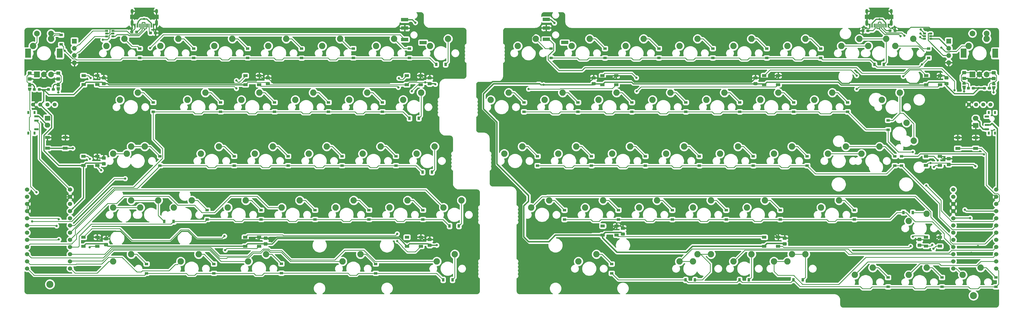
<source format=gbl>
%TF.GenerationSoftware,KiCad,Pcbnew,(5.1.4-0)*%
%TF.CreationDate,2022-08-29T09:53:46-04:00*%
%TF.ProjectId,Marvelous65 Split,4d617276-656c-46f7-9573-36352053706c,rev?*%
%TF.SameCoordinates,Original*%
%TF.FileFunction,Copper,L2,Bot*%
%TF.FilePolarity,Positive*%
%FSLAX46Y46*%
G04 Gerber Fmt 4.6, Leading zero omitted, Abs format (unit mm)*
G04 Created by KiCad (PCBNEW (5.1.4-0)) date 2022-08-29 09:53:46*
%MOMM*%
%LPD*%
G04 APERTURE LIST*
%TA.AperFunction,SMDPad,CuDef*%
%ADD10R,1.143000X0.635000*%
%TD*%
%TA.AperFunction,ComponentPad*%
%ADD11C,2.250000*%
%TD*%
%TA.AperFunction,SMDPad,CuDef*%
%ADD12R,1.500000X0.700000*%
%TD*%
%TA.AperFunction,SMDPad,CuDef*%
%ADD13R,0.800000X1.000000*%
%TD*%
%TA.AperFunction,SMDPad,CuDef*%
%ADD14R,1.060000X0.650000*%
%TD*%
%TA.AperFunction,ComponentPad*%
%ADD15C,1.524000*%
%TD*%
%TA.AperFunction,ComponentPad*%
%ADD16C,2.500000*%
%TD*%
%TA.AperFunction,ComponentPad*%
%ADD17C,2.000000*%
%TD*%
%TA.AperFunction,ComponentPad*%
%ADD18R,2.000000X3.200000*%
%TD*%
%TA.AperFunction,ComponentPad*%
%ADD19R,2.000000X2.000000*%
%TD*%
%TA.AperFunction,SMDPad,CuDef*%
%ADD20R,1.700000X1.000000*%
%TD*%
%TA.AperFunction,Conductor*%
%ADD21C,0.100000*%
%TD*%
%TA.AperFunction,SMDPad,CuDef*%
%ADD22C,0.950000*%
%TD*%
%TA.AperFunction,ComponentPad*%
%ADD23C,1.397000*%
%TD*%
%TA.AperFunction,ComponentPad*%
%ADD24C,1.700000*%
%TD*%
%TA.AperFunction,ComponentPad*%
%ADD25O,2.000000X1.700000*%
%TD*%
%TA.AperFunction,SMDPad,CuDef*%
%ADD26R,2.500000X1.200000*%
%TD*%
%TA.AperFunction,ComponentPad*%
%ADD27R,1.700000X1.700000*%
%TD*%
%TA.AperFunction,ComponentPad*%
%ADD28O,1.700000X1.700000*%
%TD*%
%TA.AperFunction,ComponentPad*%
%ADD29O,1.000000X1.600000*%
%TD*%
%TA.AperFunction,ComponentPad*%
%ADD30O,1.000000X2.100000*%
%TD*%
%TA.AperFunction,SMDPad,CuDef*%
%ADD31R,0.300000X1.450000*%
%TD*%
%TA.AperFunction,SMDPad,CuDef*%
%ADD32R,0.600000X1.450000*%
%TD*%
%TA.AperFunction,SMDPad,CuDef*%
%ADD33R,1.500000X1.000000*%
%TD*%
%TA.AperFunction,SMDPad,CuDef*%
%ADD34R,0.900000X1.200000*%
%TD*%
%TA.AperFunction,SMDPad,CuDef*%
%ADD35R,1.200000X0.900000*%
%TD*%
%TA.AperFunction,SMDPad,CuDef*%
%ADD36C,1.150000*%
%TD*%
%TA.AperFunction,ViaPad*%
%ADD37C,0.800000*%
%TD*%
%TA.AperFunction,Conductor*%
%ADD38C,0.250000*%
%TD*%
%TA.AperFunction,Conductor*%
%ADD39C,0.500000*%
%TD*%
%TA.AperFunction,Conductor*%
%ADD40C,0.300000*%
%TD*%
%TA.AperFunction,Conductor*%
%ADD41C,0.381000*%
%TD*%
%TA.AperFunction,Conductor*%
%ADD42C,0.254000*%
%TD*%
G04 APERTURE END LIST*
D10*
%TO.P,JP4,2*%
%TO.N,L_ROTA_B*%
X-10072385Y97736165D03*
%TO.P,JP4,1*%
%TO.N,L_ROT_B*%
X-10072385Y96735405D03*
%TD*%
%TO.P,JP3,2*%
%TO.N,L_ROTA_A*%
X-20222385Y97626165D03*
%TO.P,JP3,1*%
%TO.N,L_ROT_A*%
X-20222385Y96625405D03*
%TD*%
%TO.P,JP2,2*%
%TO.N,ROT_A*%
X309857615Y97275405D03*
%TO.P,JP2,1*%
%TO.N,ROTA_A*%
X309857615Y98276165D03*
%TD*%
%TO.P,JP1,2*%
%TO.N,ROT_B*%
X320367615Y97135405D03*
%TO.P,JP1,1*%
%TO.N,ROTA_B*%
X320367615Y98136165D03*
%TD*%
D11*
%TO.P,K_T1,1*%
%TO.N,L_COL6*%
X111696950Y92607405D03*
%TO.P,K_T1,2*%
%TO.N,Net-(D76-Pad2)*%
X118046950Y95147405D03*
%TD*%
%TO.P,ISO_ENTER1,1*%
%TO.N,COL7*%
X289496365Y84514155D03*
%TO.P,ISO_ENTER1,2*%
%TO.N,Net-(D37-Pad2)*%
X292036365Y78164155D03*
%TD*%
%TO.P,K_N1,2*%
%TO.N,Net-(D4-Pad2)*%
X163285700Y57040575D03*
%TO.P,K_N1,1*%
%TO.N,COL0*%
X156935700Y54500575D03*
%TD*%
%TO.P,K_SPACE2,1*%
%TO.N,L_COL5*%
X90265700Y35457405D03*
%TO.P,K_SPACE2,2*%
%TO.N,Net-(D72-Pad2)*%
X96615700Y37997405D03*
%TD*%
D12*
%TO.P,SW6,1*%
%TO.N,Net-(SW6-Pad1)*%
X-17843635Y82235405D03*
%TO.P,SW6,2*%
%TO.N,L_RAW*%
X-17843635Y85235405D03*
%TO.P,SW6,3*%
%TO.N,L_RAW_BAT*%
X-17843635Y86735405D03*
D13*
%TO.P,SW6,*%
%TO.N,*%
X-20703635Y80835405D03*
X-20703635Y88135405D03*
X-18493635Y88135405D03*
X-18493635Y80835405D03*
%TD*%
D11*
%TO.P,K_FN2,1*%
%TO.N,L_COL6*%
X123603200Y35457405D03*
%TO.P,K_FN2,2*%
%TO.N,Net-(D79-Pad2)*%
X129953200Y37997405D03*
%TD*%
%TO.P,K_LSHIFT1,1*%
%TO.N,L_COL1*%
X18828200Y54507405D03*
%TO.P,K_LSHIFT1,2*%
%TO.N,Net-(D50-Pad2)*%
X25178200Y57047405D03*
%TD*%
D14*
%TO.P,U4,1*%
%TO.N,L_D+*%
X6994450Y115092405D03*
%TO.P,U4,2*%
%TO.N,GND*%
X6994450Y116042405D03*
%TO.P,U4,3*%
%TO.N,L_D-*%
X6994450Y116992405D03*
%TO.P,U4,4*%
%TO.N,L_connD-*%
X9194450Y116992405D03*
%TO.P,U4,6*%
%TO.N,L_connD+*%
X9194450Y115092405D03*
%TO.P,U4,5*%
%TO.N,L_VBUS*%
X9194450Y116042405D03*
%TD*%
D15*
%TO.P,U3,1*%
%TO.N,K_L_ENC_B*%
X-21153635Y60885405D03*
%TO.P,U3,2*%
%TO.N,L_DATA*%
X-21153635Y58345405D03*
%TO.P,U3,3*%
%TO.N,GND*%
X-21153635Y55805405D03*
%TO.P,U3,4*%
X-21153635Y53265405D03*
%TO.P,U3,5*%
%TO.N,L_SDA*%
X-21153635Y50725405D03*
%TO.P,U3,6*%
%TO.N,L_SCL*%
X-21153635Y48185405D03*
%TO.P,U3,7*%
%TO.N,L_ROT_A*%
X-21153635Y45645405D03*
%TO.P,U3,8*%
%TO.N,L_ROT_B*%
X-21153635Y43105405D03*
%TO.P,U3,9*%
%TO.N,L_COL4*%
X-21153635Y40565405D03*
%TO.P,U3,10*%
%TO.N,L_COL5*%
X-21153635Y38025405D03*
%TO.P,U3,11*%
%TO.N,L_COL2*%
X-21153635Y35485405D03*
%TO.P,U3,12*%
%TO.N,L_ROW4*%
X-21153635Y32945405D03*
%TO.P,U3,13*%
%TO.N,L_COL1*%
X-5933635Y32945405D03*
%TO.P,U3,14*%
%TO.N,L_COL3*%
X-5933635Y35485405D03*
%TO.P,U3,15*%
%TO.N,L_COL6*%
X-5933635Y38025405D03*
%TO.P,U3,16*%
%TO.N,L_ROW3*%
X-5933635Y40565405D03*
%TO.P,U3,17*%
%TO.N,L_COL7*%
X-5933635Y43105405D03*
%TO.P,U3,18*%
%TO.N,L_ROW2*%
X-5933635Y45645405D03*
%TO.P,U3,19*%
%TO.N,L_ROW1*%
X-5933635Y48185405D03*
%TO.P,U3,20*%
%TO.N,L_ROW0*%
X-5933635Y50725405D03*
%TO.P,U3,21*%
%TO.N,VCC*%
X-5933635Y53265405D03*
%TO.P,U3,22*%
%TO.N,L_RESET*%
X-5933635Y55805405D03*
%TO.P,U3,23*%
%TO.N,GND*%
X-5933635Y58345405D03*
%TO.P,U3,24*%
%TO.N,L_RAW*%
X-5933635Y60885405D03*
%TD*%
D16*
%TO.P,TP2,1*%
%TO.N,L_LED_UNDERGLOW*%
X-13080550Y27361155D03*
%TD*%
D17*
%TO.P,SW5,S1*%
%TO.N,K_L_ENC_A*%
X-12686561Y116104566D03*
%TO.P,SW5,S2*%
%TO.N,K_L_ENC_B*%
X-17686561Y116104566D03*
D18*
%TO.P,SW5,MP*%
%TO.N,N/C*%
X-9586561Y109104566D03*
X-20786561Y109104566D03*
D17*
%TO.P,SW5,B*%
%TO.N,L_ROTA_B*%
X-12686561Y101604566D03*
%TO.P,SW5,C*%
%TO.N,GND*%
X-15186561Y101604566D03*
D19*
%TO.P,SW5,A*%
%TO.N,L_ROTA_A*%
X-17686561Y101604566D03*
%TD*%
D20*
%TO.P,SW4,1*%
%TO.N,L_RESET*%
X-13933635Y75485405D03*
X-7633635Y75485405D03*
%TO.P,SW4,2*%
%TO.N,GND*%
X-13933635Y79285405D03*
X-7633635Y79285405D03*
%TD*%
D21*
%TO.N,L_ROT_B*%
%TO.C,R12*%
G36*
X-9851021Y96860011D02*
G01*
X-9827966Y96856592D01*
X-9805357Y96850928D01*
X-9783413Y96843076D01*
X-9762343Y96833111D01*
X-9742352Y96821129D01*
X-9723632Y96807245D01*
X-9706362Y96791593D01*
X-9690710Y96774323D01*
X-9676826Y96755603D01*
X-9664844Y96735612D01*
X-9654879Y96714542D01*
X-9647027Y96692598D01*
X-9641363Y96669989D01*
X-9637944Y96646934D01*
X-9636800Y96623655D01*
X-9636800Y96048655D01*
X-9637944Y96025376D01*
X-9641363Y96002321D01*
X-9647027Y95979712D01*
X-9654879Y95957768D01*
X-9664844Y95936698D01*
X-9676826Y95916707D01*
X-9690710Y95897987D01*
X-9706362Y95880717D01*
X-9723632Y95865065D01*
X-9742352Y95851181D01*
X-9762343Y95839199D01*
X-9783413Y95829234D01*
X-9805357Y95821382D01*
X-9827966Y95815718D01*
X-9851021Y95812299D01*
X-9874300Y95811155D01*
X-10349300Y95811155D01*
X-10372579Y95812299D01*
X-10395634Y95815718D01*
X-10418243Y95821382D01*
X-10440187Y95829234D01*
X-10461257Y95839199D01*
X-10481248Y95851181D01*
X-10499968Y95865065D01*
X-10517238Y95880717D01*
X-10532890Y95897987D01*
X-10546774Y95916707D01*
X-10558756Y95936698D01*
X-10568721Y95957768D01*
X-10576573Y95979712D01*
X-10582237Y96002321D01*
X-10585656Y96025376D01*
X-10586800Y96048655D01*
X-10586800Y96623655D01*
X-10585656Y96646934D01*
X-10582237Y96669989D01*
X-10576573Y96692598D01*
X-10568721Y96714542D01*
X-10558756Y96735612D01*
X-10546774Y96755603D01*
X-10532890Y96774323D01*
X-10517238Y96791593D01*
X-10499968Y96807245D01*
X-10481248Y96821129D01*
X-10461257Y96833111D01*
X-10440187Y96843076D01*
X-10418243Y96850928D01*
X-10395634Y96856592D01*
X-10372579Y96860011D01*
X-10349300Y96861155D01*
X-9874300Y96861155D01*
X-9851021Y96860011D01*
X-9851021Y96860011D01*
G37*
D22*
%TD*%
%TO.P,R12,1*%
%TO.N,L_ROT_B*%
X-10111800Y96336155D03*
D21*
%TO.N,L_ROTA_B*%
%TO.C,R12*%
G36*
X-9851021Y98610011D02*
G01*
X-9827966Y98606592D01*
X-9805357Y98600928D01*
X-9783413Y98593076D01*
X-9762343Y98583111D01*
X-9742352Y98571129D01*
X-9723632Y98557245D01*
X-9706362Y98541593D01*
X-9690710Y98524323D01*
X-9676826Y98505603D01*
X-9664844Y98485612D01*
X-9654879Y98464542D01*
X-9647027Y98442598D01*
X-9641363Y98419989D01*
X-9637944Y98396934D01*
X-9636800Y98373655D01*
X-9636800Y97798655D01*
X-9637944Y97775376D01*
X-9641363Y97752321D01*
X-9647027Y97729712D01*
X-9654879Y97707768D01*
X-9664844Y97686698D01*
X-9676826Y97666707D01*
X-9690710Y97647987D01*
X-9706362Y97630717D01*
X-9723632Y97615065D01*
X-9742352Y97601181D01*
X-9762343Y97589199D01*
X-9783413Y97579234D01*
X-9805357Y97571382D01*
X-9827966Y97565718D01*
X-9851021Y97562299D01*
X-9874300Y97561155D01*
X-10349300Y97561155D01*
X-10372579Y97562299D01*
X-10395634Y97565718D01*
X-10418243Y97571382D01*
X-10440187Y97579234D01*
X-10461257Y97589199D01*
X-10481248Y97601181D01*
X-10499968Y97615065D01*
X-10517238Y97630717D01*
X-10532890Y97647987D01*
X-10546774Y97666707D01*
X-10558756Y97686698D01*
X-10568721Y97707768D01*
X-10576573Y97729712D01*
X-10582237Y97752321D01*
X-10585656Y97775376D01*
X-10586800Y97798655D01*
X-10586800Y98373655D01*
X-10585656Y98396934D01*
X-10582237Y98419989D01*
X-10576573Y98442598D01*
X-10568721Y98464542D01*
X-10558756Y98485612D01*
X-10546774Y98505603D01*
X-10532890Y98524323D01*
X-10517238Y98541593D01*
X-10499968Y98557245D01*
X-10481248Y98571129D01*
X-10461257Y98583111D01*
X-10440187Y98593076D01*
X-10418243Y98600928D01*
X-10395634Y98606592D01*
X-10372579Y98610011D01*
X-10349300Y98611155D01*
X-9874300Y98611155D01*
X-9851021Y98610011D01*
X-9851021Y98610011D01*
G37*
D22*
%TD*%
%TO.P,R12,2*%
%TO.N,L_ROTA_B*%
X-10111800Y98086155D03*
D21*
%TO.N,L_ROTA_B*%
%TO.C,R11*%
G36*
X-11544771Y96767261D02*
G01*
X-11521716Y96763842D01*
X-11499107Y96758178D01*
X-11477163Y96750326D01*
X-11456093Y96740361D01*
X-11436102Y96728379D01*
X-11417382Y96714495D01*
X-11400112Y96698843D01*
X-11384460Y96681573D01*
X-11370576Y96662853D01*
X-11358594Y96642862D01*
X-11348629Y96621792D01*
X-11340777Y96599848D01*
X-11335113Y96577239D01*
X-11331694Y96554184D01*
X-11330550Y96530905D01*
X-11330550Y96055905D01*
X-11331694Y96032626D01*
X-11335113Y96009571D01*
X-11340777Y95986962D01*
X-11348629Y95965018D01*
X-11358594Y95943948D01*
X-11370576Y95923957D01*
X-11384460Y95905237D01*
X-11400112Y95887967D01*
X-11417382Y95872315D01*
X-11436102Y95858431D01*
X-11456093Y95846449D01*
X-11477163Y95836484D01*
X-11499107Y95828632D01*
X-11521716Y95822968D01*
X-11544771Y95819549D01*
X-11568050Y95818405D01*
X-12143050Y95818405D01*
X-12166329Y95819549D01*
X-12189384Y95822968D01*
X-12211993Y95828632D01*
X-12233937Y95836484D01*
X-12255007Y95846449D01*
X-12274998Y95858431D01*
X-12293718Y95872315D01*
X-12310988Y95887967D01*
X-12326640Y95905237D01*
X-12340524Y95923957D01*
X-12352506Y95943948D01*
X-12362471Y95965018D01*
X-12370323Y95986962D01*
X-12375987Y96009571D01*
X-12379406Y96032626D01*
X-12380550Y96055905D01*
X-12380550Y96530905D01*
X-12379406Y96554184D01*
X-12375987Y96577239D01*
X-12370323Y96599848D01*
X-12362471Y96621792D01*
X-12352506Y96642862D01*
X-12340524Y96662853D01*
X-12326640Y96681573D01*
X-12310988Y96698843D01*
X-12293718Y96714495D01*
X-12274998Y96728379D01*
X-12255007Y96740361D01*
X-12233937Y96750326D01*
X-12211993Y96758178D01*
X-12189384Y96763842D01*
X-12166329Y96767261D01*
X-12143050Y96768405D01*
X-11568050Y96768405D01*
X-11544771Y96767261D01*
X-11544771Y96767261D01*
G37*
D22*
%TD*%
%TO.P,R11,1*%
%TO.N,L_ROTA_B*%
X-11855550Y96293405D03*
D21*
%TO.N,VCC*%
%TO.C,R11*%
G36*
X-13294771Y96767261D02*
G01*
X-13271716Y96763842D01*
X-13249107Y96758178D01*
X-13227163Y96750326D01*
X-13206093Y96740361D01*
X-13186102Y96728379D01*
X-13167382Y96714495D01*
X-13150112Y96698843D01*
X-13134460Y96681573D01*
X-13120576Y96662853D01*
X-13108594Y96642862D01*
X-13098629Y96621792D01*
X-13090777Y96599848D01*
X-13085113Y96577239D01*
X-13081694Y96554184D01*
X-13080550Y96530905D01*
X-13080550Y96055905D01*
X-13081694Y96032626D01*
X-13085113Y96009571D01*
X-13090777Y95986962D01*
X-13098629Y95965018D01*
X-13108594Y95943948D01*
X-13120576Y95923957D01*
X-13134460Y95905237D01*
X-13150112Y95887967D01*
X-13167382Y95872315D01*
X-13186102Y95858431D01*
X-13206093Y95846449D01*
X-13227163Y95836484D01*
X-13249107Y95828632D01*
X-13271716Y95822968D01*
X-13294771Y95819549D01*
X-13318050Y95818405D01*
X-13893050Y95818405D01*
X-13916329Y95819549D01*
X-13939384Y95822968D01*
X-13961993Y95828632D01*
X-13983937Y95836484D01*
X-14005007Y95846449D01*
X-14024998Y95858431D01*
X-14043718Y95872315D01*
X-14060988Y95887967D01*
X-14076640Y95905237D01*
X-14090524Y95923957D01*
X-14102506Y95943948D01*
X-14112471Y95965018D01*
X-14120323Y95986962D01*
X-14125987Y96009571D01*
X-14129406Y96032626D01*
X-14130550Y96055905D01*
X-14130550Y96530905D01*
X-14129406Y96554184D01*
X-14125987Y96577239D01*
X-14120323Y96599848D01*
X-14112471Y96621792D01*
X-14102506Y96642862D01*
X-14090524Y96662853D01*
X-14076640Y96681573D01*
X-14060988Y96698843D01*
X-14043718Y96714495D01*
X-14024998Y96728379D01*
X-14005007Y96740361D01*
X-13983937Y96750326D01*
X-13961993Y96758178D01*
X-13939384Y96763842D01*
X-13916329Y96767261D01*
X-13893050Y96768405D01*
X-13318050Y96768405D01*
X-13294771Y96767261D01*
X-13294771Y96767261D01*
G37*
D22*
%TD*%
%TO.P,R11,2*%
%TO.N,VCC*%
X-13605550Y96293405D03*
D21*
%TO.N,L_ROTA_A*%
%TO.C,R10*%
G36*
X-18244771Y96767261D02*
G01*
X-18221716Y96763842D01*
X-18199107Y96758178D01*
X-18177163Y96750326D01*
X-18156093Y96740361D01*
X-18136102Y96728379D01*
X-18117382Y96714495D01*
X-18100112Y96698843D01*
X-18084460Y96681573D01*
X-18070576Y96662853D01*
X-18058594Y96642862D01*
X-18048629Y96621792D01*
X-18040777Y96599848D01*
X-18035113Y96577239D01*
X-18031694Y96554184D01*
X-18030550Y96530905D01*
X-18030550Y96055905D01*
X-18031694Y96032626D01*
X-18035113Y96009571D01*
X-18040777Y95986962D01*
X-18048629Y95965018D01*
X-18058594Y95943948D01*
X-18070576Y95923957D01*
X-18084460Y95905237D01*
X-18100112Y95887967D01*
X-18117382Y95872315D01*
X-18136102Y95858431D01*
X-18156093Y95846449D01*
X-18177163Y95836484D01*
X-18199107Y95828632D01*
X-18221716Y95822968D01*
X-18244771Y95819549D01*
X-18268050Y95818405D01*
X-18843050Y95818405D01*
X-18866329Y95819549D01*
X-18889384Y95822968D01*
X-18911993Y95828632D01*
X-18933937Y95836484D01*
X-18955007Y95846449D01*
X-18974998Y95858431D01*
X-18993718Y95872315D01*
X-19010988Y95887967D01*
X-19026640Y95905237D01*
X-19040524Y95923957D01*
X-19052506Y95943948D01*
X-19062471Y95965018D01*
X-19070323Y95986962D01*
X-19075987Y96009571D01*
X-19079406Y96032626D01*
X-19080550Y96055905D01*
X-19080550Y96530905D01*
X-19079406Y96554184D01*
X-19075987Y96577239D01*
X-19070323Y96599848D01*
X-19062471Y96621792D01*
X-19052506Y96642862D01*
X-19040524Y96662853D01*
X-19026640Y96681573D01*
X-19010988Y96698843D01*
X-18993718Y96714495D01*
X-18974998Y96728379D01*
X-18955007Y96740361D01*
X-18933937Y96750326D01*
X-18911993Y96758178D01*
X-18889384Y96763842D01*
X-18866329Y96767261D01*
X-18843050Y96768405D01*
X-18268050Y96768405D01*
X-18244771Y96767261D01*
X-18244771Y96767261D01*
G37*
D22*
%TD*%
%TO.P,R10,1*%
%TO.N,L_ROTA_A*%
X-18555550Y96293405D03*
D21*
%TO.N,VCC*%
%TO.C,R10*%
G36*
X-16494771Y96767261D02*
G01*
X-16471716Y96763842D01*
X-16449107Y96758178D01*
X-16427163Y96750326D01*
X-16406093Y96740361D01*
X-16386102Y96728379D01*
X-16367382Y96714495D01*
X-16350112Y96698843D01*
X-16334460Y96681573D01*
X-16320576Y96662853D01*
X-16308594Y96642862D01*
X-16298629Y96621792D01*
X-16290777Y96599848D01*
X-16285113Y96577239D01*
X-16281694Y96554184D01*
X-16280550Y96530905D01*
X-16280550Y96055905D01*
X-16281694Y96032626D01*
X-16285113Y96009571D01*
X-16290777Y95986962D01*
X-16298629Y95965018D01*
X-16308594Y95943948D01*
X-16320576Y95923957D01*
X-16334460Y95905237D01*
X-16350112Y95887967D01*
X-16367382Y95872315D01*
X-16386102Y95858431D01*
X-16406093Y95846449D01*
X-16427163Y95836484D01*
X-16449107Y95828632D01*
X-16471716Y95822968D01*
X-16494771Y95819549D01*
X-16518050Y95818405D01*
X-17093050Y95818405D01*
X-17116329Y95819549D01*
X-17139384Y95822968D01*
X-17161993Y95828632D01*
X-17183937Y95836484D01*
X-17205007Y95846449D01*
X-17224998Y95858431D01*
X-17243718Y95872315D01*
X-17260988Y95887967D01*
X-17276640Y95905237D01*
X-17290524Y95923957D01*
X-17302506Y95943948D01*
X-17312471Y95965018D01*
X-17320323Y95986962D01*
X-17325987Y96009571D01*
X-17329406Y96032626D01*
X-17330550Y96055905D01*
X-17330550Y96530905D01*
X-17329406Y96554184D01*
X-17325987Y96577239D01*
X-17320323Y96599848D01*
X-17312471Y96621792D01*
X-17302506Y96642862D01*
X-17290524Y96662853D01*
X-17276640Y96681573D01*
X-17260988Y96698843D01*
X-17243718Y96714495D01*
X-17224998Y96728379D01*
X-17205007Y96740361D01*
X-17183937Y96750326D01*
X-17161993Y96758178D01*
X-17139384Y96763842D01*
X-17116329Y96767261D01*
X-17093050Y96768405D01*
X-16518050Y96768405D01*
X-16494771Y96767261D01*
X-16494771Y96767261D01*
G37*
D22*
%TD*%
%TO.P,R10,2*%
%TO.N,VCC*%
X-16805550Y96293405D03*
D21*
%TO.N,L_ROTA_A*%
%TO.C,R9*%
G36*
X-19963521Y98610011D02*
G01*
X-19940466Y98606592D01*
X-19917857Y98600928D01*
X-19895913Y98593076D01*
X-19874843Y98583111D01*
X-19854852Y98571129D01*
X-19836132Y98557245D01*
X-19818862Y98541593D01*
X-19803210Y98524323D01*
X-19789326Y98505603D01*
X-19777344Y98485612D01*
X-19767379Y98464542D01*
X-19759527Y98442598D01*
X-19753863Y98419989D01*
X-19750444Y98396934D01*
X-19749300Y98373655D01*
X-19749300Y97798655D01*
X-19750444Y97775376D01*
X-19753863Y97752321D01*
X-19759527Y97729712D01*
X-19767379Y97707768D01*
X-19777344Y97686698D01*
X-19789326Y97666707D01*
X-19803210Y97647987D01*
X-19818862Y97630717D01*
X-19836132Y97615065D01*
X-19854852Y97601181D01*
X-19874843Y97589199D01*
X-19895913Y97579234D01*
X-19917857Y97571382D01*
X-19940466Y97565718D01*
X-19963521Y97562299D01*
X-19986800Y97561155D01*
X-20461800Y97561155D01*
X-20485079Y97562299D01*
X-20508134Y97565718D01*
X-20530743Y97571382D01*
X-20552687Y97579234D01*
X-20573757Y97589199D01*
X-20593748Y97601181D01*
X-20612468Y97615065D01*
X-20629738Y97630717D01*
X-20645390Y97647987D01*
X-20659274Y97666707D01*
X-20671256Y97686698D01*
X-20681221Y97707768D01*
X-20689073Y97729712D01*
X-20694737Y97752321D01*
X-20698156Y97775376D01*
X-20699300Y97798655D01*
X-20699300Y98373655D01*
X-20698156Y98396934D01*
X-20694737Y98419989D01*
X-20689073Y98442598D01*
X-20681221Y98464542D01*
X-20671256Y98485612D01*
X-20659274Y98505603D01*
X-20645390Y98524323D01*
X-20629738Y98541593D01*
X-20612468Y98557245D01*
X-20593748Y98571129D01*
X-20573757Y98583111D01*
X-20552687Y98593076D01*
X-20530743Y98600928D01*
X-20508134Y98606592D01*
X-20485079Y98610011D01*
X-20461800Y98611155D01*
X-19986800Y98611155D01*
X-19963521Y98610011D01*
X-19963521Y98610011D01*
G37*
D22*
%TD*%
%TO.P,R9,1*%
%TO.N,L_ROTA_A*%
X-20224300Y98086155D03*
D21*
%TO.N,L_ROT_A*%
%TO.C,R9*%
G36*
X-19963521Y96860011D02*
G01*
X-19940466Y96856592D01*
X-19917857Y96850928D01*
X-19895913Y96843076D01*
X-19874843Y96833111D01*
X-19854852Y96821129D01*
X-19836132Y96807245D01*
X-19818862Y96791593D01*
X-19803210Y96774323D01*
X-19789326Y96755603D01*
X-19777344Y96735612D01*
X-19767379Y96714542D01*
X-19759527Y96692598D01*
X-19753863Y96669989D01*
X-19750444Y96646934D01*
X-19749300Y96623655D01*
X-19749300Y96048655D01*
X-19750444Y96025376D01*
X-19753863Y96002321D01*
X-19759527Y95979712D01*
X-19767379Y95957768D01*
X-19777344Y95936698D01*
X-19789326Y95916707D01*
X-19803210Y95897987D01*
X-19818862Y95880717D01*
X-19836132Y95865065D01*
X-19854852Y95851181D01*
X-19874843Y95839199D01*
X-19895913Y95829234D01*
X-19917857Y95821382D01*
X-19940466Y95815718D01*
X-19963521Y95812299D01*
X-19986800Y95811155D01*
X-20461800Y95811155D01*
X-20485079Y95812299D01*
X-20508134Y95815718D01*
X-20530743Y95821382D01*
X-20552687Y95829234D01*
X-20573757Y95839199D01*
X-20593748Y95851181D01*
X-20612468Y95865065D01*
X-20629738Y95880717D01*
X-20645390Y95897987D01*
X-20659274Y95916707D01*
X-20671256Y95936698D01*
X-20681221Y95957768D01*
X-20689073Y95979712D01*
X-20694737Y96002321D01*
X-20698156Y96025376D01*
X-20699300Y96048655D01*
X-20699300Y96623655D01*
X-20698156Y96646934D01*
X-20694737Y96669989D01*
X-20689073Y96692598D01*
X-20681221Y96714542D01*
X-20671256Y96735612D01*
X-20659274Y96755603D01*
X-20645390Y96774323D01*
X-20629738Y96791593D01*
X-20612468Y96807245D01*
X-20593748Y96821129D01*
X-20573757Y96833111D01*
X-20552687Y96843076D01*
X-20530743Y96850928D01*
X-20508134Y96856592D01*
X-20485079Y96860011D01*
X-20461800Y96861155D01*
X-19986800Y96861155D01*
X-19963521Y96860011D01*
X-19963521Y96860011D01*
G37*
D22*
%TD*%
%TO.P,R9,2*%
%TO.N,L_ROT_A*%
X-20224300Y96336155D03*
D21*
%TO.N,GND*%
%TO.C,R8*%
G36*
X24536479Y116735011D02*
G01*
X24559534Y116731592D01*
X24582143Y116725928D01*
X24604087Y116718076D01*
X24625157Y116708111D01*
X24645148Y116696129D01*
X24663868Y116682245D01*
X24681138Y116666593D01*
X24696790Y116649323D01*
X24710674Y116630603D01*
X24722656Y116610612D01*
X24732621Y116589542D01*
X24740473Y116567598D01*
X24746137Y116544989D01*
X24749556Y116521934D01*
X24750700Y116498655D01*
X24750700Y116023655D01*
X24749556Y116000376D01*
X24746137Y115977321D01*
X24740473Y115954712D01*
X24732621Y115932768D01*
X24722656Y115911698D01*
X24710674Y115891707D01*
X24696790Y115872987D01*
X24681138Y115855717D01*
X24663868Y115840065D01*
X24645148Y115826181D01*
X24625157Y115814199D01*
X24604087Y115804234D01*
X24582143Y115796382D01*
X24559534Y115790718D01*
X24536479Y115787299D01*
X24513200Y115786155D01*
X23938200Y115786155D01*
X23914921Y115787299D01*
X23891866Y115790718D01*
X23869257Y115796382D01*
X23847313Y115804234D01*
X23826243Y115814199D01*
X23806252Y115826181D01*
X23787532Y115840065D01*
X23770262Y115855717D01*
X23754610Y115872987D01*
X23740726Y115891707D01*
X23728744Y115911698D01*
X23718779Y115932768D01*
X23710927Y115954712D01*
X23705263Y115977321D01*
X23701844Y116000376D01*
X23700700Y116023655D01*
X23700700Y116498655D01*
X23701844Y116521934D01*
X23705263Y116544989D01*
X23710927Y116567598D01*
X23718779Y116589542D01*
X23728744Y116610612D01*
X23740726Y116630603D01*
X23754610Y116649323D01*
X23770262Y116666593D01*
X23787532Y116682245D01*
X23806252Y116696129D01*
X23826243Y116708111D01*
X23847313Y116718076D01*
X23869257Y116725928D01*
X23891866Y116731592D01*
X23914921Y116735011D01*
X23938200Y116736155D01*
X24513200Y116736155D01*
X24536479Y116735011D01*
X24536479Y116735011D01*
G37*
D22*
%TD*%
%TO.P,R8,1*%
%TO.N,GND*%
X24225700Y116261155D03*
D21*
%TO.N,Net-(J5-PadB5)*%
%TO.C,R8*%
G36*
X22786479Y116735011D02*
G01*
X22809534Y116731592D01*
X22832143Y116725928D01*
X22854087Y116718076D01*
X22875157Y116708111D01*
X22895148Y116696129D01*
X22913868Y116682245D01*
X22931138Y116666593D01*
X22946790Y116649323D01*
X22960674Y116630603D01*
X22972656Y116610612D01*
X22982621Y116589542D01*
X22990473Y116567598D01*
X22996137Y116544989D01*
X22999556Y116521934D01*
X23000700Y116498655D01*
X23000700Y116023655D01*
X22999556Y116000376D01*
X22996137Y115977321D01*
X22990473Y115954712D01*
X22982621Y115932768D01*
X22972656Y115911698D01*
X22960674Y115891707D01*
X22946790Y115872987D01*
X22931138Y115855717D01*
X22913868Y115840065D01*
X22895148Y115826181D01*
X22875157Y115814199D01*
X22854087Y115804234D01*
X22832143Y115796382D01*
X22809534Y115790718D01*
X22786479Y115787299D01*
X22763200Y115786155D01*
X22188200Y115786155D01*
X22164921Y115787299D01*
X22141866Y115790718D01*
X22119257Y115796382D01*
X22097313Y115804234D01*
X22076243Y115814199D01*
X22056252Y115826181D01*
X22037532Y115840065D01*
X22020262Y115855717D01*
X22004610Y115872987D01*
X21990726Y115891707D01*
X21978744Y115911698D01*
X21968779Y115932768D01*
X21960927Y115954712D01*
X21955263Y115977321D01*
X21951844Y116000376D01*
X21950700Y116023655D01*
X21950700Y116498655D01*
X21951844Y116521934D01*
X21955263Y116544989D01*
X21960927Y116567598D01*
X21968779Y116589542D01*
X21978744Y116610612D01*
X21990726Y116630603D01*
X22004610Y116649323D01*
X22020262Y116666593D01*
X22037532Y116682245D01*
X22056252Y116696129D01*
X22076243Y116708111D01*
X22097313Y116718076D01*
X22119257Y116725928D01*
X22141866Y116731592D01*
X22164921Y116735011D01*
X22188200Y116736155D01*
X22763200Y116736155D01*
X22786479Y116735011D01*
X22786479Y116735011D01*
G37*
D22*
%TD*%
%TO.P,R8,2*%
%TO.N,Net-(J5-PadB5)*%
X22475700Y116261155D03*
D21*
%TO.N,GND*%
%TO.C,R7*%
G36*
X16155229Y117116261D02*
G01*
X16178284Y117112842D01*
X16200893Y117107178D01*
X16222837Y117099326D01*
X16243907Y117089361D01*
X16263898Y117077379D01*
X16282618Y117063495D01*
X16299888Y117047843D01*
X16315540Y117030573D01*
X16329424Y117011853D01*
X16341406Y116991862D01*
X16351371Y116970792D01*
X16359223Y116948848D01*
X16364887Y116926239D01*
X16368306Y116903184D01*
X16369450Y116879905D01*
X16369450Y116404905D01*
X16368306Y116381626D01*
X16364887Y116358571D01*
X16359223Y116335962D01*
X16351371Y116314018D01*
X16341406Y116292948D01*
X16329424Y116272957D01*
X16315540Y116254237D01*
X16299888Y116236967D01*
X16282618Y116221315D01*
X16263898Y116207431D01*
X16243907Y116195449D01*
X16222837Y116185484D01*
X16200893Y116177632D01*
X16178284Y116171968D01*
X16155229Y116168549D01*
X16131950Y116167405D01*
X15556950Y116167405D01*
X15533671Y116168549D01*
X15510616Y116171968D01*
X15488007Y116177632D01*
X15466063Y116185484D01*
X15444993Y116195449D01*
X15425002Y116207431D01*
X15406282Y116221315D01*
X15389012Y116236967D01*
X15373360Y116254237D01*
X15359476Y116272957D01*
X15347494Y116292948D01*
X15337529Y116314018D01*
X15329677Y116335962D01*
X15324013Y116358571D01*
X15320594Y116381626D01*
X15319450Y116404905D01*
X15319450Y116879905D01*
X15320594Y116903184D01*
X15324013Y116926239D01*
X15329677Y116948848D01*
X15337529Y116970792D01*
X15347494Y116991862D01*
X15359476Y117011853D01*
X15373360Y117030573D01*
X15389012Y117047843D01*
X15406282Y117063495D01*
X15425002Y117077379D01*
X15444993Y117089361D01*
X15466063Y117099326D01*
X15488007Y117107178D01*
X15510616Y117112842D01*
X15533671Y117116261D01*
X15556950Y117117405D01*
X16131950Y117117405D01*
X16155229Y117116261D01*
X16155229Y117116261D01*
G37*
D22*
%TD*%
%TO.P,R7,1*%
%TO.N,GND*%
X15844450Y116642405D03*
D21*
%TO.N,Net-(J5-PadA5)*%
%TO.C,R7*%
G36*
X17905229Y117116261D02*
G01*
X17928284Y117112842D01*
X17950893Y117107178D01*
X17972837Y117099326D01*
X17993907Y117089361D01*
X18013898Y117077379D01*
X18032618Y117063495D01*
X18049888Y117047843D01*
X18065540Y117030573D01*
X18079424Y117011853D01*
X18091406Y116991862D01*
X18101371Y116970792D01*
X18109223Y116948848D01*
X18114887Y116926239D01*
X18118306Y116903184D01*
X18119450Y116879905D01*
X18119450Y116404905D01*
X18118306Y116381626D01*
X18114887Y116358571D01*
X18109223Y116335962D01*
X18101371Y116314018D01*
X18091406Y116292948D01*
X18079424Y116272957D01*
X18065540Y116254237D01*
X18049888Y116236967D01*
X18032618Y116221315D01*
X18013898Y116207431D01*
X17993907Y116195449D01*
X17972837Y116185484D01*
X17950893Y116177632D01*
X17928284Y116171968D01*
X17905229Y116168549D01*
X17881950Y116167405D01*
X17306950Y116167405D01*
X17283671Y116168549D01*
X17260616Y116171968D01*
X17238007Y116177632D01*
X17216063Y116185484D01*
X17194993Y116195449D01*
X17175002Y116207431D01*
X17156282Y116221315D01*
X17139012Y116236967D01*
X17123360Y116254237D01*
X17109476Y116272957D01*
X17097494Y116292948D01*
X17087529Y116314018D01*
X17079677Y116335962D01*
X17074013Y116358571D01*
X17070594Y116381626D01*
X17069450Y116404905D01*
X17069450Y116879905D01*
X17070594Y116903184D01*
X17074013Y116926239D01*
X17079677Y116948848D01*
X17087529Y116970792D01*
X17097494Y116991862D01*
X17109476Y117011853D01*
X17123360Y117030573D01*
X17139012Y117047843D01*
X17156282Y117063495D01*
X17175002Y117077379D01*
X17194993Y117089361D01*
X17216063Y117099326D01*
X17238007Y117107178D01*
X17260616Y117112842D01*
X17283671Y117116261D01*
X17306950Y117117405D01*
X17881950Y117117405D01*
X17905229Y117116261D01*
X17905229Y117116261D01*
G37*
D22*
%TD*%
%TO.P,R7,2*%
%TO.N,Net-(J5-PadA5)*%
X17594450Y116642405D03*
D23*
%TO.P,OL2,1*%
%TO.N,L_SDA*%
X-11352257Y90957748D03*
%TO.P,OL2,2*%
%TO.N,L_SCL*%
X-13892257Y90957748D03*
%TO.P,OL2,3*%
%TO.N,VCC*%
X-16432257Y90957748D03*
%TO.P,OL2,4*%
%TO.N,GND*%
X-18972257Y90957748D03*
%TD*%
D11*
%TO.P,L_ENC1,2*%
%TO.N,K_L_ENC_A*%
X-12660243Y114197305D03*
%TO.P,L_ENC1,1*%
%TO.N,K_L_ENC_B*%
X-19010243Y111657305D03*
%TD*%
%TO.P,K_Z1,1*%
%TO.N,L_COL3*%
X49784450Y54507405D03*
%TO.P,K_Z1,2*%
%TO.N,Net-(D62-Pad2)*%
X56134450Y57047405D03*
%TD*%
%TO.P,K_X1,1*%
%TO.N,L_COL4*%
X68834450Y54507405D03*
%TO.P,K_X1,2*%
%TO.N,Net-(D67-Pad2)*%
X75184450Y57047405D03*
%TD*%
%TO.P,K_WIN1,1*%
%TO.N,L_COL2*%
X33115700Y35457405D03*
%TO.P,K_WIN1,2*%
%TO.N,Net-(D56-Pad2)*%
X39465700Y37997405D03*
%TD*%
%TO.P,K_W1,1*%
%TO.N,L_COL3*%
X54546950Y92607405D03*
%TO.P,K_W1,2*%
%TO.N,Net-(D60-Pad2)*%
X60896950Y95147405D03*
%TD*%
%TO.P,K_V1,1*%
%TO.N,L_COL6*%
X106934450Y54507405D03*
%TO.P,K_V1,2*%
%TO.N,Net-(D78-Pad2)*%
X113284450Y57047405D03*
%TD*%
%TO.P,K_TAB1,1*%
%TO.N,L_COL1*%
X11684450Y92607405D03*
%TO.P,K_TAB1,2*%
%TO.N,Net-(D48-Pad2)*%
X18034450Y95147405D03*
%TD*%
%TO.P,K_SHIFT_ISO1,1*%
%TO.N,L_COL1*%
X9303200Y54507405D03*
%TO.P,K_SHIFT_ISO1,2*%
%TO.N,Net-(D50-Pad2)*%
X15653200Y57047405D03*
%TD*%
%TO.P,K_S1,1*%
%TO.N,L_COL3*%
X59309450Y73557405D03*
%TO.P,K_S1,2*%
%TO.N,Net-(D61-Pad2)*%
X65659450Y76097405D03*
%TD*%
%TO.P,K_R1,1*%
%TO.N,L_COL5*%
X92646950Y92607405D03*
%TO.P,K_R1,2*%
%TO.N,Net-(D69-Pad2)*%
X98996950Y95147405D03*
%TD*%
%TO.P,K_Q1,1*%
%TO.N,L_COL2*%
X35496950Y92607405D03*
%TO.P,K_Q1,2*%
%TO.N,Net-(D53-Pad2)*%
X41846950Y95147405D03*
%TD*%
%TO.P,K_NUM6,1*%
%TO.N,L_COL7*%
X121221950Y111657405D03*
%TO.P,K_NUM6,2*%
%TO.N,Net-(D80-Pad2)*%
X127571950Y114197405D03*
%TD*%
%TO.P,K_NUM5,1*%
%TO.N,L_COL6*%
X102171950Y111657405D03*
%TO.P,K_NUM5,2*%
%TO.N,Net-(D75-Pad2)*%
X108521950Y114197405D03*
%TD*%
%TO.P,K_NUM4,1*%
%TO.N,L_COL5*%
X83121950Y111657405D03*
%TO.P,K_NUM4,2*%
%TO.N,Net-(D68-Pad2)*%
X89471950Y114197405D03*
%TD*%
%TO.P,K_NUM3,1*%
%TO.N,L_COL4*%
X64071950Y111657405D03*
%TO.P,K_NUM3,2*%
%TO.N,Net-(D64-Pad2)*%
X70421950Y114197405D03*
%TD*%
%TO.P,K_NUM2,1*%
%TO.N,L_COL3*%
X45021950Y111657405D03*
%TO.P,K_NUM2,2*%
%TO.N,Net-(D59-Pad2)*%
X51371950Y114197405D03*
%TD*%
%TO.P,K_NUM1,1*%
%TO.N,L_COL2*%
X25971950Y111657405D03*
%TO.P,K_NUM1,2*%
%TO.N,Net-(D52-Pad2)*%
X32321950Y114197405D03*
%TD*%
%TO.P,K_ISO_K1,1*%
%TO.N,L_COL2*%
X30734450Y54507405D03*
%TO.P,K_ISO_K1,2*%
%TO.N,Net-(D55-Pad2)*%
X37084450Y57047405D03*
%TD*%
%TO.P,K_GRAVE1,1*%
%TO.N,L_COL1*%
X6921950Y111657405D03*
%TO.P,K_GRAVE1,2*%
%TO.N,Net-(D47-Pad2)*%
X13271950Y114197405D03*
%TD*%
%TO.P,K_G1,1*%
%TO.N,L_COL6*%
X116459450Y73557405D03*
%TO.P,K_G1,2*%
%TO.N,Net-(D77-Pad2)*%
X122809450Y76097405D03*
%TD*%
%TO.P,K_F1,1*%
%TO.N,L_COL5*%
X97409450Y73557405D03*
%TO.P,K_F1,2*%
%TO.N,Net-(D70-Pad2)*%
X103759450Y76097405D03*
%TD*%
%TO.P,K_E1,1*%
%TO.N,L_COL4*%
X73596950Y92607405D03*
%TO.P,K_E1,2*%
%TO.N,Net-(D65-Pad2)*%
X79946950Y95147405D03*
%TD*%
%TO.P,K_D1,1*%
%TO.N,L_COL4*%
X78359450Y73557405D03*
%TO.P,K_D1,2*%
%TO.N,Net-(D66-Pad2)*%
X84709450Y76097405D03*
%TD*%
%TO.P,K_CTRL3,1*%
%TO.N,L_COL1*%
X9303200Y35457405D03*
%TO.P,K_CTRL3,2*%
%TO.N,Net-(D51-Pad2)*%
X15653200Y37997405D03*
%TD*%
%TO.P,K_CAPS_STEP1,1*%
%TO.N,L_COL1*%
X9303200Y73557405D03*
%TO.P,K_CAPS_STEP1,2*%
%TO.N,Net-(D49-Pad2)*%
X15653200Y76097405D03*
%TD*%
%TO.P,K_CAPS1,1*%
%TO.N,L_COL1*%
X14065700Y73557405D03*
%TO.P,K_CAPS1,2*%
%TO.N,Net-(D49-Pad2)*%
X20415700Y76097405D03*
%TD*%
%TO.P,K_C1,1*%
%TO.N,L_COL5*%
X87884450Y54507405D03*
%TO.P,K_C1,2*%
%TO.N,Net-(D71-Pad2)*%
X94234450Y57047405D03*
%TD*%
%TO.P,K_B1,1*%
%TO.N,L_COL7*%
X125984450Y54507405D03*
%TO.P,K_B1,2*%
%TO.N,Net-(D81-Pad2)*%
X132334450Y57047405D03*
%TD*%
%TO.P,K_ALT3,1*%
%TO.N,L_COL3*%
X56928200Y35457405D03*
%TO.P,K_ALT3,2*%
%TO.N,Net-(D63-Pad2)*%
X63278200Y37997405D03*
%TD*%
%TO.P,K_A1,1*%
%TO.N,L_COL2*%
X40259450Y73557405D03*
%TO.P,K_A1,2*%
%TO.N,Net-(D54-Pad2)*%
X46609450Y76097405D03*
%TD*%
D21*
%TO.N,GND*%
%TO.C,J8*%
G36*
X-13109131Y86974201D02*
G01*
X-13084862Y86970601D01*
X-13061064Y86964640D01*
X-13037964Y86956375D01*
X-13015786Y86945885D01*
X-12994742Y86933272D01*
X-12975037Y86918658D01*
X-12956858Y86902182D01*
X-12940382Y86884003D01*
X-12925768Y86864298D01*
X-12913155Y86843254D01*
X-12902665Y86821076D01*
X-12894400Y86797976D01*
X-12888439Y86774178D01*
X-12884839Y86749909D01*
X-12883635Y86725405D01*
X-12883635Y85525405D01*
X-12884839Y85500901D01*
X-12888439Y85476632D01*
X-12894400Y85452834D01*
X-12902665Y85429734D01*
X-12913155Y85407556D01*
X-12925768Y85386512D01*
X-12940382Y85366807D01*
X-12956858Y85348628D01*
X-12975037Y85332152D01*
X-12994742Y85317538D01*
X-13015786Y85304925D01*
X-13037964Y85294435D01*
X-13061064Y85286170D01*
X-13084862Y85280209D01*
X-13109131Y85276609D01*
X-13133635Y85275405D01*
X-14633635Y85275405D01*
X-14658139Y85276609D01*
X-14682408Y85280209D01*
X-14706206Y85286170D01*
X-14729306Y85294435D01*
X-14751484Y85304925D01*
X-14772528Y85317538D01*
X-14792233Y85332152D01*
X-14810412Y85348628D01*
X-14826888Y85366807D01*
X-14841502Y85386512D01*
X-14854115Y85407556D01*
X-14864605Y85429734D01*
X-14872870Y85452834D01*
X-14878831Y85476632D01*
X-14882431Y85500901D01*
X-14883635Y85525405D01*
X-14883635Y86725405D01*
X-14882431Y86749909D01*
X-14878831Y86774178D01*
X-14872870Y86797976D01*
X-14864605Y86821076D01*
X-14854115Y86843254D01*
X-14841502Y86864298D01*
X-14826888Y86884003D01*
X-14810412Y86902182D01*
X-14792233Y86918658D01*
X-14772528Y86933272D01*
X-14751484Y86945885D01*
X-14729306Y86956375D01*
X-14706206Y86964640D01*
X-14682408Y86970601D01*
X-14658139Y86974201D01*
X-14633635Y86975405D01*
X-13133635Y86975405D01*
X-13109131Y86974201D01*
X-13109131Y86974201D01*
G37*
D24*
%TD*%
%TO.P,J8,1*%
%TO.N,GND*%
X-13883635Y86125405D03*
D25*
%TO.P,J8,2*%
%TO.N,L_RAW_BAT*%
X-13883635Y83625405D03*
%TD*%
D26*
%TO.P,J7,S*%
%TO.N,Net-(J7-PadS)*%
X118754450Y112877405D03*
%TO.P,J7,T*%
%TO.N,L_DATA*%
X112254450Y113977405D03*
%TO.P,J7,R1*%
%TO.N,GND*%
X112254450Y117977405D03*
%TO.P,J7,R2*%
%TO.N,VCC*%
X112254450Y120977405D03*
%TD*%
D27*
%TO.P,J6,1*%
%TO.N,L_VBUS*%
X-4403635Y113385405D03*
D28*
%TO.P,J6,2*%
%TO.N,L_D-*%
X-4403635Y110845405D03*
%TO.P,J6,3*%
%TO.N,L_D+*%
X-4403635Y108305405D03*
%TO.P,J6,4*%
%TO.N,GND*%
X-4403635Y105765405D03*
%TD*%
D29*
%TO.P,J5,S1*%
%TO.N,GND*%
X24574450Y123967405D03*
X15934450Y123967405D03*
D30*
X15934450Y119787405D03*
X24574450Y119787405D03*
D31*
%TO.P,J5,A6*%
%TO.N,L_connD+*%
X20004450Y118872405D03*
%TO.P,J5,B5*%
%TO.N,Net-(J5-PadB5)*%
X22004450Y118872405D03*
%TO.P,J5,A8*%
%TO.N,Net-(J5-PadA8)*%
X21504450Y118872405D03*
%TO.P,J5,B6*%
%TO.N,L_connD+*%
X21004450Y118872405D03*
%TO.P,J5,A7*%
%TO.N,L_connD-*%
X20504450Y118872405D03*
%TO.P,J5,B7*%
X19504450Y118872405D03*
%TO.P,J5,A5*%
%TO.N,Net-(J5-PadA5)*%
X19004450Y118872405D03*
%TO.P,J5,B8*%
%TO.N,Net-(J5-PadB8)*%
X18504450Y118872405D03*
D32*
%TO.P,J5,A12*%
%TO.N,GND*%
X23504450Y118872405D03*
%TO.P,J5,B4*%
%TO.N,L_VBUS*%
X22704450Y118872405D03*
%TO.P,J5,A4*%
X17804450Y118872405D03*
%TO.P,J5,A1*%
%TO.N,GND*%
X17004450Y118872405D03*
%TO.P,J5,B12*%
X17004450Y118872405D03*
%TO.P,J5,B9*%
%TO.N,L_VBUS*%
X17804450Y118872405D03*
%TO.P,J5,A9*%
X22704450Y118872405D03*
%TO.P,J5,B1*%
%TO.N,GND*%
X23504450Y118872405D03*
%TD*%
D33*
%TO.P,D84,3*%
%TO.N,GND*%
X3656950Y72617405D03*
%TO.P,D84,4*%
%TO.N,Net-(D82-Pad2)*%
X3656950Y69417405D03*
%TO.P,D84,2*%
%TO.N,Net-(D83-Pad4)*%
X-1243050Y72617405D03*
%TO.P,D84,1*%
%TO.N,VCC*%
X-1243050Y69417405D03*
%TD*%
%TO.P,D83,3*%
%TO.N,GND*%
X3656950Y44042405D03*
%TO.P,D83,4*%
%TO.N,Net-(D83-Pad4)*%
X3656950Y40842405D03*
%TO.P,D83,2*%
%TO.N,Net-(D74-Pad4)*%
X-1243050Y44042405D03*
%TO.P,D83,1*%
%TO.N,VCC*%
X-1243050Y40842405D03*
%TD*%
%TO.P,D82,3*%
%TO.N,GND*%
X3725700Y101204905D03*
%TO.P,D82,4*%
%TO.N,Net-(D73-Pad2)*%
X3725700Y98004905D03*
%TO.P,D82,2*%
%TO.N,Net-(D82-Pad2)*%
X-1174300Y101204905D03*
%TO.P,D82,1*%
%TO.N,VCC*%
X-1174300Y98004905D03*
%TD*%
D34*
%TO.P,D81,1*%
%TO.N,L_ROW3*%
X128081365Y48001655D03*
%TO.P,D81,2*%
%TO.N,Net-(D81-Pad2)*%
X131381365Y48001655D03*
%TD*%
%TO.P,D80,1*%
%TO.N,L_ROW0*%
X123381365Y105151655D03*
%TO.P,D80,2*%
%TO.N,Net-(D80-Pad2)*%
X126681365Y105151655D03*
%TD*%
%TO.P,D79,1*%
%TO.N,L_ROW4*%
X125825115Y28951655D03*
%TO.P,D79,2*%
%TO.N,Net-(D79-Pad2)*%
X129125115Y28951655D03*
%TD*%
D35*
%TO.P,D78,1*%
%TO.N,L_ROW3*%
X118681950Y50317405D03*
%TO.P,D78,2*%
%TO.N,Net-(D78-Pad2)*%
X118681950Y53617405D03*
%TD*%
D34*
%TO.P,D77,1*%
%TO.N,L_ROW2*%
X118556365Y67051655D03*
%TO.P,D77,2*%
%TO.N,Net-(D77-Pad2)*%
X121856365Y67051655D03*
%TD*%
%TO.P,D76,1*%
%TO.N,L_ROW1*%
X113918865Y86101655D03*
%TO.P,D76,2*%
%TO.N,Net-(D76-Pad2)*%
X117218865Y86101655D03*
%TD*%
D35*
%TO.P,D75,1*%
%TO.N,L_ROW0*%
X113919450Y107467405D03*
%TO.P,D75,2*%
%TO.N,Net-(D75-Pad2)*%
X113919450Y110767405D03*
%TD*%
D33*
%TO.P,D74,3*%
%TO.N,GND*%
X60806950Y44042405D03*
%TO.P,D74,4*%
%TO.N,Net-(D74-Pad4)*%
X60806950Y40842405D03*
%TO.P,D74,2*%
%TO.N,Net-(D58-Pad4)*%
X55906950Y44042405D03*
%TO.P,D74,1*%
%TO.N,VCC*%
X55906950Y40842405D03*
%TD*%
%TO.P,D73,3*%
%TO.N,GND*%
X60875700Y101179905D03*
%TO.P,D73,4*%
%TO.N,Net-(D57-Pad2)*%
X60875700Y97979905D03*
%TO.P,D73,2*%
%TO.N,Net-(D73-Pad2)*%
X55975700Y101179905D03*
%TO.P,D73,1*%
%TO.N,VCC*%
X55975700Y97979905D03*
%TD*%
D35*
%TO.P,D72,1*%
%TO.N,L_ROW4*%
X102013200Y31267405D03*
%TO.P,D72,2*%
%TO.N,Net-(D72-Pad2)*%
X102013200Y34567405D03*
%TD*%
%TO.P,D71,1*%
%TO.N,L_ROW3*%
X99631950Y50317405D03*
%TO.P,D71,2*%
%TO.N,Net-(D71-Pad2)*%
X99631950Y53617405D03*
%TD*%
%TO.P,D70,1*%
%TO.N,L_ROW2*%
X109156950Y69367405D03*
%TO.P,D70,2*%
%TO.N,Net-(D70-Pad2)*%
X109156950Y72667405D03*
%TD*%
%TO.P,D69,1*%
%TO.N,L_ROW1*%
X104394450Y88417405D03*
%TO.P,D69,2*%
%TO.N,Net-(D69-Pad2)*%
X104394450Y91717405D03*
%TD*%
%TO.P,D68,1*%
%TO.N,L_ROW0*%
X94075700Y107467405D03*
%TO.P,D68,2*%
%TO.N,Net-(D68-Pad2)*%
X94075700Y110767405D03*
%TD*%
%TO.P,D67,1*%
%TO.N,L_ROW3*%
X80581950Y50317405D03*
%TO.P,D67,2*%
%TO.N,Net-(D67-Pad2)*%
X80581950Y53617405D03*
%TD*%
%TO.P,D66,1*%
%TO.N,L_ROW2*%
X90106950Y69367405D03*
%TO.P,D66,2*%
%TO.N,Net-(D66-Pad2)*%
X90106950Y72667405D03*
%TD*%
%TO.P,D65,1*%
%TO.N,L_ROW1*%
X85344450Y88417405D03*
%TO.P,D65,2*%
%TO.N,Net-(D65-Pad2)*%
X85344450Y91717405D03*
%TD*%
%TO.P,D64,1*%
%TO.N,L_ROW0*%
X75819450Y107404905D03*
%TO.P,D64,2*%
%TO.N,Net-(D64-Pad2)*%
X75819450Y110704905D03*
%TD*%
%TO.P,D63,1*%
%TO.N,L_ROW4*%
X68675700Y31329905D03*
%TO.P,D63,2*%
%TO.N,Net-(D63-Pad2)*%
X68675700Y34629905D03*
%TD*%
%TO.P,D62,1*%
%TO.N,L_ROW3*%
X61531950Y50317405D03*
%TO.P,D62,2*%
%TO.N,Net-(D62-Pad2)*%
X61531950Y53617405D03*
%TD*%
%TO.P,D61,1*%
%TO.N,L_ROW2*%
X71056950Y69367405D03*
%TO.P,D61,2*%
%TO.N,Net-(D61-Pad2)*%
X71056950Y72667405D03*
%TD*%
%TO.P,D60,1*%
%TO.N,L_ROW1*%
X66294450Y88417405D03*
%TO.P,D60,2*%
%TO.N,Net-(D60-Pad2)*%
X66294450Y91717405D03*
%TD*%
%TO.P,D59,1*%
%TO.N,L_ROW0*%
X56769450Y107467405D03*
%TO.P,D59,2*%
%TO.N,Net-(D59-Pad2)*%
X56769450Y110767405D03*
%TD*%
D33*
%TO.P,D58,3*%
%TO.N,GND*%
X117956950Y44042405D03*
%TO.P,D58,4*%
%TO.N,Net-(D58-Pad4)*%
X117956950Y40842405D03*
%TO.P,D58,2*%
%TO.N,Net-(D58-Pad2)*%
X113056950Y44042405D03*
%TO.P,D58,1*%
%TO.N,VCC*%
X113056950Y40842405D03*
%TD*%
%TO.P,D57,3*%
%TO.N,GND*%
X117888200Y101179905D03*
%TO.P,D57,4*%
%TO.N,L_LED_UNDERGLOW*%
X117888200Y97979905D03*
%TO.P,D57,2*%
%TO.N,Net-(D57-Pad2)*%
X112988200Y101179905D03*
%TO.P,D57,1*%
%TO.N,VCC*%
X112988200Y97979905D03*
%TD*%
D35*
%TO.P,D56,1*%
%TO.N,L_ROW4*%
X44863200Y31267405D03*
%TO.P,D56,2*%
%TO.N,Net-(D56-Pad2)*%
X44863200Y34567405D03*
%TD*%
%TO.P,D55,1*%
%TO.N,L_ROW3*%
X42481950Y50317405D03*
%TO.P,D55,2*%
%TO.N,Net-(D55-Pad2)*%
X42481950Y53617405D03*
%TD*%
%TO.P,D54,1*%
%TO.N,L_ROW2*%
X52006950Y69367405D03*
%TO.P,D54,2*%
%TO.N,Net-(D54-Pad2)*%
X52006950Y72667405D03*
%TD*%
%TO.P,D53,1*%
%TO.N,L_ROW1*%
X47244450Y88417405D03*
%TO.P,D53,2*%
%TO.N,Net-(D53-Pad2)*%
X47244450Y91717405D03*
%TD*%
%TO.P,D52,1*%
%TO.N,L_ROW0*%
X37719450Y107467405D03*
%TO.P,D52,2*%
%TO.N,Net-(D52-Pad2)*%
X37719450Y110767405D03*
%TD*%
%TO.P,D51,1*%
%TO.N,L_ROW4*%
X21050700Y31267405D03*
%TO.P,D51,2*%
%TO.N,Net-(D51-Pad2)*%
X21050700Y34567405D03*
%TD*%
D34*
%TO.P,D50,1*%
%TO.N,L_ROW3*%
X30638200Y49586155D03*
%TO.P,D50,2*%
%TO.N,Net-(D50-Pad2)*%
X27338200Y49586155D03*
%TD*%
D35*
%TO.P,D49,1*%
%TO.N,L_ROW2*%
X25813200Y69367405D03*
%TO.P,D49,2*%
%TO.N,Net-(D49-Pad2)*%
X25813200Y72667405D03*
%TD*%
%TO.P,D48,1*%
%TO.N,L_ROW1*%
X23431950Y88417405D03*
%TO.P,D48,2*%
%TO.N,Net-(D48-Pad2)*%
X23431950Y91717405D03*
%TD*%
%TO.P,D47,1*%
%TO.N,L_ROW0*%
X18669450Y107467405D03*
%TO.P,D47,2*%
%TO.N,Net-(D47-Pad2)*%
X18669450Y110767405D03*
%TD*%
%TO.P,D46,1*%
%TO.N,L_ROW0*%
X-9111800Y112229905D03*
%TO.P,D46,2*%
%TO.N,K_L_ENC_A*%
X-9111800Y115529905D03*
%TD*%
D21*
%TO.N,GND*%
%TO.C,C18*%
G36*
X-9637295Y100566201D02*
G01*
X-9613027Y100562601D01*
X-9589228Y100556640D01*
X-9566129Y100548375D01*
X-9543950Y100537885D01*
X-9522907Y100525273D01*
X-9503201Y100510658D01*
X-9485023Y100494182D01*
X-9468547Y100476004D01*
X-9453932Y100456298D01*
X-9441320Y100435255D01*
X-9430830Y100413076D01*
X-9422565Y100389977D01*
X-9416604Y100366178D01*
X-9413004Y100341910D01*
X-9411800Y100317406D01*
X-9411800Y99667404D01*
X-9413004Y99642900D01*
X-9416604Y99618632D01*
X-9422565Y99594833D01*
X-9430830Y99571734D01*
X-9441320Y99549555D01*
X-9453932Y99528512D01*
X-9468547Y99508806D01*
X-9485023Y99490628D01*
X-9503201Y99474152D01*
X-9522907Y99459537D01*
X-9543950Y99446925D01*
X-9566129Y99436435D01*
X-9589228Y99428170D01*
X-9613027Y99422209D01*
X-9637295Y99418609D01*
X-9661799Y99417405D01*
X-10561801Y99417405D01*
X-10586305Y99418609D01*
X-10610573Y99422209D01*
X-10634372Y99428170D01*
X-10657471Y99436435D01*
X-10679650Y99446925D01*
X-10700693Y99459537D01*
X-10720399Y99474152D01*
X-10738577Y99490628D01*
X-10755053Y99508806D01*
X-10769668Y99528512D01*
X-10782280Y99549555D01*
X-10792770Y99571734D01*
X-10801035Y99594833D01*
X-10806996Y99618632D01*
X-10810596Y99642900D01*
X-10811800Y99667404D01*
X-10811800Y100317406D01*
X-10810596Y100341910D01*
X-10806996Y100366178D01*
X-10801035Y100389977D01*
X-10792770Y100413076D01*
X-10782280Y100435255D01*
X-10769668Y100456298D01*
X-10755053Y100476004D01*
X-10738577Y100494182D01*
X-10720399Y100510658D01*
X-10700693Y100525273D01*
X-10679650Y100537885D01*
X-10657471Y100548375D01*
X-10634372Y100556640D01*
X-10610573Y100562601D01*
X-10586305Y100566201D01*
X-10561801Y100567405D01*
X-9661799Y100567405D01*
X-9637295Y100566201D01*
X-9637295Y100566201D01*
G37*
D36*
%TD*%
%TO.P,C18,1*%
%TO.N,GND*%
X-10111800Y99992405D03*
D21*
%TO.N,L_ROTA_B*%
%TO.C,C18*%
G36*
X-9637295Y102616201D02*
G01*
X-9613027Y102612601D01*
X-9589228Y102606640D01*
X-9566129Y102598375D01*
X-9543950Y102587885D01*
X-9522907Y102575273D01*
X-9503201Y102560658D01*
X-9485023Y102544182D01*
X-9468547Y102526004D01*
X-9453932Y102506298D01*
X-9441320Y102485255D01*
X-9430830Y102463076D01*
X-9422565Y102439977D01*
X-9416604Y102416178D01*
X-9413004Y102391910D01*
X-9411800Y102367406D01*
X-9411800Y101717404D01*
X-9413004Y101692900D01*
X-9416604Y101668632D01*
X-9422565Y101644833D01*
X-9430830Y101621734D01*
X-9441320Y101599555D01*
X-9453932Y101578512D01*
X-9468547Y101558806D01*
X-9485023Y101540628D01*
X-9503201Y101524152D01*
X-9522907Y101509537D01*
X-9543950Y101496925D01*
X-9566129Y101486435D01*
X-9589228Y101478170D01*
X-9613027Y101472209D01*
X-9637295Y101468609D01*
X-9661799Y101467405D01*
X-10561801Y101467405D01*
X-10586305Y101468609D01*
X-10610573Y101472209D01*
X-10634372Y101478170D01*
X-10657471Y101486435D01*
X-10679650Y101496925D01*
X-10700693Y101509537D01*
X-10720399Y101524152D01*
X-10738577Y101540628D01*
X-10755053Y101558806D01*
X-10769668Y101578512D01*
X-10782280Y101599555D01*
X-10792770Y101621734D01*
X-10801035Y101644833D01*
X-10806996Y101668632D01*
X-10810596Y101692900D01*
X-10811800Y101717404D01*
X-10811800Y102367406D01*
X-10810596Y102391910D01*
X-10806996Y102416178D01*
X-10801035Y102439977D01*
X-10792770Y102463076D01*
X-10782280Y102485255D01*
X-10769668Y102506298D01*
X-10755053Y102526004D01*
X-10738577Y102544182D01*
X-10720399Y102560658D01*
X-10700693Y102575273D01*
X-10679650Y102587885D01*
X-10657471Y102598375D01*
X-10634372Y102606640D01*
X-10610573Y102612601D01*
X-10586305Y102616201D01*
X-10561801Y102617405D01*
X-9661799Y102617405D01*
X-9637295Y102616201D01*
X-9637295Y102616201D01*
G37*
D36*
%TD*%
%TO.P,C18,2*%
%TO.N,L_ROTA_B*%
X-10111800Y102042405D03*
D21*
%TO.N,VCC*%
%TO.C,C17*%
G36*
X121537705Y41759951D02*
G01*
X121561973Y41756351D01*
X121585772Y41750390D01*
X121608871Y41742125D01*
X121631050Y41731635D01*
X121652093Y41719023D01*
X121671799Y41704408D01*
X121689977Y41687932D01*
X121706453Y41669754D01*
X121721068Y41650048D01*
X121733680Y41629005D01*
X121744170Y41606826D01*
X121752435Y41583727D01*
X121758396Y41559928D01*
X121761996Y41535660D01*
X121763200Y41511156D01*
X121763200Y40861154D01*
X121761996Y40836650D01*
X121758396Y40812382D01*
X121752435Y40788583D01*
X121744170Y40765484D01*
X121733680Y40743305D01*
X121721068Y40722262D01*
X121706453Y40702556D01*
X121689977Y40684378D01*
X121671799Y40667902D01*
X121652093Y40653287D01*
X121631050Y40640675D01*
X121608871Y40630185D01*
X121585772Y40621920D01*
X121561973Y40615959D01*
X121537705Y40612359D01*
X121513201Y40611155D01*
X120613199Y40611155D01*
X120588695Y40612359D01*
X120564427Y40615959D01*
X120540628Y40621920D01*
X120517529Y40630185D01*
X120495350Y40640675D01*
X120474307Y40653287D01*
X120454601Y40667902D01*
X120436423Y40684378D01*
X120419947Y40702556D01*
X120405332Y40722262D01*
X120392720Y40743305D01*
X120382230Y40765484D01*
X120373965Y40788583D01*
X120368004Y40812382D01*
X120364404Y40836650D01*
X120363200Y40861154D01*
X120363200Y41511156D01*
X120364404Y41535660D01*
X120368004Y41559928D01*
X120373965Y41583727D01*
X120382230Y41606826D01*
X120392720Y41629005D01*
X120405332Y41650048D01*
X120419947Y41669754D01*
X120436423Y41687932D01*
X120454601Y41704408D01*
X120474307Y41719023D01*
X120495350Y41731635D01*
X120517529Y41742125D01*
X120540628Y41750390D01*
X120564427Y41756351D01*
X120588695Y41759951D01*
X120613199Y41761155D01*
X121513201Y41761155D01*
X121537705Y41759951D01*
X121537705Y41759951D01*
G37*
D36*
%TD*%
%TO.P,C17,1*%
%TO.N,VCC*%
X121063200Y41186155D03*
D21*
%TO.N,GND*%
%TO.C,C17*%
G36*
X121537705Y43809951D02*
G01*
X121561973Y43806351D01*
X121585772Y43800390D01*
X121608871Y43792125D01*
X121631050Y43781635D01*
X121652093Y43769023D01*
X121671799Y43754408D01*
X121689977Y43737932D01*
X121706453Y43719754D01*
X121721068Y43700048D01*
X121733680Y43679005D01*
X121744170Y43656826D01*
X121752435Y43633727D01*
X121758396Y43609928D01*
X121761996Y43585660D01*
X121763200Y43561156D01*
X121763200Y42911154D01*
X121761996Y42886650D01*
X121758396Y42862382D01*
X121752435Y42838583D01*
X121744170Y42815484D01*
X121733680Y42793305D01*
X121721068Y42772262D01*
X121706453Y42752556D01*
X121689977Y42734378D01*
X121671799Y42717902D01*
X121652093Y42703287D01*
X121631050Y42690675D01*
X121608871Y42680185D01*
X121585772Y42671920D01*
X121561973Y42665959D01*
X121537705Y42662359D01*
X121513201Y42661155D01*
X120613199Y42661155D01*
X120588695Y42662359D01*
X120564427Y42665959D01*
X120540628Y42671920D01*
X120517529Y42680185D01*
X120495350Y42690675D01*
X120474307Y42703287D01*
X120454601Y42717902D01*
X120436423Y42734378D01*
X120419947Y42752556D01*
X120405332Y42772262D01*
X120392720Y42793305D01*
X120382230Y42815484D01*
X120373965Y42838583D01*
X120368004Y42862382D01*
X120364404Y42886650D01*
X120363200Y42911154D01*
X120363200Y43561156D01*
X120364404Y43585660D01*
X120368004Y43609928D01*
X120373965Y43633727D01*
X120382230Y43656826D01*
X120392720Y43679005D01*
X120405332Y43700048D01*
X120419947Y43719754D01*
X120436423Y43737932D01*
X120454601Y43754408D01*
X120474307Y43769023D01*
X120495350Y43781635D01*
X120517529Y43792125D01*
X120540628Y43800390D01*
X120564427Y43806351D01*
X120588695Y43809951D01*
X120613199Y43811155D01*
X121513201Y43811155D01*
X121537705Y43809951D01*
X121537705Y43809951D01*
G37*
D36*
%TD*%
%TO.P,C17,2*%
%TO.N,GND*%
X121063200Y43236155D03*
D21*
%TO.N,GND*%
%TO.C,C16*%
G36*
X-19731045Y100566201D02*
G01*
X-19706777Y100562601D01*
X-19682978Y100556640D01*
X-19659879Y100548375D01*
X-19637700Y100537885D01*
X-19616657Y100525273D01*
X-19596951Y100510658D01*
X-19578773Y100494182D01*
X-19562297Y100476004D01*
X-19547682Y100456298D01*
X-19535070Y100435255D01*
X-19524580Y100413076D01*
X-19516315Y100389977D01*
X-19510354Y100366178D01*
X-19506754Y100341910D01*
X-19505550Y100317406D01*
X-19505550Y99667404D01*
X-19506754Y99642900D01*
X-19510354Y99618632D01*
X-19516315Y99594833D01*
X-19524580Y99571734D01*
X-19535070Y99549555D01*
X-19547682Y99528512D01*
X-19562297Y99508806D01*
X-19578773Y99490628D01*
X-19596951Y99474152D01*
X-19616657Y99459537D01*
X-19637700Y99446925D01*
X-19659879Y99436435D01*
X-19682978Y99428170D01*
X-19706777Y99422209D01*
X-19731045Y99418609D01*
X-19755549Y99417405D01*
X-20655551Y99417405D01*
X-20680055Y99418609D01*
X-20704323Y99422209D01*
X-20728122Y99428170D01*
X-20751221Y99436435D01*
X-20773400Y99446925D01*
X-20794443Y99459537D01*
X-20814149Y99474152D01*
X-20832327Y99490628D01*
X-20848803Y99508806D01*
X-20863418Y99528512D01*
X-20876030Y99549555D01*
X-20886520Y99571734D01*
X-20894785Y99594833D01*
X-20900746Y99618632D01*
X-20904346Y99642900D01*
X-20905550Y99667404D01*
X-20905550Y100317406D01*
X-20904346Y100341910D01*
X-20900746Y100366178D01*
X-20894785Y100389977D01*
X-20886520Y100413076D01*
X-20876030Y100435255D01*
X-20863418Y100456298D01*
X-20848803Y100476004D01*
X-20832327Y100494182D01*
X-20814149Y100510658D01*
X-20794443Y100525273D01*
X-20773400Y100537885D01*
X-20751221Y100548375D01*
X-20728122Y100556640D01*
X-20704323Y100562601D01*
X-20680055Y100566201D01*
X-20655551Y100567405D01*
X-19755549Y100567405D01*
X-19731045Y100566201D01*
X-19731045Y100566201D01*
G37*
D36*
%TD*%
%TO.P,C16,1*%
%TO.N,GND*%
X-20205550Y99992405D03*
D21*
%TO.N,L_ROTA_A*%
%TO.C,C16*%
G36*
X-19731045Y102616201D02*
G01*
X-19706777Y102612601D01*
X-19682978Y102606640D01*
X-19659879Y102598375D01*
X-19637700Y102587885D01*
X-19616657Y102575273D01*
X-19596951Y102560658D01*
X-19578773Y102544182D01*
X-19562297Y102526004D01*
X-19547682Y102506298D01*
X-19535070Y102485255D01*
X-19524580Y102463076D01*
X-19516315Y102439977D01*
X-19510354Y102416178D01*
X-19506754Y102391910D01*
X-19505550Y102367406D01*
X-19505550Y101717404D01*
X-19506754Y101692900D01*
X-19510354Y101668632D01*
X-19516315Y101644833D01*
X-19524580Y101621734D01*
X-19535070Y101599555D01*
X-19547682Y101578512D01*
X-19562297Y101558806D01*
X-19578773Y101540628D01*
X-19596951Y101524152D01*
X-19616657Y101509537D01*
X-19637700Y101496925D01*
X-19659879Y101486435D01*
X-19682978Y101478170D01*
X-19706777Y101472209D01*
X-19731045Y101468609D01*
X-19755549Y101467405D01*
X-20655551Y101467405D01*
X-20680055Y101468609D01*
X-20704323Y101472209D01*
X-20728122Y101478170D01*
X-20751221Y101486435D01*
X-20773400Y101496925D01*
X-20794443Y101509537D01*
X-20814149Y101524152D01*
X-20832327Y101540628D01*
X-20848803Y101558806D01*
X-20863418Y101578512D01*
X-20876030Y101599555D01*
X-20886520Y101621734D01*
X-20894785Y101644833D01*
X-20900746Y101668632D01*
X-20904346Y101692900D01*
X-20905550Y101717404D01*
X-20905550Y102367406D01*
X-20904346Y102391910D01*
X-20900746Y102416178D01*
X-20894785Y102439977D01*
X-20886520Y102463076D01*
X-20876030Y102485255D01*
X-20863418Y102506298D01*
X-20848803Y102526004D01*
X-20832327Y102544182D01*
X-20814149Y102560658D01*
X-20794443Y102575273D01*
X-20773400Y102587885D01*
X-20751221Y102598375D01*
X-20728122Y102606640D01*
X-20704323Y102612601D01*
X-20680055Y102616201D01*
X-20655551Y102617405D01*
X-19755549Y102617405D01*
X-19731045Y102616201D01*
X-19731045Y102616201D01*
G37*
D36*
%TD*%
%TO.P,C16,2*%
%TO.N,L_ROTA_A*%
X-20205550Y102042405D03*
D21*
%TO.N,VCC*%
%TO.C,C15*%
G36*
X64387705Y98909951D02*
G01*
X64411973Y98906351D01*
X64435772Y98900390D01*
X64458871Y98892125D01*
X64481050Y98881635D01*
X64502093Y98869023D01*
X64521799Y98854408D01*
X64539977Y98837932D01*
X64556453Y98819754D01*
X64571068Y98800048D01*
X64583680Y98779005D01*
X64594170Y98756826D01*
X64602435Y98733727D01*
X64608396Y98709928D01*
X64611996Y98685660D01*
X64613200Y98661156D01*
X64613200Y98011154D01*
X64611996Y97986650D01*
X64608396Y97962382D01*
X64602435Y97938583D01*
X64594170Y97915484D01*
X64583680Y97893305D01*
X64571068Y97872262D01*
X64556453Y97852556D01*
X64539977Y97834378D01*
X64521799Y97817902D01*
X64502093Y97803287D01*
X64481050Y97790675D01*
X64458871Y97780185D01*
X64435772Y97771920D01*
X64411973Y97765959D01*
X64387705Y97762359D01*
X64363201Y97761155D01*
X63463199Y97761155D01*
X63438695Y97762359D01*
X63414427Y97765959D01*
X63390628Y97771920D01*
X63367529Y97780185D01*
X63345350Y97790675D01*
X63324307Y97803287D01*
X63304601Y97817902D01*
X63286423Y97834378D01*
X63269947Y97852556D01*
X63255332Y97872262D01*
X63242720Y97893305D01*
X63232230Y97915484D01*
X63223965Y97938583D01*
X63218004Y97962382D01*
X63214404Y97986650D01*
X63213200Y98011154D01*
X63213200Y98661156D01*
X63214404Y98685660D01*
X63218004Y98709928D01*
X63223965Y98733727D01*
X63232230Y98756826D01*
X63242720Y98779005D01*
X63255332Y98800048D01*
X63269947Y98819754D01*
X63286423Y98837932D01*
X63304601Y98854408D01*
X63324307Y98869023D01*
X63345350Y98881635D01*
X63367529Y98892125D01*
X63390628Y98900390D01*
X63414427Y98906351D01*
X63438695Y98909951D01*
X63463199Y98911155D01*
X64363201Y98911155D01*
X64387705Y98909951D01*
X64387705Y98909951D01*
G37*
D36*
%TD*%
%TO.P,C15,1*%
%TO.N,VCC*%
X63913200Y98336155D03*
D21*
%TO.N,GND*%
%TO.C,C15*%
G36*
X64387705Y100959951D02*
G01*
X64411973Y100956351D01*
X64435772Y100950390D01*
X64458871Y100942125D01*
X64481050Y100931635D01*
X64502093Y100919023D01*
X64521799Y100904408D01*
X64539977Y100887932D01*
X64556453Y100869754D01*
X64571068Y100850048D01*
X64583680Y100829005D01*
X64594170Y100806826D01*
X64602435Y100783727D01*
X64608396Y100759928D01*
X64611996Y100735660D01*
X64613200Y100711156D01*
X64613200Y100061154D01*
X64611996Y100036650D01*
X64608396Y100012382D01*
X64602435Y99988583D01*
X64594170Y99965484D01*
X64583680Y99943305D01*
X64571068Y99922262D01*
X64556453Y99902556D01*
X64539977Y99884378D01*
X64521799Y99867902D01*
X64502093Y99853287D01*
X64481050Y99840675D01*
X64458871Y99830185D01*
X64435772Y99821920D01*
X64411973Y99815959D01*
X64387705Y99812359D01*
X64363201Y99811155D01*
X63463199Y99811155D01*
X63438695Y99812359D01*
X63414427Y99815959D01*
X63390628Y99821920D01*
X63367529Y99830185D01*
X63345350Y99840675D01*
X63324307Y99853287D01*
X63304601Y99867902D01*
X63286423Y99884378D01*
X63269947Y99902556D01*
X63255332Y99922262D01*
X63242720Y99943305D01*
X63232230Y99965484D01*
X63223965Y99988583D01*
X63218004Y100012382D01*
X63214404Y100036650D01*
X63213200Y100061154D01*
X63213200Y100711156D01*
X63214404Y100735660D01*
X63218004Y100759928D01*
X63223965Y100783727D01*
X63232230Y100806826D01*
X63242720Y100829005D01*
X63255332Y100850048D01*
X63269947Y100869754D01*
X63286423Y100887932D01*
X63304601Y100904408D01*
X63324307Y100919023D01*
X63345350Y100931635D01*
X63367529Y100942125D01*
X63390628Y100950390D01*
X63414427Y100956351D01*
X63438695Y100959951D01*
X63463199Y100961155D01*
X64363201Y100961155D01*
X64387705Y100959951D01*
X64387705Y100959951D01*
G37*
D36*
%TD*%
%TO.P,C15,2*%
%TO.N,GND*%
X63913200Y100386155D03*
D21*
%TO.N,GND*%
%TO.C,C14*%
G36*
X7237705Y44041201D02*
G01*
X7261973Y44037601D01*
X7285772Y44031640D01*
X7308871Y44023375D01*
X7331050Y44012885D01*
X7352093Y44000273D01*
X7371799Y43985658D01*
X7389977Y43969182D01*
X7406453Y43951004D01*
X7421068Y43931298D01*
X7433680Y43910255D01*
X7444170Y43888076D01*
X7452435Y43864977D01*
X7458396Y43841178D01*
X7461996Y43816910D01*
X7463200Y43792406D01*
X7463200Y43142404D01*
X7461996Y43117900D01*
X7458396Y43093632D01*
X7452435Y43069833D01*
X7444170Y43046734D01*
X7433680Y43024555D01*
X7421068Y43003512D01*
X7406453Y42983806D01*
X7389977Y42965628D01*
X7371799Y42949152D01*
X7352093Y42934537D01*
X7331050Y42921925D01*
X7308871Y42911435D01*
X7285772Y42903170D01*
X7261973Y42897209D01*
X7237705Y42893609D01*
X7213201Y42892405D01*
X6313199Y42892405D01*
X6288695Y42893609D01*
X6264427Y42897209D01*
X6240628Y42903170D01*
X6217529Y42911435D01*
X6195350Y42921925D01*
X6174307Y42934537D01*
X6154601Y42949152D01*
X6136423Y42965628D01*
X6119947Y42983806D01*
X6105332Y43003512D01*
X6092720Y43024555D01*
X6082230Y43046734D01*
X6073965Y43069833D01*
X6068004Y43093632D01*
X6064404Y43117900D01*
X6063200Y43142404D01*
X6063200Y43792406D01*
X6064404Y43816910D01*
X6068004Y43841178D01*
X6073965Y43864977D01*
X6082230Y43888076D01*
X6092720Y43910255D01*
X6105332Y43931298D01*
X6119947Y43951004D01*
X6136423Y43969182D01*
X6154601Y43985658D01*
X6174307Y44000273D01*
X6195350Y44012885D01*
X6217529Y44023375D01*
X6240628Y44031640D01*
X6264427Y44037601D01*
X6288695Y44041201D01*
X6313199Y44042405D01*
X7213201Y44042405D01*
X7237705Y44041201D01*
X7237705Y44041201D01*
G37*
D36*
%TD*%
%TO.P,C14,1*%
%TO.N,GND*%
X6763200Y43467405D03*
D21*
%TO.N,VCC*%
%TO.C,C14*%
G36*
X7237705Y41991201D02*
G01*
X7261973Y41987601D01*
X7285772Y41981640D01*
X7308871Y41973375D01*
X7331050Y41962885D01*
X7352093Y41950273D01*
X7371799Y41935658D01*
X7389977Y41919182D01*
X7406453Y41901004D01*
X7421068Y41881298D01*
X7433680Y41860255D01*
X7444170Y41838076D01*
X7452435Y41814977D01*
X7458396Y41791178D01*
X7461996Y41766910D01*
X7463200Y41742406D01*
X7463200Y41092404D01*
X7461996Y41067900D01*
X7458396Y41043632D01*
X7452435Y41019833D01*
X7444170Y40996734D01*
X7433680Y40974555D01*
X7421068Y40953512D01*
X7406453Y40933806D01*
X7389977Y40915628D01*
X7371799Y40899152D01*
X7352093Y40884537D01*
X7331050Y40871925D01*
X7308871Y40861435D01*
X7285772Y40853170D01*
X7261973Y40847209D01*
X7237705Y40843609D01*
X7213201Y40842405D01*
X6313199Y40842405D01*
X6288695Y40843609D01*
X6264427Y40847209D01*
X6240628Y40853170D01*
X6217529Y40861435D01*
X6195350Y40871925D01*
X6174307Y40884537D01*
X6154601Y40899152D01*
X6136423Y40915628D01*
X6119947Y40933806D01*
X6105332Y40953512D01*
X6092720Y40974555D01*
X6082230Y40996734D01*
X6073965Y41019833D01*
X6068004Y41043632D01*
X6064404Y41067900D01*
X6063200Y41092404D01*
X6063200Y41742406D01*
X6064404Y41766910D01*
X6068004Y41791178D01*
X6073965Y41814977D01*
X6082230Y41838076D01*
X6092720Y41860255D01*
X6105332Y41881298D01*
X6119947Y41901004D01*
X6136423Y41919182D01*
X6154601Y41935658D01*
X6174307Y41950273D01*
X6195350Y41962885D01*
X6217529Y41973375D01*
X6240628Y41981640D01*
X6264427Y41987601D01*
X6288695Y41991201D01*
X6313199Y41992405D01*
X7213201Y41992405D01*
X7237705Y41991201D01*
X7237705Y41991201D01*
G37*
D36*
%TD*%
%TO.P,C14,2*%
%TO.N,VCC*%
X6763200Y41417405D03*
D21*
%TO.N,VCC*%
%TO.C,C13*%
G36*
X63593955Y42222451D02*
G01*
X63618223Y42218851D01*
X63642022Y42212890D01*
X63665121Y42204625D01*
X63687300Y42194135D01*
X63708343Y42181523D01*
X63728049Y42166908D01*
X63746227Y42150432D01*
X63762703Y42132254D01*
X63777318Y42112548D01*
X63789930Y42091505D01*
X63800420Y42069326D01*
X63808685Y42046227D01*
X63814646Y42022428D01*
X63818246Y41998160D01*
X63819450Y41973656D01*
X63819450Y41323654D01*
X63818246Y41299150D01*
X63814646Y41274882D01*
X63808685Y41251083D01*
X63800420Y41227984D01*
X63789930Y41205805D01*
X63777318Y41184762D01*
X63762703Y41165056D01*
X63746227Y41146878D01*
X63728049Y41130402D01*
X63708343Y41115787D01*
X63687300Y41103175D01*
X63665121Y41092685D01*
X63642022Y41084420D01*
X63618223Y41078459D01*
X63593955Y41074859D01*
X63569451Y41073655D01*
X62669449Y41073655D01*
X62644945Y41074859D01*
X62620677Y41078459D01*
X62596878Y41084420D01*
X62573779Y41092685D01*
X62551600Y41103175D01*
X62530557Y41115787D01*
X62510851Y41130402D01*
X62492673Y41146878D01*
X62476197Y41165056D01*
X62461582Y41184762D01*
X62448970Y41205805D01*
X62438480Y41227984D01*
X62430215Y41251083D01*
X62424254Y41274882D01*
X62420654Y41299150D01*
X62419450Y41323654D01*
X62419450Y41973656D01*
X62420654Y41998160D01*
X62424254Y42022428D01*
X62430215Y42046227D01*
X62438480Y42069326D01*
X62448970Y42091505D01*
X62461582Y42112548D01*
X62476197Y42132254D01*
X62492673Y42150432D01*
X62510851Y42166908D01*
X62530557Y42181523D01*
X62551600Y42194135D01*
X62573779Y42204625D01*
X62596878Y42212890D01*
X62620677Y42218851D01*
X62644945Y42222451D01*
X62669449Y42223655D01*
X63569451Y42223655D01*
X63593955Y42222451D01*
X63593955Y42222451D01*
G37*
D36*
%TD*%
%TO.P,C13,1*%
%TO.N,VCC*%
X63119450Y41648655D03*
D21*
%TO.N,GND*%
%TO.C,C13*%
G36*
X63593955Y44272451D02*
G01*
X63618223Y44268851D01*
X63642022Y44262890D01*
X63665121Y44254625D01*
X63687300Y44244135D01*
X63708343Y44231523D01*
X63728049Y44216908D01*
X63746227Y44200432D01*
X63762703Y44182254D01*
X63777318Y44162548D01*
X63789930Y44141505D01*
X63800420Y44119326D01*
X63808685Y44096227D01*
X63814646Y44072428D01*
X63818246Y44048160D01*
X63819450Y44023656D01*
X63819450Y43373654D01*
X63818246Y43349150D01*
X63814646Y43324882D01*
X63808685Y43301083D01*
X63800420Y43277984D01*
X63789930Y43255805D01*
X63777318Y43234762D01*
X63762703Y43215056D01*
X63746227Y43196878D01*
X63728049Y43180402D01*
X63708343Y43165787D01*
X63687300Y43153175D01*
X63665121Y43142685D01*
X63642022Y43134420D01*
X63618223Y43128459D01*
X63593955Y43124859D01*
X63569451Y43123655D01*
X62669449Y43123655D01*
X62644945Y43124859D01*
X62620677Y43128459D01*
X62596878Y43134420D01*
X62573779Y43142685D01*
X62551600Y43153175D01*
X62530557Y43165787D01*
X62510851Y43180402D01*
X62492673Y43196878D01*
X62476197Y43215056D01*
X62461582Y43234762D01*
X62448970Y43255805D01*
X62438480Y43277984D01*
X62430215Y43301083D01*
X62424254Y43324882D01*
X62420654Y43349150D01*
X62419450Y43373654D01*
X62419450Y44023656D01*
X62420654Y44048160D01*
X62424254Y44072428D01*
X62430215Y44096227D01*
X62438480Y44119326D01*
X62448970Y44141505D01*
X62461582Y44162548D01*
X62476197Y44182254D01*
X62492673Y44200432D01*
X62510851Y44216908D01*
X62530557Y44231523D01*
X62551600Y44244135D01*
X62573779Y44254625D01*
X62596878Y44262890D01*
X62620677Y44268851D01*
X62644945Y44272451D01*
X62669449Y44273655D01*
X63569451Y44273655D01*
X63593955Y44272451D01*
X63593955Y44272451D01*
G37*
D36*
%TD*%
%TO.P,C13,2*%
%TO.N,GND*%
X63119450Y43698655D03*
D21*
%TO.N,GND*%
%TO.C,C12*%
G36*
X6443955Y100959951D02*
G01*
X6468223Y100956351D01*
X6492022Y100950390D01*
X6515121Y100942125D01*
X6537300Y100931635D01*
X6558343Y100919023D01*
X6578049Y100904408D01*
X6596227Y100887932D01*
X6612703Y100869754D01*
X6627318Y100850048D01*
X6639930Y100829005D01*
X6650420Y100806826D01*
X6658685Y100783727D01*
X6664646Y100759928D01*
X6668246Y100735660D01*
X6669450Y100711156D01*
X6669450Y100061154D01*
X6668246Y100036650D01*
X6664646Y100012382D01*
X6658685Y99988583D01*
X6650420Y99965484D01*
X6639930Y99943305D01*
X6627318Y99922262D01*
X6612703Y99902556D01*
X6596227Y99884378D01*
X6578049Y99867902D01*
X6558343Y99853287D01*
X6537300Y99840675D01*
X6515121Y99830185D01*
X6492022Y99821920D01*
X6468223Y99815959D01*
X6443955Y99812359D01*
X6419451Y99811155D01*
X5519449Y99811155D01*
X5494945Y99812359D01*
X5470677Y99815959D01*
X5446878Y99821920D01*
X5423779Y99830185D01*
X5401600Y99840675D01*
X5380557Y99853287D01*
X5360851Y99867902D01*
X5342673Y99884378D01*
X5326197Y99902556D01*
X5311582Y99922262D01*
X5298970Y99943305D01*
X5288480Y99965484D01*
X5280215Y99988583D01*
X5274254Y100012382D01*
X5270654Y100036650D01*
X5269450Y100061154D01*
X5269450Y100711156D01*
X5270654Y100735660D01*
X5274254Y100759928D01*
X5280215Y100783727D01*
X5288480Y100806826D01*
X5298970Y100829005D01*
X5311582Y100850048D01*
X5326197Y100869754D01*
X5342673Y100887932D01*
X5360851Y100904408D01*
X5380557Y100919023D01*
X5401600Y100931635D01*
X5423779Y100942125D01*
X5446878Y100950390D01*
X5470677Y100956351D01*
X5494945Y100959951D01*
X5519449Y100961155D01*
X6419451Y100961155D01*
X6443955Y100959951D01*
X6443955Y100959951D01*
G37*
D36*
%TD*%
%TO.P,C12,1*%
%TO.N,GND*%
X5969450Y100386155D03*
D21*
%TO.N,VCC*%
%TO.C,C12*%
G36*
X6443955Y98909951D02*
G01*
X6468223Y98906351D01*
X6492022Y98900390D01*
X6515121Y98892125D01*
X6537300Y98881635D01*
X6558343Y98869023D01*
X6578049Y98854408D01*
X6596227Y98837932D01*
X6612703Y98819754D01*
X6627318Y98800048D01*
X6639930Y98779005D01*
X6650420Y98756826D01*
X6658685Y98733727D01*
X6664646Y98709928D01*
X6668246Y98685660D01*
X6669450Y98661156D01*
X6669450Y98011154D01*
X6668246Y97986650D01*
X6664646Y97962382D01*
X6658685Y97938583D01*
X6650420Y97915484D01*
X6639930Y97893305D01*
X6627318Y97872262D01*
X6612703Y97852556D01*
X6596227Y97834378D01*
X6578049Y97817902D01*
X6558343Y97803287D01*
X6537300Y97790675D01*
X6515121Y97780185D01*
X6492022Y97771920D01*
X6468223Y97765959D01*
X6443955Y97762359D01*
X6419451Y97761155D01*
X5519449Y97761155D01*
X5494945Y97762359D01*
X5470677Y97765959D01*
X5446878Y97771920D01*
X5423779Y97780185D01*
X5401600Y97790675D01*
X5380557Y97803287D01*
X5360851Y97817902D01*
X5342673Y97834378D01*
X5326197Y97852556D01*
X5311582Y97872262D01*
X5298970Y97893305D01*
X5288480Y97915484D01*
X5280215Y97938583D01*
X5274254Y97962382D01*
X5270654Y97986650D01*
X5269450Y98011154D01*
X5269450Y98661156D01*
X5270654Y98685660D01*
X5274254Y98709928D01*
X5280215Y98733727D01*
X5288480Y98756826D01*
X5298970Y98779005D01*
X5311582Y98800048D01*
X5326197Y98819754D01*
X5342673Y98837932D01*
X5360851Y98854408D01*
X5380557Y98869023D01*
X5401600Y98881635D01*
X5423779Y98892125D01*
X5446878Y98900390D01*
X5470677Y98906351D01*
X5494945Y98909951D01*
X5519449Y98911155D01*
X6419451Y98911155D01*
X6443955Y98909951D01*
X6443955Y98909951D01*
G37*
D36*
%TD*%
%TO.P,C12,2*%
%TO.N,VCC*%
X5969450Y98336155D03*
D21*
%TO.N,VCC*%
%TO.C,C11*%
G36*
X6443955Y70566201D02*
G01*
X6468223Y70562601D01*
X6492022Y70556640D01*
X6515121Y70548375D01*
X6537300Y70537885D01*
X6558343Y70525273D01*
X6578049Y70510658D01*
X6596227Y70494182D01*
X6612703Y70476004D01*
X6627318Y70456298D01*
X6639930Y70435255D01*
X6650420Y70413076D01*
X6658685Y70389977D01*
X6664646Y70366178D01*
X6668246Y70341910D01*
X6669450Y70317406D01*
X6669450Y69667404D01*
X6668246Y69642900D01*
X6664646Y69618632D01*
X6658685Y69594833D01*
X6650420Y69571734D01*
X6639930Y69549555D01*
X6627318Y69528512D01*
X6612703Y69508806D01*
X6596227Y69490628D01*
X6578049Y69474152D01*
X6558343Y69459537D01*
X6537300Y69446925D01*
X6515121Y69436435D01*
X6492022Y69428170D01*
X6468223Y69422209D01*
X6443955Y69418609D01*
X6419451Y69417405D01*
X5519449Y69417405D01*
X5494945Y69418609D01*
X5470677Y69422209D01*
X5446878Y69428170D01*
X5423779Y69436435D01*
X5401600Y69446925D01*
X5380557Y69459537D01*
X5360851Y69474152D01*
X5342673Y69490628D01*
X5326197Y69508806D01*
X5311582Y69528512D01*
X5298970Y69549555D01*
X5288480Y69571734D01*
X5280215Y69594833D01*
X5274254Y69618632D01*
X5270654Y69642900D01*
X5269450Y69667404D01*
X5269450Y70317406D01*
X5270654Y70341910D01*
X5274254Y70366178D01*
X5280215Y70389977D01*
X5288480Y70413076D01*
X5298970Y70435255D01*
X5311582Y70456298D01*
X5326197Y70476004D01*
X5342673Y70494182D01*
X5360851Y70510658D01*
X5380557Y70525273D01*
X5401600Y70537885D01*
X5423779Y70548375D01*
X5446878Y70556640D01*
X5470677Y70562601D01*
X5494945Y70566201D01*
X5519449Y70567405D01*
X6419451Y70567405D01*
X6443955Y70566201D01*
X6443955Y70566201D01*
G37*
D36*
%TD*%
%TO.P,C11,1*%
%TO.N,VCC*%
X5969450Y69992405D03*
D21*
%TO.N,GND*%
%TO.C,C11*%
G36*
X6443955Y72616201D02*
G01*
X6468223Y72612601D01*
X6492022Y72606640D01*
X6515121Y72598375D01*
X6537300Y72587885D01*
X6558343Y72575273D01*
X6578049Y72560658D01*
X6596227Y72544182D01*
X6612703Y72526004D01*
X6627318Y72506298D01*
X6639930Y72485255D01*
X6650420Y72463076D01*
X6658685Y72439977D01*
X6664646Y72416178D01*
X6668246Y72391910D01*
X6669450Y72367406D01*
X6669450Y71717404D01*
X6668246Y71692900D01*
X6664646Y71668632D01*
X6658685Y71644833D01*
X6650420Y71621734D01*
X6639930Y71599555D01*
X6627318Y71578512D01*
X6612703Y71558806D01*
X6596227Y71540628D01*
X6578049Y71524152D01*
X6558343Y71509537D01*
X6537300Y71496925D01*
X6515121Y71486435D01*
X6492022Y71478170D01*
X6468223Y71472209D01*
X6443955Y71468609D01*
X6419451Y71467405D01*
X5519449Y71467405D01*
X5494945Y71468609D01*
X5470677Y71472209D01*
X5446878Y71478170D01*
X5423779Y71486435D01*
X5401600Y71496925D01*
X5380557Y71509537D01*
X5360851Y71524152D01*
X5342673Y71540628D01*
X5326197Y71558806D01*
X5311582Y71578512D01*
X5298970Y71599555D01*
X5288480Y71621734D01*
X5280215Y71644833D01*
X5274254Y71668632D01*
X5270654Y71692900D01*
X5269450Y71717404D01*
X5269450Y72367406D01*
X5270654Y72391910D01*
X5274254Y72416178D01*
X5280215Y72439977D01*
X5288480Y72463076D01*
X5298970Y72485255D01*
X5311582Y72506298D01*
X5326197Y72526004D01*
X5342673Y72544182D01*
X5360851Y72560658D01*
X5380557Y72575273D01*
X5401600Y72587885D01*
X5423779Y72598375D01*
X5446878Y72606640D01*
X5470677Y72612601D01*
X5494945Y72616201D01*
X5519449Y72617405D01*
X6419451Y72617405D01*
X6443955Y72616201D01*
X6443955Y72616201D01*
G37*
D36*
%TD*%
%TO.P,C11,2*%
%TO.N,GND*%
X5969450Y72042405D03*
D21*
%TO.N,GND*%
%TO.C,C10*%
G36*
X121537705Y100959951D02*
G01*
X121561973Y100956351D01*
X121585772Y100950390D01*
X121608871Y100942125D01*
X121631050Y100931635D01*
X121652093Y100919023D01*
X121671799Y100904408D01*
X121689977Y100887932D01*
X121706453Y100869754D01*
X121721068Y100850048D01*
X121733680Y100829005D01*
X121744170Y100806826D01*
X121752435Y100783727D01*
X121758396Y100759928D01*
X121761996Y100735660D01*
X121763200Y100711156D01*
X121763200Y100061154D01*
X121761996Y100036650D01*
X121758396Y100012382D01*
X121752435Y99988583D01*
X121744170Y99965484D01*
X121733680Y99943305D01*
X121721068Y99922262D01*
X121706453Y99902556D01*
X121689977Y99884378D01*
X121671799Y99867902D01*
X121652093Y99853287D01*
X121631050Y99840675D01*
X121608871Y99830185D01*
X121585772Y99821920D01*
X121561973Y99815959D01*
X121537705Y99812359D01*
X121513201Y99811155D01*
X120613199Y99811155D01*
X120588695Y99812359D01*
X120564427Y99815959D01*
X120540628Y99821920D01*
X120517529Y99830185D01*
X120495350Y99840675D01*
X120474307Y99853287D01*
X120454601Y99867902D01*
X120436423Y99884378D01*
X120419947Y99902556D01*
X120405332Y99922262D01*
X120392720Y99943305D01*
X120382230Y99965484D01*
X120373965Y99988583D01*
X120368004Y100012382D01*
X120364404Y100036650D01*
X120363200Y100061154D01*
X120363200Y100711156D01*
X120364404Y100735660D01*
X120368004Y100759928D01*
X120373965Y100783727D01*
X120382230Y100806826D01*
X120392720Y100829005D01*
X120405332Y100850048D01*
X120419947Y100869754D01*
X120436423Y100887932D01*
X120454601Y100904408D01*
X120474307Y100919023D01*
X120495350Y100931635D01*
X120517529Y100942125D01*
X120540628Y100950390D01*
X120564427Y100956351D01*
X120588695Y100959951D01*
X120613199Y100961155D01*
X121513201Y100961155D01*
X121537705Y100959951D01*
X121537705Y100959951D01*
G37*
D36*
%TD*%
%TO.P,C10,1*%
%TO.N,GND*%
X121063200Y100386155D03*
D21*
%TO.N,VCC*%
%TO.C,C10*%
G36*
X121537705Y98909951D02*
G01*
X121561973Y98906351D01*
X121585772Y98900390D01*
X121608871Y98892125D01*
X121631050Y98881635D01*
X121652093Y98869023D01*
X121671799Y98854408D01*
X121689977Y98837932D01*
X121706453Y98819754D01*
X121721068Y98800048D01*
X121733680Y98779005D01*
X121744170Y98756826D01*
X121752435Y98733727D01*
X121758396Y98709928D01*
X121761996Y98685660D01*
X121763200Y98661156D01*
X121763200Y98011154D01*
X121761996Y97986650D01*
X121758396Y97962382D01*
X121752435Y97938583D01*
X121744170Y97915484D01*
X121733680Y97893305D01*
X121721068Y97872262D01*
X121706453Y97852556D01*
X121689977Y97834378D01*
X121671799Y97817902D01*
X121652093Y97803287D01*
X121631050Y97790675D01*
X121608871Y97780185D01*
X121585772Y97771920D01*
X121561973Y97765959D01*
X121537705Y97762359D01*
X121513201Y97761155D01*
X120613199Y97761155D01*
X120588695Y97762359D01*
X120564427Y97765959D01*
X120540628Y97771920D01*
X120517529Y97780185D01*
X120495350Y97790675D01*
X120474307Y97803287D01*
X120454601Y97817902D01*
X120436423Y97834378D01*
X120419947Y97852556D01*
X120405332Y97872262D01*
X120392720Y97893305D01*
X120382230Y97915484D01*
X120373965Y97938583D01*
X120368004Y97962382D01*
X120364404Y97986650D01*
X120363200Y98011154D01*
X120363200Y98661156D01*
X120364404Y98685660D01*
X120368004Y98709928D01*
X120373965Y98733727D01*
X120382230Y98756826D01*
X120392720Y98779005D01*
X120405332Y98800048D01*
X120419947Y98819754D01*
X120436423Y98837932D01*
X120454601Y98854408D01*
X120474307Y98869023D01*
X120495350Y98881635D01*
X120517529Y98892125D01*
X120540628Y98900390D01*
X120564427Y98906351D01*
X120588695Y98909951D01*
X120613199Y98911155D01*
X121513201Y98911155D01*
X121537705Y98909951D01*
X121537705Y98909951D01*
G37*
D36*
%TD*%
%TO.P,C10,2*%
%TO.N,VCC*%
X121063200Y98336155D03*
D16*
%TO.P,TP1,1*%
%TO.N,LED_UNDERGLOW*%
X313145700Y23385575D03*
%TD*%
D11*
%TO.P,K_SPACE1,2*%
%TO.N,Net-(D9-Pad2)*%
X179954450Y37990575D03*
%TO.P,K_SPACE1,1*%
%TO.N,COL1*%
X173604450Y35450575D03*
%TD*%
D15*
%TO.P,U1,1*%
%TO.N,ROW0*%
X306001950Y60882325D03*
%TO.P,U1,2*%
%TO.N,DATA*%
X306001950Y58342325D03*
%TO.P,U1,3*%
%TO.N,GND*%
X306001950Y55802325D03*
%TO.P,U1,4*%
X306001950Y53262325D03*
%TO.P,U1,5*%
%TO.N,SDA*%
X306001950Y50722325D03*
%TO.P,U1,6*%
%TO.N,SCL*%
X306001950Y48182325D03*
%TO.P,U1,7*%
%TO.N,ROT_A*%
X306001950Y45642325D03*
%TO.P,U1,8*%
%TO.N,ROT_B*%
X306001950Y43102325D03*
%TO.P,U1,9*%
%TO.N,ROW3*%
X306001950Y40562325D03*
%TO.P,U1,10*%
%TO.N,COL3*%
X306001950Y38022325D03*
%TO.P,U1,11*%
%TO.N,COL5*%
X306001950Y35482325D03*
%TO.P,U1,12*%
%TO.N,COL7*%
X306001950Y32942325D03*
%TO.P,U1,13*%
%TO.N,ROW4*%
X321221950Y32942325D03*
%TO.P,U1,14*%
%TO.N,COL6*%
X321221950Y35482325D03*
%TO.P,U1,15*%
%TO.N,COL4*%
X321221950Y38022325D03*
%TO.P,U1,16*%
%TO.N,COL2*%
X321221950Y40562325D03*
%TO.P,U1,17*%
%TO.N,COL1*%
X321221950Y43102325D03*
%TO.P,U1,18*%
%TO.N,COL0*%
X321221950Y45642325D03*
%TO.P,U1,19*%
%TO.N,ROW2*%
X321221950Y48182325D03*
%TO.P,U1,20*%
%TO.N,ROW1*%
X321221950Y50722325D03*
%TO.P,U1,21*%
%TO.N,VCC*%
X321221950Y53262325D03*
%TO.P,U1,22*%
%TO.N,RESET*%
X321221950Y55802325D03*
%TO.P,U1,23*%
%TO.N,GND*%
X321221950Y58342325D03*
%TO.P,U1,24*%
%TO.N,RAW*%
X321221950Y60882325D03*
%TD*%
D14*
%TO.P,U2,5*%
%TO.N,VBUS*%
X295906950Y115158075D03*
%TO.P,U2,6*%
%TO.N,connD+*%
X295906950Y116108075D03*
%TO.P,U2,4*%
%TO.N,connD-*%
X295906950Y114208075D03*
%TO.P,U2,3*%
%TO.N,D-*%
X298106950Y114208075D03*
%TO.P,U2,2*%
%TO.N,GND*%
X298106950Y115158075D03*
%TO.P,U2,1*%
%TO.N,D+*%
X298106950Y116108075D03*
%TD*%
D19*
%TO.P,SW3,A*%
%TO.N,ROTA_A*%
X312782082Y101594687D03*
D17*
%TO.P,SW3,C*%
%TO.N,GND*%
X315282082Y101594687D03*
%TO.P,SW3,B*%
%TO.N,ROTA_B*%
X317782082Y101594687D03*
D18*
%TO.P,SW3,MP*%
%TO.N,N/C*%
X309682082Y109094687D03*
X320882082Y109094687D03*
D17*
%TO.P,SW3,S2*%
%TO.N,COL7*%
X312782082Y116094687D03*
%TO.P,SW3,S1*%
%TO.N,K_ENC_A*%
X317782082Y116094687D03*
%TD*%
D20*
%TO.P,SW2,2*%
%TO.N,GND*%
X313914450Y79260575D03*
X307614450Y79260575D03*
%TO.P,SW2,1*%
%TO.N,RESET*%
X313914450Y75460575D03*
X307614450Y75460575D03*
%TD*%
D13*
%TO.P,SW1,*%
%TO.N,*%
X318558200Y88110575D03*
X318558200Y80810575D03*
X320768200Y80810575D03*
X320768200Y88110575D03*
D12*
%TO.P,SW1,3*%
%TO.N,RAW_BAT*%
X317908200Y82210575D03*
%TO.P,SW1,2*%
%TO.N,RAW*%
X317908200Y83710575D03*
%TO.P,SW1,1*%
%TO.N,Net-(SW1-Pad1)*%
X317908200Y86710575D03*
%TD*%
D21*
%TO.N,ROTA_B*%
%TO.C,R6*%
G36*
X320550229Y99034431D02*
G01*
X320573284Y99031012D01*
X320595893Y99025348D01*
X320617837Y99017496D01*
X320638907Y99007531D01*
X320658898Y98995549D01*
X320677618Y98981665D01*
X320694888Y98966013D01*
X320710540Y98948743D01*
X320724424Y98930023D01*
X320736406Y98910032D01*
X320746371Y98888962D01*
X320754223Y98867018D01*
X320759887Y98844409D01*
X320763306Y98821354D01*
X320764450Y98798075D01*
X320764450Y98223075D01*
X320763306Y98199796D01*
X320759887Y98176741D01*
X320754223Y98154132D01*
X320746371Y98132188D01*
X320736406Y98111118D01*
X320724424Y98091127D01*
X320710540Y98072407D01*
X320694888Y98055137D01*
X320677618Y98039485D01*
X320658898Y98025601D01*
X320638907Y98013619D01*
X320617837Y98003654D01*
X320595893Y97995802D01*
X320573284Y97990138D01*
X320550229Y97986719D01*
X320526950Y97985575D01*
X320051950Y97985575D01*
X320028671Y97986719D01*
X320005616Y97990138D01*
X319983007Y97995802D01*
X319961063Y98003654D01*
X319939993Y98013619D01*
X319920002Y98025601D01*
X319901282Y98039485D01*
X319884012Y98055137D01*
X319868360Y98072407D01*
X319854476Y98091127D01*
X319842494Y98111118D01*
X319832529Y98132188D01*
X319824677Y98154132D01*
X319819013Y98176741D01*
X319815594Y98199796D01*
X319814450Y98223075D01*
X319814450Y98798075D01*
X319815594Y98821354D01*
X319819013Y98844409D01*
X319824677Y98867018D01*
X319832529Y98888962D01*
X319842494Y98910032D01*
X319854476Y98930023D01*
X319868360Y98948743D01*
X319884012Y98966013D01*
X319901282Y98981665D01*
X319920002Y98995549D01*
X319939993Y99007531D01*
X319961063Y99017496D01*
X319983007Y99025348D01*
X320005616Y99031012D01*
X320028671Y99034431D01*
X320051950Y99035575D01*
X320526950Y99035575D01*
X320550229Y99034431D01*
X320550229Y99034431D01*
G37*
D22*
%TD*%
%TO.P,R6,2*%
%TO.N,ROTA_B*%
X320289450Y98510575D03*
D21*
%TO.N,ROT_B*%
%TO.C,R6*%
G36*
X320550229Y97284431D02*
G01*
X320573284Y97281012D01*
X320595893Y97275348D01*
X320617837Y97267496D01*
X320638907Y97257531D01*
X320658898Y97245549D01*
X320677618Y97231665D01*
X320694888Y97216013D01*
X320710540Y97198743D01*
X320724424Y97180023D01*
X320736406Y97160032D01*
X320746371Y97138962D01*
X320754223Y97117018D01*
X320759887Y97094409D01*
X320763306Y97071354D01*
X320764450Y97048075D01*
X320764450Y96473075D01*
X320763306Y96449796D01*
X320759887Y96426741D01*
X320754223Y96404132D01*
X320746371Y96382188D01*
X320736406Y96361118D01*
X320724424Y96341127D01*
X320710540Y96322407D01*
X320694888Y96305137D01*
X320677618Y96289485D01*
X320658898Y96275601D01*
X320638907Y96263619D01*
X320617837Y96253654D01*
X320595893Y96245802D01*
X320573284Y96240138D01*
X320550229Y96236719D01*
X320526950Y96235575D01*
X320051950Y96235575D01*
X320028671Y96236719D01*
X320005616Y96240138D01*
X319983007Y96245802D01*
X319961063Y96253654D01*
X319939993Y96263619D01*
X319920002Y96275601D01*
X319901282Y96289485D01*
X319884012Y96305137D01*
X319868360Y96322407D01*
X319854476Y96341127D01*
X319842494Y96361118D01*
X319832529Y96382188D01*
X319824677Y96404132D01*
X319819013Y96426741D01*
X319815594Y96449796D01*
X319814450Y96473075D01*
X319814450Y97048075D01*
X319815594Y97071354D01*
X319819013Y97094409D01*
X319824677Y97117018D01*
X319832529Y97138962D01*
X319842494Y97160032D01*
X319854476Y97180023D01*
X319868360Y97198743D01*
X319884012Y97216013D01*
X319901282Y97231665D01*
X319920002Y97245549D01*
X319939993Y97257531D01*
X319961063Y97267496D01*
X319983007Y97275348D01*
X320005616Y97281012D01*
X320028671Y97284431D01*
X320051950Y97285575D01*
X320526950Y97285575D01*
X320550229Y97284431D01*
X320550229Y97284431D01*
G37*
D22*
%TD*%
%TO.P,R6,1*%
%TO.N,ROT_B*%
X320289450Y96760575D03*
D21*
%TO.N,VCC*%
%TO.C,R5*%
G36*
X317343979Y97209431D02*
G01*
X317367034Y97206012D01*
X317389643Y97200348D01*
X317411587Y97192496D01*
X317432657Y97182531D01*
X317452648Y97170549D01*
X317471368Y97156665D01*
X317488638Y97141013D01*
X317504290Y97123743D01*
X317518174Y97105023D01*
X317530156Y97085032D01*
X317540121Y97063962D01*
X317547973Y97042018D01*
X317553637Y97019409D01*
X317557056Y96996354D01*
X317558200Y96973075D01*
X317558200Y96498075D01*
X317557056Y96474796D01*
X317553637Y96451741D01*
X317547973Y96429132D01*
X317540121Y96407188D01*
X317530156Y96386118D01*
X317518174Y96366127D01*
X317504290Y96347407D01*
X317488638Y96330137D01*
X317471368Y96314485D01*
X317452648Y96300601D01*
X317432657Y96288619D01*
X317411587Y96278654D01*
X317389643Y96270802D01*
X317367034Y96265138D01*
X317343979Y96261719D01*
X317320700Y96260575D01*
X316745700Y96260575D01*
X316722421Y96261719D01*
X316699366Y96265138D01*
X316676757Y96270802D01*
X316654813Y96278654D01*
X316633743Y96288619D01*
X316613752Y96300601D01*
X316595032Y96314485D01*
X316577762Y96330137D01*
X316562110Y96347407D01*
X316548226Y96366127D01*
X316536244Y96386118D01*
X316526279Y96407188D01*
X316518427Y96429132D01*
X316512763Y96451741D01*
X316509344Y96474796D01*
X316508200Y96498075D01*
X316508200Y96973075D01*
X316509344Y96996354D01*
X316512763Y97019409D01*
X316518427Y97042018D01*
X316526279Y97063962D01*
X316536244Y97085032D01*
X316548226Y97105023D01*
X316562110Y97123743D01*
X316577762Y97141013D01*
X316595032Y97156665D01*
X316613752Y97170549D01*
X316633743Y97182531D01*
X316654813Y97192496D01*
X316676757Y97200348D01*
X316699366Y97206012D01*
X316722421Y97209431D01*
X316745700Y97210575D01*
X317320700Y97210575D01*
X317343979Y97209431D01*
X317343979Y97209431D01*
G37*
D22*
%TD*%
%TO.P,R5,2*%
%TO.N,VCC*%
X317033200Y96735575D03*
D21*
%TO.N,ROTA_B*%
%TO.C,R5*%
G36*
X319093979Y97209431D02*
G01*
X319117034Y97206012D01*
X319139643Y97200348D01*
X319161587Y97192496D01*
X319182657Y97182531D01*
X319202648Y97170549D01*
X319221368Y97156665D01*
X319238638Y97141013D01*
X319254290Y97123743D01*
X319268174Y97105023D01*
X319280156Y97085032D01*
X319290121Y97063962D01*
X319297973Y97042018D01*
X319303637Y97019409D01*
X319307056Y96996354D01*
X319308200Y96973075D01*
X319308200Y96498075D01*
X319307056Y96474796D01*
X319303637Y96451741D01*
X319297973Y96429132D01*
X319290121Y96407188D01*
X319280156Y96386118D01*
X319268174Y96366127D01*
X319254290Y96347407D01*
X319238638Y96330137D01*
X319221368Y96314485D01*
X319202648Y96300601D01*
X319182657Y96288619D01*
X319161587Y96278654D01*
X319139643Y96270802D01*
X319117034Y96265138D01*
X319093979Y96261719D01*
X319070700Y96260575D01*
X318495700Y96260575D01*
X318472421Y96261719D01*
X318449366Y96265138D01*
X318426757Y96270802D01*
X318404813Y96278654D01*
X318383743Y96288619D01*
X318363752Y96300601D01*
X318345032Y96314485D01*
X318327762Y96330137D01*
X318312110Y96347407D01*
X318298226Y96366127D01*
X318286244Y96386118D01*
X318276279Y96407188D01*
X318268427Y96429132D01*
X318262763Y96451741D01*
X318259344Y96474796D01*
X318258200Y96498075D01*
X318258200Y96973075D01*
X318259344Y96996354D01*
X318262763Y97019409D01*
X318268427Y97042018D01*
X318276279Y97063962D01*
X318286244Y97085032D01*
X318298226Y97105023D01*
X318312110Y97123743D01*
X318327762Y97141013D01*
X318345032Y97156665D01*
X318363752Y97170549D01*
X318383743Y97182531D01*
X318404813Y97192496D01*
X318426757Y97200348D01*
X318449366Y97206012D01*
X318472421Y97209431D01*
X318495700Y97210575D01*
X319070700Y97210575D01*
X319093979Y97209431D01*
X319093979Y97209431D01*
G37*
D22*
%TD*%
%TO.P,R5,1*%
%TO.N,ROTA_B*%
X318783200Y96735575D03*
D21*
%TO.N,VCC*%
%TO.C,R4*%
G36*
X313418979Y97209431D02*
G01*
X313442034Y97206012D01*
X313464643Y97200348D01*
X313486587Y97192496D01*
X313507657Y97182531D01*
X313527648Y97170549D01*
X313546368Y97156665D01*
X313563638Y97141013D01*
X313579290Y97123743D01*
X313593174Y97105023D01*
X313605156Y97085032D01*
X313615121Y97063962D01*
X313622973Y97042018D01*
X313628637Y97019409D01*
X313632056Y96996354D01*
X313633200Y96973075D01*
X313633200Y96498075D01*
X313632056Y96474796D01*
X313628637Y96451741D01*
X313622973Y96429132D01*
X313615121Y96407188D01*
X313605156Y96386118D01*
X313593174Y96366127D01*
X313579290Y96347407D01*
X313563638Y96330137D01*
X313546368Y96314485D01*
X313527648Y96300601D01*
X313507657Y96288619D01*
X313486587Y96278654D01*
X313464643Y96270802D01*
X313442034Y96265138D01*
X313418979Y96261719D01*
X313395700Y96260575D01*
X312820700Y96260575D01*
X312797421Y96261719D01*
X312774366Y96265138D01*
X312751757Y96270802D01*
X312729813Y96278654D01*
X312708743Y96288619D01*
X312688752Y96300601D01*
X312670032Y96314485D01*
X312652762Y96330137D01*
X312637110Y96347407D01*
X312623226Y96366127D01*
X312611244Y96386118D01*
X312601279Y96407188D01*
X312593427Y96429132D01*
X312587763Y96451741D01*
X312584344Y96474796D01*
X312583200Y96498075D01*
X312583200Y96973075D01*
X312584344Y96996354D01*
X312587763Y97019409D01*
X312593427Y97042018D01*
X312601279Y97063962D01*
X312611244Y97085032D01*
X312623226Y97105023D01*
X312637110Y97123743D01*
X312652762Y97141013D01*
X312670032Y97156665D01*
X312688752Y97170549D01*
X312708743Y97182531D01*
X312729813Y97192496D01*
X312751757Y97200348D01*
X312774366Y97206012D01*
X312797421Y97209431D01*
X312820700Y97210575D01*
X313395700Y97210575D01*
X313418979Y97209431D01*
X313418979Y97209431D01*
G37*
D22*
%TD*%
%TO.P,R4,2*%
%TO.N,VCC*%
X313108200Y96735575D03*
D21*
%TO.N,ROTA_A*%
%TO.C,R4*%
G36*
X311668979Y97209431D02*
G01*
X311692034Y97206012D01*
X311714643Y97200348D01*
X311736587Y97192496D01*
X311757657Y97182531D01*
X311777648Y97170549D01*
X311796368Y97156665D01*
X311813638Y97141013D01*
X311829290Y97123743D01*
X311843174Y97105023D01*
X311855156Y97085032D01*
X311865121Y97063962D01*
X311872973Y97042018D01*
X311878637Y97019409D01*
X311882056Y96996354D01*
X311883200Y96973075D01*
X311883200Y96498075D01*
X311882056Y96474796D01*
X311878637Y96451741D01*
X311872973Y96429132D01*
X311865121Y96407188D01*
X311855156Y96386118D01*
X311843174Y96366127D01*
X311829290Y96347407D01*
X311813638Y96330137D01*
X311796368Y96314485D01*
X311777648Y96300601D01*
X311757657Y96288619D01*
X311736587Y96278654D01*
X311714643Y96270802D01*
X311692034Y96265138D01*
X311668979Y96261719D01*
X311645700Y96260575D01*
X311070700Y96260575D01*
X311047421Y96261719D01*
X311024366Y96265138D01*
X311001757Y96270802D01*
X310979813Y96278654D01*
X310958743Y96288619D01*
X310938752Y96300601D01*
X310920032Y96314485D01*
X310902762Y96330137D01*
X310887110Y96347407D01*
X310873226Y96366127D01*
X310861244Y96386118D01*
X310851279Y96407188D01*
X310843427Y96429132D01*
X310837763Y96451741D01*
X310834344Y96474796D01*
X310833200Y96498075D01*
X310833200Y96973075D01*
X310834344Y96996354D01*
X310837763Y97019409D01*
X310843427Y97042018D01*
X310851279Y97063962D01*
X310861244Y97085032D01*
X310873226Y97105023D01*
X310887110Y97123743D01*
X310902762Y97141013D01*
X310920032Y97156665D01*
X310938752Y97170549D01*
X310958743Y97182531D01*
X310979813Y97192496D01*
X311001757Y97200348D01*
X311024366Y97206012D01*
X311047421Y97209431D01*
X311070700Y97210575D01*
X311645700Y97210575D01*
X311668979Y97209431D01*
X311668979Y97209431D01*
G37*
D22*
%TD*%
%TO.P,R4,1*%
%TO.N,ROTA_A*%
X311358200Y96735575D03*
D21*
%TO.N,ROT_A*%
%TO.C,R3*%
G36*
X310118979Y97309431D02*
G01*
X310142034Y97306012D01*
X310164643Y97300348D01*
X310186587Y97292496D01*
X310207657Y97282531D01*
X310227648Y97270549D01*
X310246368Y97256665D01*
X310263638Y97241013D01*
X310279290Y97223743D01*
X310293174Y97205023D01*
X310305156Y97185032D01*
X310315121Y97163962D01*
X310322973Y97142018D01*
X310328637Y97119409D01*
X310332056Y97096354D01*
X310333200Y97073075D01*
X310333200Y96498075D01*
X310332056Y96474796D01*
X310328637Y96451741D01*
X310322973Y96429132D01*
X310315121Y96407188D01*
X310305156Y96386118D01*
X310293174Y96366127D01*
X310279290Y96347407D01*
X310263638Y96330137D01*
X310246368Y96314485D01*
X310227648Y96300601D01*
X310207657Y96288619D01*
X310186587Y96278654D01*
X310164643Y96270802D01*
X310142034Y96265138D01*
X310118979Y96261719D01*
X310095700Y96260575D01*
X309620700Y96260575D01*
X309597421Y96261719D01*
X309574366Y96265138D01*
X309551757Y96270802D01*
X309529813Y96278654D01*
X309508743Y96288619D01*
X309488752Y96300601D01*
X309470032Y96314485D01*
X309452762Y96330137D01*
X309437110Y96347407D01*
X309423226Y96366127D01*
X309411244Y96386118D01*
X309401279Y96407188D01*
X309393427Y96429132D01*
X309387763Y96451741D01*
X309384344Y96474796D01*
X309383200Y96498075D01*
X309383200Y97073075D01*
X309384344Y97096354D01*
X309387763Y97119409D01*
X309393427Y97142018D01*
X309401279Y97163962D01*
X309411244Y97185032D01*
X309423226Y97205023D01*
X309437110Y97223743D01*
X309452762Y97241013D01*
X309470032Y97256665D01*
X309488752Y97270549D01*
X309508743Y97282531D01*
X309529813Y97292496D01*
X309551757Y97300348D01*
X309574366Y97306012D01*
X309597421Y97309431D01*
X309620700Y97310575D01*
X310095700Y97310575D01*
X310118979Y97309431D01*
X310118979Y97309431D01*
G37*
D22*
%TD*%
%TO.P,R3,2*%
%TO.N,ROT_A*%
X309858200Y96785575D03*
D21*
%TO.N,ROTA_A*%
%TO.C,R3*%
G36*
X310118979Y99059431D02*
G01*
X310142034Y99056012D01*
X310164643Y99050348D01*
X310186587Y99042496D01*
X310207657Y99032531D01*
X310227648Y99020549D01*
X310246368Y99006665D01*
X310263638Y98991013D01*
X310279290Y98973743D01*
X310293174Y98955023D01*
X310305156Y98935032D01*
X310315121Y98913962D01*
X310322973Y98892018D01*
X310328637Y98869409D01*
X310332056Y98846354D01*
X310333200Y98823075D01*
X310333200Y98248075D01*
X310332056Y98224796D01*
X310328637Y98201741D01*
X310322973Y98179132D01*
X310315121Y98157188D01*
X310305156Y98136118D01*
X310293174Y98116127D01*
X310279290Y98097407D01*
X310263638Y98080137D01*
X310246368Y98064485D01*
X310227648Y98050601D01*
X310207657Y98038619D01*
X310186587Y98028654D01*
X310164643Y98020802D01*
X310142034Y98015138D01*
X310118979Y98011719D01*
X310095700Y98010575D01*
X309620700Y98010575D01*
X309597421Y98011719D01*
X309574366Y98015138D01*
X309551757Y98020802D01*
X309529813Y98028654D01*
X309508743Y98038619D01*
X309488752Y98050601D01*
X309470032Y98064485D01*
X309452762Y98080137D01*
X309437110Y98097407D01*
X309423226Y98116127D01*
X309411244Y98136118D01*
X309401279Y98157188D01*
X309393427Y98179132D01*
X309387763Y98201741D01*
X309384344Y98224796D01*
X309383200Y98248075D01*
X309383200Y98823075D01*
X309384344Y98846354D01*
X309387763Y98869409D01*
X309393427Y98892018D01*
X309401279Y98913962D01*
X309411244Y98935032D01*
X309423226Y98955023D01*
X309437110Y98973743D01*
X309452762Y98991013D01*
X309470032Y99006665D01*
X309488752Y99020549D01*
X309508743Y99032531D01*
X309529813Y99042496D01*
X309551757Y99050348D01*
X309574366Y99056012D01*
X309597421Y99059431D01*
X309620700Y99060575D01*
X310095700Y99060575D01*
X310118979Y99059431D01*
X310118979Y99059431D01*
G37*
D22*
%TD*%
%TO.P,R3,1*%
%TO.N,ROTA_A*%
X309858200Y98535575D03*
D21*
%TO.N,Net-(J1-PadB5)*%
%TO.C,R2*%
G36*
X284006479Y117521931D02*
G01*
X284029534Y117518512D01*
X284052143Y117512848D01*
X284074087Y117504996D01*
X284095157Y117495031D01*
X284115148Y117483049D01*
X284133868Y117469165D01*
X284151138Y117453513D01*
X284166790Y117436243D01*
X284180674Y117417523D01*
X284192656Y117397532D01*
X284202621Y117376462D01*
X284210473Y117354518D01*
X284216137Y117331909D01*
X284219556Y117308854D01*
X284220700Y117285575D01*
X284220700Y116810575D01*
X284219556Y116787296D01*
X284216137Y116764241D01*
X284210473Y116741632D01*
X284202621Y116719688D01*
X284192656Y116698618D01*
X284180674Y116678627D01*
X284166790Y116659907D01*
X284151138Y116642637D01*
X284133868Y116626985D01*
X284115148Y116613101D01*
X284095157Y116601119D01*
X284074087Y116591154D01*
X284052143Y116583302D01*
X284029534Y116577638D01*
X284006479Y116574219D01*
X283983200Y116573075D01*
X283408200Y116573075D01*
X283384921Y116574219D01*
X283361866Y116577638D01*
X283339257Y116583302D01*
X283317313Y116591154D01*
X283296243Y116601119D01*
X283276252Y116613101D01*
X283257532Y116626985D01*
X283240262Y116642637D01*
X283224610Y116659907D01*
X283210726Y116678627D01*
X283198744Y116698618D01*
X283188779Y116719688D01*
X283180927Y116741632D01*
X283175263Y116764241D01*
X283171844Y116787296D01*
X283170700Y116810575D01*
X283170700Y117285575D01*
X283171844Y117308854D01*
X283175263Y117331909D01*
X283180927Y117354518D01*
X283188779Y117376462D01*
X283198744Y117397532D01*
X283210726Y117417523D01*
X283224610Y117436243D01*
X283240262Y117453513D01*
X283257532Y117469165D01*
X283276252Y117483049D01*
X283296243Y117495031D01*
X283317313Y117504996D01*
X283339257Y117512848D01*
X283361866Y117518512D01*
X283384921Y117521931D01*
X283408200Y117523075D01*
X283983200Y117523075D01*
X284006479Y117521931D01*
X284006479Y117521931D01*
G37*
D22*
%TD*%
%TO.P,R2,2*%
%TO.N,Net-(J1-PadB5)*%
X283695700Y117048075D03*
D21*
%TO.N,GND*%
%TO.C,R2*%
G36*
X285756479Y117521931D02*
G01*
X285779534Y117518512D01*
X285802143Y117512848D01*
X285824087Y117504996D01*
X285845157Y117495031D01*
X285865148Y117483049D01*
X285883868Y117469165D01*
X285901138Y117453513D01*
X285916790Y117436243D01*
X285930674Y117417523D01*
X285942656Y117397532D01*
X285952621Y117376462D01*
X285960473Y117354518D01*
X285966137Y117331909D01*
X285969556Y117308854D01*
X285970700Y117285575D01*
X285970700Y116810575D01*
X285969556Y116787296D01*
X285966137Y116764241D01*
X285960473Y116741632D01*
X285952621Y116719688D01*
X285942656Y116698618D01*
X285930674Y116678627D01*
X285916790Y116659907D01*
X285901138Y116642637D01*
X285883868Y116626985D01*
X285865148Y116613101D01*
X285845157Y116601119D01*
X285824087Y116591154D01*
X285802143Y116583302D01*
X285779534Y116577638D01*
X285756479Y116574219D01*
X285733200Y116573075D01*
X285158200Y116573075D01*
X285134921Y116574219D01*
X285111866Y116577638D01*
X285089257Y116583302D01*
X285067313Y116591154D01*
X285046243Y116601119D01*
X285026252Y116613101D01*
X285007532Y116626985D01*
X284990262Y116642637D01*
X284974610Y116659907D01*
X284960726Y116678627D01*
X284948744Y116698618D01*
X284938779Y116719688D01*
X284930927Y116741632D01*
X284925263Y116764241D01*
X284921844Y116787296D01*
X284920700Y116810575D01*
X284920700Y117285575D01*
X284921844Y117308854D01*
X284925263Y117331909D01*
X284930927Y117354518D01*
X284938779Y117376462D01*
X284948744Y117397532D01*
X284960726Y117417523D01*
X284974610Y117436243D01*
X284990262Y117453513D01*
X285007532Y117469165D01*
X285026252Y117483049D01*
X285046243Y117495031D01*
X285067313Y117504996D01*
X285089257Y117512848D01*
X285111866Y117518512D01*
X285134921Y117521931D01*
X285158200Y117523075D01*
X285733200Y117523075D01*
X285756479Y117521931D01*
X285756479Y117521931D01*
G37*
D22*
%TD*%
%TO.P,R2,1*%
%TO.N,GND*%
X285445700Y117048075D03*
D21*
%TO.N,Net-(J1-PadA5)*%
%TO.C,R1*%
G36*
X276150229Y117521931D02*
G01*
X276173284Y117518512D01*
X276195893Y117512848D01*
X276217837Y117504996D01*
X276238907Y117495031D01*
X276258898Y117483049D01*
X276277618Y117469165D01*
X276294888Y117453513D01*
X276310540Y117436243D01*
X276324424Y117417523D01*
X276336406Y117397532D01*
X276346371Y117376462D01*
X276354223Y117354518D01*
X276359887Y117331909D01*
X276363306Y117308854D01*
X276364450Y117285575D01*
X276364450Y116810575D01*
X276363306Y116787296D01*
X276359887Y116764241D01*
X276354223Y116741632D01*
X276346371Y116719688D01*
X276336406Y116698618D01*
X276324424Y116678627D01*
X276310540Y116659907D01*
X276294888Y116642637D01*
X276277618Y116626985D01*
X276258898Y116613101D01*
X276238907Y116601119D01*
X276217837Y116591154D01*
X276195893Y116583302D01*
X276173284Y116577638D01*
X276150229Y116574219D01*
X276126950Y116573075D01*
X275551950Y116573075D01*
X275528671Y116574219D01*
X275505616Y116577638D01*
X275483007Y116583302D01*
X275461063Y116591154D01*
X275439993Y116601119D01*
X275420002Y116613101D01*
X275401282Y116626985D01*
X275384012Y116642637D01*
X275368360Y116659907D01*
X275354476Y116678627D01*
X275342494Y116698618D01*
X275332529Y116719688D01*
X275324677Y116741632D01*
X275319013Y116764241D01*
X275315594Y116787296D01*
X275314450Y116810575D01*
X275314450Y117285575D01*
X275315594Y117308854D01*
X275319013Y117331909D01*
X275324677Y117354518D01*
X275332529Y117376462D01*
X275342494Y117397532D01*
X275354476Y117417523D01*
X275368360Y117436243D01*
X275384012Y117453513D01*
X275401282Y117469165D01*
X275420002Y117483049D01*
X275439993Y117495031D01*
X275461063Y117504996D01*
X275483007Y117512848D01*
X275505616Y117518512D01*
X275528671Y117521931D01*
X275551950Y117523075D01*
X276126950Y117523075D01*
X276150229Y117521931D01*
X276150229Y117521931D01*
G37*
D22*
%TD*%
%TO.P,R1,2*%
%TO.N,Net-(J1-PadA5)*%
X275839450Y117048075D03*
D21*
%TO.N,GND*%
%TO.C,R1*%
G36*
X274400229Y117521931D02*
G01*
X274423284Y117518512D01*
X274445893Y117512848D01*
X274467837Y117504996D01*
X274488907Y117495031D01*
X274508898Y117483049D01*
X274527618Y117469165D01*
X274544888Y117453513D01*
X274560540Y117436243D01*
X274574424Y117417523D01*
X274586406Y117397532D01*
X274596371Y117376462D01*
X274604223Y117354518D01*
X274609887Y117331909D01*
X274613306Y117308854D01*
X274614450Y117285575D01*
X274614450Y116810575D01*
X274613306Y116787296D01*
X274609887Y116764241D01*
X274604223Y116741632D01*
X274596371Y116719688D01*
X274586406Y116698618D01*
X274574424Y116678627D01*
X274560540Y116659907D01*
X274544888Y116642637D01*
X274527618Y116626985D01*
X274508898Y116613101D01*
X274488907Y116601119D01*
X274467837Y116591154D01*
X274445893Y116583302D01*
X274423284Y116577638D01*
X274400229Y116574219D01*
X274376950Y116573075D01*
X273801950Y116573075D01*
X273778671Y116574219D01*
X273755616Y116577638D01*
X273733007Y116583302D01*
X273711063Y116591154D01*
X273689993Y116601119D01*
X273670002Y116613101D01*
X273651282Y116626985D01*
X273634012Y116642637D01*
X273618360Y116659907D01*
X273604476Y116678627D01*
X273592494Y116698618D01*
X273582529Y116719688D01*
X273574677Y116741632D01*
X273569013Y116764241D01*
X273565594Y116787296D01*
X273564450Y116810575D01*
X273564450Y117285575D01*
X273565594Y117308854D01*
X273569013Y117331909D01*
X273574677Y117354518D01*
X273582529Y117376462D01*
X273592494Y117397532D01*
X273604476Y117417523D01*
X273618360Y117436243D01*
X273634012Y117453513D01*
X273651282Y117469165D01*
X273670002Y117483049D01*
X273689993Y117495031D01*
X273711063Y117504996D01*
X273733007Y117512848D01*
X273755616Y117518512D01*
X273778671Y117521931D01*
X273801950Y117523075D01*
X274376950Y117523075D01*
X274400229Y117521931D01*
X274400229Y117521931D01*
G37*
D22*
%TD*%
%TO.P,R1,1*%
%TO.N,GND*%
X274089450Y117048075D03*
D23*
%TO.P,OL1,4*%
%TO.N,GND*%
X311496385Y90947868D03*
%TO.P,OL1,3*%
%TO.N,VCC*%
X314036385Y90947868D03*
%TO.P,OL1,2*%
%TO.N,SCL*%
X316576385Y90947868D03*
%TO.P,OL1,1*%
%TO.N,SDA*%
X319116385Y90947868D03*
%TD*%
D11*
%TO.P,K_Y1,2*%
%TO.N,Net-(D2-Pad2)*%
X148998200Y95140575D03*
%TO.P,K_Y1,1*%
%TO.N,COL0*%
X142648200Y92600575D03*
%TD*%
%TO.P,K_UP1,2*%
%TO.N,Net-(D39-Pad2)*%
X296635700Y52278075D03*
%TO.P,K_UP1,1*%
%TO.N,COL7*%
X290285700Y49738075D03*
%TD*%
%TO.P,K_U1,2*%
%TO.N,Net-(D6-Pad2)*%
X168048200Y95140575D03*
%TO.P,K_U1,1*%
%TO.N,COL1*%
X161698200Y92600575D03*
%TD*%
%TO.P,K_SLASH1,2*%
%TO.N,Net-(D23-Pad2)*%
X239485700Y57040575D03*
%TO.P,K_SLASH1,1*%
%TO.N,COL4*%
X233135700Y54500575D03*
%TD*%
%TO.P,K_RSHIFT1,2*%
%TO.N,Net-(D34-Pad2)*%
X265679450Y57040575D03*
%TO.P,K_RSHIFT1,1*%
%TO.N,COL6*%
X259329450Y54500575D03*
%TD*%
%TO.P,K_RIGHT1,2*%
%TO.N,Net-(D40-Pad2)*%
X315685700Y33228075D03*
%TO.P,K_RIGHT1,1*%
%TO.N,COL7*%
X309335700Y30688075D03*
%TD*%
%TO.P,K_R_PAR1,2*%
%TO.N,Net-(D29-Pad2)*%
X263298200Y95140575D03*
%TO.P,K_R_PAR1,1*%
%TO.N,COL6*%
X256948200Y92600575D03*
%TD*%
%TO.P,K_QUOTE1,2*%
%TO.N,Net-(D27-Pad2)*%
X249010700Y76090575D03*
%TO.P,K_QUOTE1,1*%
%TO.N,COL5*%
X242660700Y73550575D03*
%TD*%
%TO.P,K_P1,2*%
%TO.N,Net-(D21-Pad2)*%
X225198200Y95140575D03*
%TO.P,K_P1,1*%
%TO.N,COL4*%
X218848200Y92600575D03*
%TD*%
%TO.P,K_O1,2*%
%TO.N,Net-(D16-Pad2)*%
X206148200Y95140575D03*
%TO.P,K_O1,1*%
%TO.N,COL3*%
X199798200Y92600575D03*
%TD*%
%TO.P,K_NUM9,2*%
%TO.N,Net-(D10-Pad2)*%
X196623200Y114190575D03*
%TO.P,K_NUM9,1*%
%TO.N,COL2*%
X190273200Y111650575D03*
%TD*%
%TO.P,K_NUM8,2*%
%TO.N,Net-(D5-Pad2)*%
X177573200Y114190575D03*
%TO.P,K_NUM8,1*%
%TO.N,COL1*%
X171223200Y111650575D03*
%TD*%
%TO.P,K_NUM7,2*%
%TO.N,Net-(D1-Pad2)*%
X158523200Y114190575D03*
%TO.P,K_NUM7,1*%
%TO.N,COL0*%
X152173200Y111650575D03*
%TD*%
%TO.P,K_NUM0,2*%
%TO.N,Net-(D15-Pad2)*%
X215673200Y114190575D03*
%TO.P,K_NUM0,1*%
%TO.N,COL3*%
X209323200Y111650575D03*
%TD*%
%TO.P,K_MINUS1,2*%
%TO.N,Net-(D20-Pad2)*%
X234723200Y114190575D03*
%TO.P,K_MINUS1,1*%
%TO.N,COL4*%
X228373200Y111650575D03*
%TD*%
%TO.P,K_M1,2*%
%TO.N,Net-(D8-Pad2)*%
X182335700Y57040575D03*
%TO.P,K_M1,1*%
%TO.N,COL1*%
X175985700Y54500575D03*
%TD*%
%TO.P,K_LEFT1,2*%
%TO.N,Net-(D28-Pad2)*%
X277585700Y33228075D03*
%TO.P,K_LEFT1,1*%
%TO.N,COL5*%
X271235700Y30688075D03*
%TD*%
%TO.P,K_L_PAR1,2*%
%TO.N,Net-(D26-Pad2)*%
X244248200Y95140575D03*
%TO.P,K_L_PAR1,1*%
%TO.N,COL5*%
X237898200Y92600575D03*
%TD*%
%TO.P,K_L1,2*%
%TO.N,Net-(D17-Pad2)*%
X210910700Y76090575D03*
%TO.P,K_L1,1*%
%TO.N,COL3*%
X204560700Y73550575D03*
%TD*%
%TO.P,K_K1,2*%
%TO.N,Net-(D12-Pad2)*%
X191860700Y76090575D03*
%TO.P,K_K1,1*%
%TO.N,COL2*%
X185510700Y73550575D03*
%TD*%
%TO.P,K_J1,2*%
%TO.N,Net-(D7-Pad2)*%
X172810700Y76090575D03*
%TO.P,K_J1,1*%
%TO.N,COL1*%
X166460700Y73550575D03*
%TD*%
%TO.P,K_I1,2*%
%TO.N,Net-(D11-Pad2)*%
X187098200Y95140575D03*
%TO.P,K_I1,1*%
%TO.N,COL2*%
X180748200Y92600575D03*
%TD*%
%TO.P,K_H1,2*%
%TO.N,Net-(D3-Pad2)*%
X153760700Y76090575D03*
%TO.P,K_H1,1*%
%TO.N,COL0*%
X147410700Y73550575D03*
%TD*%
%TO.P,K_FN1,2*%
%TO.N,Net-(D19-Pad2)*%
X234723200Y37990575D03*
%TO.P,K_FN1,1*%
%TO.N,COL3*%
X228373200Y35450575D03*
%TD*%
%TO.P,K_EQUAL1,2*%
%TO.N,Net-(D25-Pad2)*%
X253773200Y114190575D03*
%TO.P,K_EQUAL1,1*%
%TO.N,COL5*%
X247423200Y111650575D03*
%TD*%
%TO.P,K_ENTER1,2*%
%TO.N,Net-(D33-Pad2)*%
X279966950Y76090575D03*
%TO.P,K_ENTER1,1*%
%TO.N,COL6*%
X273616950Y73550575D03*
%TD*%
%TO.P,K_ENC1,2*%
%TO.N,K_ENC_A*%
X317808400Y114187425D03*
%TO.P,K_ENC1,1*%
%TO.N,COL7*%
X311458400Y111647425D03*
%TD*%
%TO.P,K_DOWN1,2*%
%TO.N,Net-(D35-Pad2)*%
X296635700Y33228075D03*
%TO.P,K_DOWN1,1*%
%TO.N,COL6*%
X290285700Y30688075D03*
%TD*%
%TO.P,K_DOT1,2*%
%TO.N,Net-(D18-Pad2)*%
X220435700Y57040575D03*
%TO.P,K_DOT1,1*%
%TO.N,COL3*%
X214085700Y54500575D03*
%TD*%
%TO.P,K_DEL1,2*%
%TO.N,Net-(D36-Pad2)*%
X291873200Y114190575D03*
%TO.P,K_DEL1,1*%
%TO.N,COL7*%
X285523200Y111650575D03*
%TD*%
%TO.P,K_CTRL2,2*%
%TO.N,Net-(D24-Pad2)*%
X253773200Y37990575D03*
%TO.P,K_CTRL2,1*%
%TO.N,COL4*%
X247423200Y35450575D03*
%TD*%
%TO.P,K_CTRL1,2*%
%TO.N,Net-(D24-Pad2)*%
X249010700Y37990575D03*
%TO.P,K_CTRL1,1*%
%TO.N,COL4*%
X242660700Y35450575D03*
%TD*%
%TO.P,K_COMMA1,2*%
%TO.N,Net-(D13-Pad2)*%
X201385700Y57040575D03*
%TO.P,K_COMMA1,1*%
%TO.N,COL2*%
X195035700Y54500575D03*
%TD*%
%TO.P,K_COLON1,2*%
%TO.N,Net-(D22-Pad2)*%
X229960700Y76090575D03*
%TO.P,K_COLON1,1*%
%TO.N,COL4*%
X223610700Y73550575D03*
%TD*%
%TO.P,K_BSPC2,2*%
%TO.N,Net-(D32-Pad2)*%
X272823200Y114190575D03*
%TO.P,K_BSPC2,1*%
%TO.N,COL6*%
X266473200Y111650575D03*
%TD*%
%TO.P,K_BSPC1,2*%
%TO.N,Net-(D32-Pad2)*%
X282348200Y114190575D03*
%TO.P,K_BSPC1,1*%
%TO.N,COL6*%
X275998200Y111650575D03*
%TD*%
%TO.P,K_BACKSLASH1,2*%
%TO.N,Net-(D37-Pad2)*%
X287110700Y95140575D03*
%TO.P,K_BACKSLASH1,1*%
%TO.N,COL7*%
X280760700Y92600575D03*
%TD*%
%TO.P,K_ALT2,2*%
%TO.N,Net-(D14-Pad2)*%
X215673200Y37990575D03*
%TO.P,K_ALT2,1*%
%TO.N,COL2*%
X209323200Y35450575D03*
%TD*%
%TO.P,K_ALT1,2*%
%TO.N,Net-(D14-Pad2)*%
X220435700Y37990575D03*
%TO.P,K_ALT1,1*%
%TO.N,COL2*%
X214085700Y35450575D03*
%TD*%
D25*
%TO.P,J4,2*%
%TO.N,RAW_BAT*%
X313939450Y86091825D03*
D21*
%TD*%
%TO.N,GND*%
%TO.C,J4*%
G36*
X314713954Y84440621D02*
G01*
X314738223Y84437021D01*
X314762021Y84431060D01*
X314785121Y84422795D01*
X314807299Y84412305D01*
X314828343Y84399692D01*
X314848048Y84385078D01*
X314866227Y84368602D01*
X314882703Y84350423D01*
X314897317Y84330718D01*
X314909930Y84309674D01*
X314920420Y84287496D01*
X314928685Y84264396D01*
X314934646Y84240598D01*
X314938246Y84216329D01*
X314939450Y84191825D01*
X314939450Y82991825D01*
X314938246Y82967321D01*
X314934646Y82943052D01*
X314928685Y82919254D01*
X314920420Y82896154D01*
X314909930Y82873976D01*
X314897317Y82852932D01*
X314882703Y82833227D01*
X314866227Y82815048D01*
X314848048Y82798572D01*
X314828343Y82783958D01*
X314807299Y82771345D01*
X314785121Y82760855D01*
X314762021Y82752590D01*
X314738223Y82746629D01*
X314713954Y82743029D01*
X314689450Y82741825D01*
X313189450Y82741825D01*
X313164946Y82743029D01*
X313140677Y82746629D01*
X313116879Y82752590D01*
X313093779Y82760855D01*
X313071601Y82771345D01*
X313050557Y82783958D01*
X313030852Y82798572D01*
X313012673Y82815048D01*
X312996197Y82833227D01*
X312981583Y82852932D01*
X312968970Y82873976D01*
X312958480Y82896154D01*
X312950215Y82919254D01*
X312944254Y82943052D01*
X312940654Y82967321D01*
X312939450Y82991825D01*
X312939450Y84191825D01*
X312940654Y84216329D01*
X312944254Y84240598D01*
X312950215Y84264396D01*
X312958480Y84287496D01*
X312968970Y84309674D01*
X312981583Y84330718D01*
X312996197Y84350423D01*
X313012673Y84368602D01*
X313030852Y84385078D01*
X313050557Y84399692D01*
X313071601Y84412305D01*
X313093779Y84422795D01*
X313116879Y84431060D01*
X313140677Y84437021D01*
X313164946Y84440621D01*
X313189450Y84441825D01*
X314689450Y84441825D01*
X314713954Y84440621D01*
X314713954Y84440621D01*
G37*
D24*
%TO.P,J4,1*%
%TO.N,GND*%
X313939450Y83591825D03*
%TD*%
D26*
%TO.P,J3,R2*%
%TO.N,VCC*%
X162262615Y121026655D03*
%TO.P,J3,R1*%
%TO.N,GND*%
X162262615Y118026655D03*
%TO.P,J3,T*%
%TO.N,DATA*%
X162262615Y114026655D03*
%TO.P,J3,S*%
%TO.N,Net-(J3-PadS)*%
X168762615Y112926655D03*
%TD*%
D28*
%TO.P,J2,4*%
%TO.N,GND*%
X304414450Y105776825D03*
%TO.P,J2,3*%
%TO.N,D+*%
X304414450Y108316825D03*
%TO.P,J2,2*%
%TO.N,D-*%
X304414450Y110856825D03*
D27*
%TO.P,J2,1*%
%TO.N,VBUS*%
X304414450Y113396825D03*
%TD*%
D32*
%TO.P,J1,B1*%
%TO.N,GND*%
X283058200Y118885575D03*
%TO.P,J1,A9*%
%TO.N,VBUS*%
X282258200Y118885575D03*
%TO.P,J1,B9*%
X277358200Y118885575D03*
%TO.P,J1,B12*%
%TO.N,GND*%
X276558200Y118885575D03*
%TO.P,J1,A1*%
X276558200Y118885575D03*
%TO.P,J1,A4*%
%TO.N,VBUS*%
X277358200Y118885575D03*
%TO.P,J1,B4*%
X282258200Y118885575D03*
%TO.P,J1,A12*%
%TO.N,GND*%
X283058200Y118885575D03*
D31*
%TO.P,J1,B8*%
%TO.N,Net-(J1-PadB8)*%
X278058200Y118885575D03*
%TO.P,J1,A5*%
%TO.N,Net-(J1-PadA5)*%
X278558200Y118885575D03*
%TO.P,J1,B7*%
%TO.N,connD-*%
X279058200Y118885575D03*
%TO.P,J1,A7*%
X280058200Y118885575D03*
%TO.P,J1,B6*%
%TO.N,connD+*%
X280558200Y118885575D03*
%TO.P,J1,A8*%
%TO.N,Net-(J1-PadA8)*%
X281058200Y118885575D03*
%TO.P,J1,B5*%
%TO.N,Net-(J1-PadB5)*%
X281558200Y118885575D03*
%TO.P,J1,A6*%
%TO.N,connD+*%
X279558200Y118885575D03*
D30*
%TO.P,J1,S1*%
%TO.N,GND*%
X284128200Y119800575D03*
X275488200Y119800575D03*
D29*
X275488200Y123980575D03*
X284128200Y123980575D03*
%TD*%
D11*
%TO.P,ISO_KEY1,2*%
%TO.N,Net-(D33-Pad2)*%
X268060700Y76090575D03*
%TO.P,ISO_KEY1,1*%
%TO.N,COL6*%
X261710700Y73550575D03*
%TD*%
D33*
%TO.P,D45,1*%
%TO.N,VCC*%
X296408200Y69410575D03*
%TO.P,D45,2*%
%TO.N,Net-(D44-Pad4)*%
X296408200Y72610575D03*
%TO.P,D45,4*%
%TO.N,Net-(D43-Pad2)*%
X301308200Y69410575D03*
%TO.P,D45,3*%
%TO.N,GND*%
X301308200Y72610575D03*
%TD*%
%TO.P,D44,1*%
%TO.N,VCC*%
X296412615Y40845405D03*
%TO.P,D44,2*%
%TO.N,Net-(D42-Pad4)*%
X296412615Y44045405D03*
%TO.P,D44,4*%
%TO.N,Net-(D44-Pad4)*%
X301312615Y40845405D03*
%TO.P,D44,3*%
%TO.N,GND*%
X301312615Y44045405D03*
%TD*%
%TO.P,D43,1*%
%TO.N,VCC*%
X296481365Y97985575D03*
%TO.P,D43,2*%
%TO.N,Net-(D43-Pad2)*%
X296481365Y101185575D03*
%TO.P,D43,4*%
%TO.N,Net-(D41-Pad2)*%
X301381365Y97985575D03*
%TO.P,D43,3*%
%TO.N,GND*%
X301381365Y101185575D03*
%TD*%
%TO.P,D42,1*%
%TO.N,VCC*%
X239258200Y40835575D03*
%TO.P,D42,2*%
%TO.N,Net-(D31-Pad4)*%
X239258200Y44035575D03*
%TO.P,D42,4*%
%TO.N,Net-(D42-Pad4)*%
X244158200Y40835575D03*
%TO.P,D42,3*%
%TO.N,GND*%
X244158200Y44035575D03*
%TD*%
%TO.P,D41,1*%
%TO.N,VCC*%
X239258200Y97985575D03*
%TO.P,D41,2*%
%TO.N,Net-(D41-Pad2)*%
X239258200Y101185575D03*
%TO.P,D41,4*%
%TO.N,Net-(D30-Pad2)*%
X244158200Y97985575D03*
%TO.P,D41,3*%
%TO.N,GND*%
X244158200Y101185575D03*
%TD*%
D35*
%TO.P,D40,2*%
%TO.N,Net-(D40-Pad2)*%
X321083200Y29798075D03*
%TO.P,D40,1*%
%TO.N,ROW4*%
X321083200Y26498075D03*
%TD*%
D34*
%TO.P,D39,2*%
%TO.N,Net-(D39-Pad2)*%
X291718865Y52764155D03*
%TO.P,D39,1*%
%TO.N,ROW3*%
X288418865Y52764155D03*
%TD*%
D35*
%TO.P,D38,2*%
%TO.N,K_ENC_A*%
X287745700Y72660575D03*
%TO.P,D38,1*%
%TO.N,ROW2*%
X287745700Y69360575D03*
%TD*%
%TO.P,D37,2*%
%TO.N,Net-(D37-Pad2)*%
X282987615Y85370405D03*
%TO.P,D37,1*%
%TO.N,ROW1*%
X282987615Y82070405D03*
%TD*%
%TO.P,D36,2*%
%TO.N,Net-(D36-Pad2)*%
X297270700Y110760575D03*
%TO.P,D36,1*%
%TO.N,ROW0*%
X297270700Y107460575D03*
%TD*%
%TO.P,D35,2*%
%TO.N,Net-(D35-Pad2)*%
X302033200Y29798075D03*
%TO.P,D35,1*%
%TO.N,ROW4*%
X302033200Y26498075D03*
%TD*%
%TO.P,D34,2*%
%TO.N,Net-(D34-Pad2)*%
X271076950Y53610575D03*
%TO.P,D34,1*%
%TO.N,ROW3*%
X271076950Y50310575D03*
%TD*%
%TO.P,D33,2*%
%TO.N,Net-(D33-Pad2)*%
X285364450Y72660575D03*
%TO.P,D33,1*%
%TO.N,ROW2*%
X285364450Y69360575D03*
%TD*%
D34*
%TO.P,D32,2*%
%TO.N,Net-(D32-Pad2)*%
X281458200Y105141825D03*
%TO.P,D32,1*%
%TO.N,ROW0*%
X278158200Y105141825D03*
%TD*%
D33*
%TO.P,D31,1*%
%TO.N,VCC*%
X182176950Y44791825D03*
%TO.P,D31,2*%
%TO.N,Net-(D31-Pad2)*%
X182176950Y47991825D03*
%TO.P,D31,4*%
%TO.N,Net-(D31-Pad4)*%
X187076950Y44791825D03*
%TO.P,D31,3*%
%TO.N,GND*%
X187076950Y47991825D03*
%TD*%
%TO.P,D30,1*%
%TO.N,VCC*%
X182058200Y97985575D03*
%TO.P,D30,2*%
%TO.N,Net-(D30-Pad2)*%
X182058200Y101185575D03*
%TO.P,D30,4*%
%TO.N,LED_UNDERGLOW*%
X186958200Y97985575D03*
%TO.P,D30,3*%
%TO.N,GND*%
X186958200Y101185575D03*
%TD*%
D35*
%TO.P,D29,2*%
%TO.N,Net-(D29-Pad2)*%
X268695700Y91710575D03*
%TO.P,D29,1*%
%TO.N,ROW1*%
X268695700Y88410575D03*
%TD*%
%TO.P,D28,2*%
%TO.N,Net-(D28-Pad2)*%
X282983200Y29798075D03*
%TO.P,D28,1*%
%TO.N,ROW4*%
X282983200Y26498075D03*
%TD*%
%TO.P,D27,2*%
%TO.N,Net-(D27-Pad2)*%
X254408200Y72660575D03*
%TO.P,D27,1*%
%TO.N,ROW2*%
X254408200Y69360575D03*
%TD*%
%TO.P,D26,2*%
%TO.N,Net-(D26-Pad2)*%
X249645700Y91710575D03*
%TO.P,D26,1*%
%TO.N,ROW1*%
X249645700Y88410575D03*
%TD*%
%TO.P,D25,2*%
%TO.N,Net-(D25-Pad2)*%
X259170700Y110760575D03*
%TO.P,D25,1*%
%TO.N,ROW0*%
X259170700Y107460575D03*
%TD*%
D34*
%TO.P,D24,2*%
%TO.N,Net-(D24-Pad2)*%
X252883200Y28941825D03*
%TO.P,D24,1*%
%TO.N,ROW4*%
X249583200Y28941825D03*
%TD*%
D35*
%TO.P,D23,2*%
%TO.N,Net-(D23-Pad2)*%
X244883200Y53610575D03*
%TO.P,D23,1*%
%TO.N,ROW3*%
X244883200Y50310575D03*
%TD*%
%TO.P,D22,2*%
%TO.N,Net-(D22-Pad2)*%
X235358200Y72660575D03*
%TO.P,D22,1*%
%TO.N,ROW2*%
X235358200Y69360575D03*
%TD*%
%TO.P,D21,2*%
%TO.N,Net-(D21-Pad2)*%
X230595700Y91710575D03*
%TO.P,D21,1*%
%TO.N,ROW1*%
X230595700Y88410575D03*
%TD*%
%TO.P,D20,2*%
%TO.N,Net-(D20-Pad2)*%
X240120700Y110760575D03*
%TO.P,D20,1*%
%TO.N,ROW0*%
X240120700Y107460575D03*
%TD*%
D34*
%TO.P,D19,2*%
%TO.N,Net-(D19-Pad2)*%
X233833200Y28941825D03*
%TO.P,D19,1*%
%TO.N,ROW4*%
X230533200Y28941825D03*
%TD*%
D35*
%TO.P,D18,2*%
%TO.N,Net-(D18-Pad2)*%
X225833200Y53610575D03*
%TO.P,D18,1*%
%TO.N,ROW3*%
X225833200Y50310575D03*
%TD*%
%TO.P,D17,2*%
%TO.N,Net-(D17-Pad2)*%
X216308200Y72660575D03*
%TO.P,D17,1*%
%TO.N,ROW2*%
X216308200Y69360575D03*
%TD*%
%TO.P,D16,2*%
%TO.N,Net-(D16-Pad2)*%
X211545700Y91710575D03*
%TO.P,D16,1*%
%TO.N,ROW1*%
X211545700Y88410575D03*
%TD*%
%TO.P,D15,2*%
%TO.N,Net-(D15-Pad2)*%
X221070700Y110760575D03*
%TO.P,D15,1*%
%TO.N,ROW0*%
X221070700Y107460575D03*
%TD*%
D34*
%TO.P,D14,2*%
%TO.N,Net-(D14-Pad2)*%
X214783200Y28941825D03*
%TO.P,D14,1*%
%TO.N,ROW4*%
X211483200Y28941825D03*
%TD*%
D35*
%TO.P,D13,2*%
%TO.N,Net-(D13-Pad2)*%
X206783200Y53610575D03*
%TO.P,D13,1*%
%TO.N,ROW3*%
X206783200Y50310575D03*
%TD*%
%TO.P,D12,2*%
%TO.N,Net-(D12-Pad2)*%
X197258200Y72660575D03*
%TO.P,D12,1*%
%TO.N,ROW2*%
X197258200Y69360575D03*
%TD*%
%TO.P,D11,2*%
%TO.N,Net-(D11-Pad2)*%
X192495700Y91710575D03*
%TO.P,D11,1*%
%TO.N,ROW1*%
X192495700Y88410575D03*
%TD*%
%TO.P,D10,2*%
%TO.N,Net-(D10-Pad2)*%
X202020700Y110760575D03*
%TO.P,D10,1*%
%TO.N,ROW0*%
X202020700Y107460575D03*
%TD*%
%TO.P,D9,2*%
%TO.N,Net-(D9-Pad2)*%
X185351950Y34560575D03*
%TO.P,D9,1*%
%TO.N,ROW4*%
X185351950Y31260575D03*
%TD*%
%TO.P,D8,2*%
%TO.N,Net-(D8-Pad2)*%
X187733200Y53610575D03*
%TO.P,D8,1*%
%TO.N,ROW3*%
X187733200Y50310575D03*
%TD*%
%TO.P,D7,2*%
%TO.N,Net-(D7-Pad2)*%
X178208200Y72660575D03*
%TO.P,D7,1*%
%TO.N,ROW2*%
X178208200Y69360575D03*
%TD*%
%TO.P,D6,2*%
%TO.N,Net-(D6-Pad2)*%
X173445700Y91710575D03*
%TO.P,D6,1*%
%TO.N,ROW1*%
X173445700Y88410575D03*
%TD*%
%TO.P,D5,2*%
%TO.N,Net-(D5-Pad2)*%
X182970700Y110760575D03*
%TO.P,D5,1*%
%TO.N,ROW0*%
X182970700Y107460575D03*
%TD*%
%TO.P,D4,2*%
%TO.N,Net-(D4-Pad2)*%
X168683200Y53610575D03*
%TO.P,D4,1*%
%TO.N,ROW3*%
X168683200Y50310575D03*
%TD*%
%TO.P,D3,2*%
%TO.N,Net-(D3-Pad2)*%
X159158200Y72660575D03*
%TO.P,D3,1*%
%TO.N,ROW2*%
X159158200Y69360575D03*
%TD*%
%TO.P,D2,2*%
%TO.N,Net-(D2-Pad2)*%
X154395700Y91710575D03*
%TO.P,D2,1*%
%TO.N,ROW1*%
X154395700Y88410575D03*
%TD*%
%TO.P,D1,2*%
%TO.N,Net-(D1-Pad2)*%
X163920700Y110760575D03*
%TO.P,D1,1*%
%TO.N,ROW0*%
X163920700Y107460575D03*
%TD*%
D21*
%TO.N,GND*%
%TO.C,C9*%
G36*
X246945205Y44265621D02*
G01*
X246969473Y44262021D01*
X246993272Y44256060D01*
X247016371Y44247795D01*
X247038550Y44237305D01*
X247059593Y44224693D01*
X247079299Y44210078D01*
X247097477Y44193602D01*
X247113953Y44175424D01*
X247128568Y44155718D01*
X247141180Y44134675D01*
X247151670Y44112496D01*
X247159935Y44089397D01*
X247165896Y44065598D01*
X247169496Y44041330D01*
X247170700Y44016826D01*
X247170700Y43366824D01*
X247169496Y43342320D01*
X247165896Y43318052D01*
X247159935Y43294253D01*
X247151670Y43271154D01*
X247141180Y43248975D01*
X247128568Y43227932D01*
X247113953Y43208226D01*
X247097477Y43190048D01*
X247079299Y43173572D01*
X247059593Y43158957D01*
X247038550Y43146345D01*
X247016371Y43135855D01*
X246993272Y43127590D01*
X246969473Y43121629D01*
X246945205Y43118029D01*
X246920701Y43116825D01*
X246020699Y43116825D01*
X245996195Y43118029D01*
X245971927Y43121629D01*
X245948128Y43127590D01*
X245925029Y43135855D01*
X245902850Y43146345D01*
X245881807Y43158957D01*
X245862101Y43173572D01*
X245843923Y43190048D01*
X245827447Y43208226D01*
X245812832Y43227932D01*
X245800220Y43248975D01*
X245789730Y43271154D01*
X245781465Y43294253D01*
X245775504Y43318052D01*
X245771904Y43342320D01*
X245770700Y43366824D01*
X245770700Y44016826D01*
X245771904Y44041330D01*
X245775504Y44065598D01*
X245781465Y44089397D01*
X245789730Y44112496D01*
X245800220Y44134675D01*
X245812832Y44155718D01*
X245827447Y44175424D01*
X245843923Y44193602D01*
X245862101Y44210078D01*
X245881807Y44224693D01*
X245902850Y44237305D01*
X245925029Y44247795D01*
X245948128Y44256060D01*
X245971927Y44262021D01*
X245996195Y44265621D01*
X246020699Y44266825D01*
X246920701Y44266825D01*
X246945205Y44265621D01*
X246945205Y44265621D01*
G37*
D36*
%TD*%
%TO.P,C9,2*%
%TO.N,GND*%
X246470700Y43691825D03*
D21*
%TO.N,VCC*%
%TO.C,C9*%
G36*
X246945205Y42215621D02*
G01*
X246969473Y42212021D01*
X246993272Y42206060D01*
X247016371Y42197795D01*
X247038550Y42187305D01*
X247059593Y42174693D01*
X247079299Y42160078D01*
X247097477Y42143602D01*
X247113953Y42125424D01*
X247128568Y42105718D01*
X247141180Y42084675D01*
X247151670Y42062496D01*
X247159935Y42039397D01*
X247165896Y42015598D01*
X247169496Y41991330D01*
X247170700Y41966826D01*
X247170700Y41316824D01*
X247169496Y41292320D01*
X247165896Y41268052D01*
X247159935Y41244253D01*
X247151670Y41221154D01*
X247141180Y41198975D01*
X247128568Y41177932D01*
X247113953Y41158226D01*
X247097477Y41140048D01*
X247079299Y41123572D01*
X247059593Y41108957D01*
X247038550Y41096345D01*
X247016371Y41085855D01*
X246993272Y41077590D01*
X246969473Y41071629D01*
X246945205Y41068029D01*
X246920701Y41066825D01*
X246020699Y41066825D01*
X245996195Y41068029D01*
X245971927Y41071629D01*
X245948128Y41077590D01*
X245925029Y41085855D01*
X245902850Y41096345D01*
X245881807Y41108957D01*
X245862101Y41123572D01*
X245843923Y41140048D01*
X245827447Y41158226D01*
X245812832Y41177932D01*
X245800220Y41198975D01*
X245789730Y41221154D01*
X245781465Y41244253D01*
X245775504Y41268052D01*
X245771904Y41292320D01*
X245770700Y41316824D01*
X245770700Y41966826D01*
X245771904Y41991330D01*
X245775504Y42015598D01*
X245781465Y42039397D01*
X245789730Y42062496D01*
X245800220Y42084675D01*
X245812832Y42105718D01*
X245827447Y42125424D01*
X245843923Y42143602D01*
X245862101Y42160078D01*
X245881807Y42174693D01*
X245902850Y42187305D01*
X245925029Y42197795D01*
X245948128Y42206060D01*
X245971927Y42212021D01*
X245996195Y42215621D01*
X246020699Y42216825D01*
X246920701Y42216825D01*
X246945205Y42215621D01*
X246945205Y42215621D01*
G37*
D36*
%TD*%
%TO.P,C9,1*%
%TO.N,VCC*%
X246470700Y41641825D03*
D21*
%TO.N,ROTA_B*%
%TO.C,C8*%
G36*
X320763955Y102771871D02*
G01*
X320788223Y102768271D01*
X320812022Y102762310D01*
X320835121Y102754045D01*
X320857300Y102743555D01*
X320878343Y102730943D01*
X320898049Y102716328D01*
X320916227Y102699852D01*
X320932703Y102681674D01*
X320947318Y102661968D01*
X320959930Y102640925D01*
X320970420Y102618746D01*
X320978685Y102595647D01*
X320984646Y102571848D01*
X320988246Y102547580D01*
X320989450Y102523076D01*
X320989450Y101873074D01*
X320988246Y101848570D01*
X320984646Y101824302D01*
X320978685Y101800503D01*
X320970420Y101777404D01*
X320959930Y101755225D01*
X320947318Y101734182D01*
X320932703Y101714476D01*
X320916227Y101696298D01*
X320898049Y101679822D01*
X320878343Y101665207D01*
X320857300Y101652595D01*
X320835121Y101642105D01*
X320812022Y101633840D01*
X320788223Y101627879D01*
X320763955Y101624279D01*
X320739451Y101623075D01*
X319839449Y101623075D01*
X319814945Y101624279D01*
X319790677Y101627879D01*
X319766878Y101633840D01*
X319743779Y101642105D01*
X319721600Y101652595D01*
X319700557Y101665207D01*
X319680851Y101679822D01*
X319662673Y101696298D01*
X319646197Y101714476D01*
X319631582Y101734182D01*
X319618970Y101755225D01*
X319608480Y101777404D01*
X319600215Y101800503D01*
X319594254Y101824302D01*
X319590654Y101848570D01*
X319589450Y101873074D01*
X319589450Y102523076D01*
X319590654Y102547580D01*
X319594254Y102571848D01*
X319600215Y102595647D01*
X319608480Y102618746D01*
X319618970Y102640925D01*
X319631582Y102661968D01*
X319646197Y102681674D01*
X319662673Y102699852D01*
X319680851Y102716328D01*
X319700557Y102730943D01*
X319721600Y102743555D01*
X319743779Y102754045D01*
X319766878Y102762310D01*
X319790677Y102768271D01*
X319814945Y102771871D01*
X319839449Y102773075D01*
X320739451Y102773075D01*
X320763955Y102771871D01*
X320763955Y102771871D01*
G37*
D36*
%TD*%
%TO.P,C8,2*%
%TO.N,ROTA_B*%
X320289450Y102198075D03*
D21*
%TO.N,GND*%
%TO.C,C8*%
G36*
X320763955Y100721871D02*
G01*
X320788223Y100718271D01*
X320812022Y100712310D01*
X320835121Y100704045D01*
X320857300Y100693555D01*
X320878343Y100680943D01*
X320898049Y100666328D01*
X320916227Y100649852D01*
X320932703Y100631674D01*
X320947318Y100611968D01*
X320959930Y100590925D01*
X320970420Y100568746D01*
X320978685Y100545647D01*
X320984646Y100521848D01*
X320988246Y100497580D01*
X320989450Y100473076D01*
X320989450Y99823074D01*
X320988246Y99798570D01*
X320984646Y99774302D01*
X320978685Y99750503D01*
X320970420Y99727404D01*
X320959930Y99705225D01*
X320947318Y99684182D01*
X320932703Y99664476D01*
X320916227Y99646298D01*
X320898049Y99629822D01*
X320878343Y99615207D01*
X320857300Y99602595D01*
X320835121Y99592105D01*
X320812022Y99583840D01*
X320788223Y99577879D01*
X320763955Y99574279D01*
X320739451Y99573075D01*
X319839449Y99573075D01*
X319814945Y99574279D01*
X319790677Y99577879D01*
X319766878Y99583840D01*
X319743779Y99592105D01*
X319721600Y99602595D01*
X319700557Y99615207D01*
X319680851Y99629822D01*
X319662673Y99646298D01*
X319646197Y99664476D01*
X319631582Y99684182D01*
X319618970Y99705225D01*
X319608480Y99727404D01*
X319600215Y99750503D01*
X319594254Y99774302D01*
X319590654Y99798570D01*
X319589450Y99823074D01*
X319589450Y100473076D01*
X319590654Y100497580D01*
X319594254Y100521848D01*
X319600215Y100545647D01*
X319608480Y100568746D01*
X319618970Y100590925D01*
X319631582Y100611968D01*
X319646197Y100631674D01*
X319662673Y100649852D01*
X319680851Y100666328D01*
X319700557Y100680943D01*
X319721600Y100693555D01*
X319743779Y100704045D01*
X319766878Y100712310D01*
X319790677Y100718271D01*
X319814945Y100721871D01*
X319839449Y100723075D01*
X320739451Y100723075D01*
X320763955Y100721871D01*
X320763955Y100721871D01*
G37*
D36*
%TD*%
%TO.P,C8,1*%
%TO.N,GND*%
X320289450Y100148075D03*
D21*
%TO.N,GND*%
%TO.C,C7*%
G36*
X189795205Y47771871D02*
G01*
X189819473Y47768271D01*
X189843272Y47762310D01*
X189866371Y47754045D01*
X189888550Y47743555D01*
X189909593Y47730943D01*
X189929299Y47716328D01*
X189947477Y47699852D01*
X189963953Y47681674D01*
X189978568Y47661968D01*
X189991180Y47640925D01*
X190001670Y47618746D01*
X190009935Y47595647D01*
X190015896Y47571848D01*
X190019496Y47547580D01*
X190020700Y47523076D01*
X190020700Y46873074D01*
X190019496Y46848570D01*
X190015896Y46824302D01*
X190009935Y46800503D01*
X190001670Y46777404D01*
X189991180Y46755225D01*
X189978568Y46734182D01*
X189963953Y46714476D01*
X189947477Y46696298D01*
X189929299Y46679822D01*
X189909593Y46665207D01*
X189888550Y46652595D01*
X189866371Y46642105D01*
X189843272Y46633840D01*
X189819473Y46627879D01*
X189795205Y46624279D01*
X189770701Y46623075D01*
X188870699Y46623075D01*
X188846195Y46624279D01*
X188821927Y46627879D01*
X188798128Y46633840D01*
X188775029Y46642105D01*
X188752850Y46652595D01*
X188731807Y46665207D01*
X188712101Y46679822D01*
X188693923Y46696298D01*
X188677447Y46714476D01*
X188662832Y46734182D01*
X188650220Y46755225D01*
X188639730Y46777404D01*
X188631465Y46800503D01*
X188625504Y46824302D01*
X188621904Y46848570D01*
X188620700Y46873074D01*
X188620700Y47523076D01*
X188621904Y47547580D01*
X188625504Y47571848D01*
X188631465Y47595647D01*
X188639730Y47618746D01*
X188650220Y47640925D01*
X188662832Y47661968D01*
X188677447Y47681674D01*
X188693923Y47699852D01*
X188712101Y47716328D01*
X188731807Y47730943D01*
X188752850Y47743555D01*
X188775029Y47754045D01*
X188798128Y47762310D01*
X188821927Y47768271D01*
X188846195Y47771871D01*
X188870699Y47773075D01*
X189770701Y47773075D01*
X189795205Y47771871D01*
X189795205Y47771871D01*
G37*
D36*
%TD*%
%TO.P,C7,2*%
%TO.N,GND*%
X189320700Y47198075D03*
D21*
%TO.N,VCC*%
%TO.C,C7*%
G36*
X189795205Y45721871D02*
G01*
X189819473Y45718271D01*
X189843272Y45712310D01*
X189866371Y45704045D01*
X189888550Y45693555D01*
X189909593Y45680943D01*
X189929299Y45666328D01*
X189947477Y45649852D01*
X189963953Y45631674D01*
X189978568Y45611968D01*
X189991180Y45590925D01*
X190001670Y45568746D01*
X190009935Y45545647D01*
X190015896Y45521848D01*
X190019496Y45497580D01*
X190020700Y45473076D01*
X190020700Y44823074D01*
X190019496Y44798570D01*
X190015896Y44774302D01*
X190009935Y44750503D01*
X190001670Y44727404D01*
X189991180Y44705225D01*
X189978568Y44684182D01*
X189963953Y44664476D01*
X189947477Y44646298D01*
X189929299Y44629822D01*
X189909593Y44615207D01*
X189888550Y44602595D01*
X189866371Y44592105D01*
X189843272Y44583840D01*
X189819473Y44577879D01*
X189795205Y44574279D01*
X189770701Y44573075D01*
X188870699Y44573075D01*
X188846195Y44574279D01*
X188821927Y44577879D01*
X188798128Y44583840D01*
X188775029Y44592105D01*
X188752850Y44602595D01*
X188731807Y44615207D01*
X188712101Y44629822D01*
X188693923Y44646298D01*
X188677447Y44664476D01*
X188662832Y44684182D01*
X188650220Y44705225D01*
X188639730Y44727404D01*
X188631465Y44750503D01*
X188625504Y44774302D01*
X188621904Y44798570D01*
X188620700Y44823074D01*
X188620700Y45473076D01*
X188621904Y45497580D01*
X188625504Y45521848D01*
X188631465Y45545647D01*
X188639730Y45568746D01*
X188650220Y45590925D01*
X188662832Y45611968D01*
X188677447Y45631674D01*
X188693923Y45649852D01*
X188712101Y45666328D01*
X188731807Y45680943D01*
X188752850Y45693555D01*
X188775029Y45704045D01*
X188798128Y45712310D01*
X188821927Y45718271D01*
X188846195Y45721871D01*
X188870699Y45723075D01*
X189770701Y45723075D01*
X189795205Y45721871D01*
X189795205Y45721871D01*
G37*
D36*
%TD*%
%TO.P,C7,1*%
%TO.N,VCC*%
X189320700Y45148075D03*
D21*
%TO.N,ROTA_A*%
%TO.C,C6*%
G36*
X310352705Y102814371D02*
G01*
X310376973Y102810771D01*
X310400772Y102804810D01*
X310423871Y102796545D01*
X310446050Y102786055D01*
X310467093Y102773443D01*
X310486799Y102758828D01*
X310504977Y102742352D01*
X310521453Y102724174D01*
X310536068Y102704468D01*
X310548680Y102683425D01*
X310559170Y102661246D01*
X310567435Y102638147D01*
X310573396Y102614348D01*
X310576996Y102590080D01*
X310578200Y102565576D01*
X310578200Y101915574D01*
X310576996Y101891070D01*
X310573396Y101866802D01*
X310567435Y101843003D01*
X310559170Y101819904D01*
X310548680Y101797725D01*
X310536068Y101776682D01*
X310521453Y101756976D01*
X310504977Y101738798D01*
X310486799Y101722322D01*
X310467093Y101707707D01*
X310446050Y101695095D01*
X310423871Y101684605D01*
X310400772Y101676340D01*
X310376973Y101670379D01*
X310352705Y101666779D01*
X310328201Y101665575D01*
X309428199Y101665575D01*
X309403695Y101666779D01*
X309379427Y101670379D01*
X309355628Y101676340D01*
X309332529Y101684605D01*
X309310350Y101695095D01*
X309289307Y101707707D01*
X309269601Y101722322D01*
X309251423Y101738798D01*
X309234947Y101756976D01*
X309220332Y101776682D01*
X309207720Y101797725D01*
X309197230Y101819904D01*
X309188965Y101843003D01*
X309183004Y101866802D01*
X309179404Y101891070D01*
X309178200Y101915574D01*
X309178200Y102565576D01*
X309179404Y102590080D01*
X309183004Y102614348D01*
X309188965Y102638147D01*
X309197230Y102661246D01*
X309207720Y102683425D01*
X309220332Y102704468D01*
X309234947Y102724174D01*
X309251423Y102742352D01*
X309269601Y102758828D01*
X309289307Y102773443D01*
X309310350Y102786055D01*
X309332529Y102796545D01*
X309355628Y102804810D01*
X309379427Y102810771D01*
X309403695Y102814371D01*
X309428199Y102815575D01*
X310328201Y102815575D01*
X310352705Y102814371D01*
X310352705Y102814371D01*
G37*
D36*
%TD*%
%TO.P,C6,2*%
%TO.N,ROTA_A*%
X309878200Y102240575D03*
D21*
%TO.N,GND*%
%TO.C,C6*%
G36*
X310352705Y100764371D02*
G01*
X310376973Y100760771D01*
X310400772Y100754810D01*
X310423871Y100746545D01*
X310446050Y100736055D01*
X310467093Y100723443D01*
X310486799Y100708828D01*
X310504977Y100692352D01*
X310521453Y100674174D01*
X310536068Y100654468D01*
X310548680Y100633425D01*
X310559170Y100611246D01*
X310567435Y100588147D01*
X310573396Y100564348D01*
X310576996Y100540080D01*
X310578200Y100515576D01*
X310578200Y99865574D01*
X310576996Y99841070D01*
X310573396Y99816802D01*
X310567435Y99793003D01*
X310559170Y99769904D01*
X310548680Y99747725D01*
X310536068Y99726682D01*
X310521453Y99706976D01*
X310504977Y99688798D01*
X310486799Y99672322D01*
X310467093Y99657707D01*
X310446050Y99645095D01*
X310423871Y99634605D01*
X310400772Y99626340D01*
X310376973Y99620379D01*
X310352705Y99616779D01*
X310328201Y99615575D01*
X309428199Y99615575D01*
X309403695Y99616779D01*
X309379427Y99620379D01*
X309355628Y99626340D01*
X309332529Y99634605D01*
X309310350Y99645095D01*
X309289307Y99657707D01*
X309269601Y99672322D01*
X309251423Y99688798D01*
X309234947Y99706976D01*
X309220332Y99726682D01*
X309207720Y99747725D01*
X309197230Y99769904D01*
X309188965Y99793003D01*
X309183004Y99816802D01*
X309179404Y99841070D01*
X309178200Y99865574D01*
X309178200Y100515576D01*
X309179404Y100540080D01*
X309183004Y100564348D01*
X309188965Y100588147D01*
X309197230Y100611246D01*
X309207720Y100633425D01*
X309220332Y100654468D01*
X309234947Y100674174D01*
X309251423Y100692352D01*
X309269601Y100708828D01*
X309289307Y100723443D01*
X309310350Y100736055D01*
X309332529Y100746545D01*
X309355628Y100754810D01*
X309379427Y100760771D01*
X309403695Y100764371D01*
X309428199Y100765575D01*
X310328201Y100765575D01*
X310352705Y100764371D01*
X310352705Y100764371D01*
G37*
D36*
%TD*%
%TO.P,C6,1*%
%TO.N,GND*%
X309878200Y100190575D03*
D21*
%TO.N,VCC*%
%TO.C,C5*%
G36*
X304888955Y70328121D02*
G01*
X304913223Y70324521D01*
X304937022Y70318560D01*
X304960121Y70310295D01*
X304982300Y70299805D01*
X305003343Y70287193D01*
X305023049Y70272578D01*
X305041227Y70256102D01*
X305057703Y70237924D01*
X305072318Y70218218D01*
X305084930Y70197175D01*
X305095420Y70174996D01*
X305103685Y70151897D01*
X305109646Y70128098D01*
X305113246Y70103830D01*
X305114450Y70079326D01*
X305114450Y69429324D01*
X305113246Y69404820D01*
X305109646Y69380552D01*
X305103685Y69356753D01*
X305095420Y69333654D01*
X305084930Y69311475D01*
X305072318Y69290432D01*
X305057703Y69270726D01*
X305041227Y69252548D01*
X305023049Y69236072D01*
X305003343Y69221457D01*
X304982300Y69208845D01*
X304960121Y69198355D01*
X304937022Y69190090D01*
X304913223Y69184129D01*
X304888955Y69180529D01*
X304864451Y69179325D01*
X303964449Y69179325D01*
X303939945Y69180529D01*
X303915677Y69184129D01*
X303891878Y69190090D01*
X303868779Y69198355D01*
X303846600Y69208845D01*
X303825557Y69221457D01*
X303805851Y69236072D01*
X303787673Y69252548D01*
X303771197Y69270726D01*
X303756582Y69290432D01*
X303743970Y69311475D01*
X303733480Y69333654D01*
X303725215Y69356753D01*
X303719254Y69380552D01*
X303715654Y69404820D01*
X303714450Y69429324D01*
X303714450Y70079326D01*
X303715654Y70103830D01*
X303719254Y70128098D01*
X303725215Y70151897D01*
X303733480Y70174996D01*
X303743970Y70197175D01*
X303756582Y70218218D01*
X303771197Y70237924D01*
X303787673Y70256102D01*
X303805851Y70272578D01*
X303825557Y70287193D01*
X303846600Y70299805D01*
X303868779Y70310295D01*
X303891878Y70318560D01*
X303915677Y70324521D01*
X303939945Y70328121D01*
X303964449Y70329325D01*
X304864451Y70329325D01*
X304888955Y70328121D01*
X304888955Y70328121D01*
G37*
D36*
%TD*%
%TO.P,C5,2*%
%TO.N,VCC*%
X304414450Y69754325D03*
D21*
%TO.N,GND*%
%TO.C,C5*%
G36*
X304888955Y72378121D02*
G01*
X304913223Y72374521D01*
X304937022Y72368560D01*
X304960121Y72360295D01*
X304982300Y72349805D01*
X305003343Y72337193D01*
X305023049Y72322578D01*
X305041227Y72306102D01*
X305057703Y72287924D01*
X305072318Y72268218D01*
X305084930Y72247175D01*
X305095420Y72224996D01*
X305103685Y72201897D01*
X305109646Y72178098D01*
X305113246Y72153830D01*
X305114450Y72129326D01*
X305114450Y71479324D01*
X305113246Y71454820D01*
X305109646Y71430552D01*
X305103685Y71406753D01*
X305095420Y71383654D01*
X305084930Y71361475D01*
X305072318Y71340432D01*
X305057703Y71320726D01*
X305041227Y71302548D01*
X305023049Y71286072D01*
X305003343Y71271457D01*
X304982300Y71258845D01*
X304960121Y71248355D01*
X304937022Y71240090D01*
X304913223Y71234129D01*
X304888955Y71230529D01*
X304864451Y71229325D01*
X303964449Y71229325D01*
X303939945Y71230529D01*
X303915677Y71234129D01*
X303891878Y71240090D01*
X303868779Y71248355D01*
X303846600Y71258845D01*
X303825557Y71271457D01*
X303805851Y71286072D01*
X303787673Y71302548D01*
X303771197Y71320726D01*
X303756582Y71340432D01*
X303743970Y71361475D01*
X303733480Y71383654D01*
X303725215Y71406753D01*
X303719254Y71430552D01*
X303715654Y71454820D01*
X303714450Y71479324D01*
X303714450Y72129326D01*
X303715654Y72153830D01*
X303719254Y72178098D01*
X303725215Y72201897D01*
X303733480Y72224996D01*
X303743970Y72247175D01*
X303756582Y72268218D01*
X303771197Y72287924D01*
X303787673Y72306102D01*
X303805851Y72322578D01*
X303825557Y72337193D01*
X303846600Y72349805D01*
X303868779Y72360295D01*
X303891878Y72368560D01*
X303915677Y72374521D01*
X303939945Y72378121D01*
X303964449Y72379325D01*
X304864451Y72379325D01*
X304888955Y72378121D01*
X304888955Y72378121D01*
G37*
D36*
%TD*%
%TO.P,C5,1*%
%TO.N,GND*%
X304414450Y71804325D03*
D21*
%TO.N,GND*%
%TO.C,C4*%
G36*
X304099620Y100962951D02*
G01*
X304123888Y100959351D01*
X304147687Y100953390D01*
X304170786Y100945125D01*
X304192965Y100934635D01*
X304214008Y100922023D01*
X304233714Y100907408D01*
X304251892Y100890932D01*
X304268368Y100872754D01*
X304282983Y100853048D01*
X304295595Y100832005D01*
X304306085Y100809826D01*
X304314350Y100786727D01*
X304320311Y100762928D01*
X304323911Y100738660D01*
X304325115Y100714156D01*
X304325115Y100064154D01*
X304323911Y100039650D01*
X304320311Y100015382D01*
X304314350Y99991583D01*
X304306085Y99968484D01*
X304295595Y99946305D01*
X304282983Y99925262D01*
X304268368Y99905556D01*
X304251892Y99887378D01*
X304233714Y99870902D01*
X304214008Y99856287D01*
X304192965Y99843675D01*
X304170786Y99833185D01*
X304147687Y99824920D01*
X304123888Y99818959D01*
X304099620Y99815359D01*
X304075116Y99814155D01*
X303175114Y99814155D01*
X303150610Y99815359D01*
X303126342Y99818959D01*
X303102543Y99824920D01*
X303079444Y99833185D01*
X303057265Y99843675D01*
X303036222Y99856287D01*
X303016516Y99870902D01*
X302998338Y99887378D01*
X302981862Y99905556D01*
X302967247Y99925262D01*
X302954635Y99946305D01*
X302944145Y99968484D01*
X302935880Y99991583D01*
X302929919Y100015382D01*
X302926319Y100039650D01*
X302925115Y100064154D01*
X302925115Y100714156D01*
X302926319Y100738660D01*
X302929919Y100762928D01*
X302935880Y100786727D01*
X302944145Y100809826D01*
X302954635Y100832005D01*
X302967247Y100853048D01*
X302981862Y100872754D01*
X302998338Y100890932D01*
X303016516Y100907408D01*
X303036222Y100922023D01*
X303057265Y100934635D01*
X303079444Y100945125D01*
X303102543Y100953390D01*
X303126342Y100959351D01*
X303150610Y100962951D01*
X303175114Y100964155D01*
X304075116Y100964155D01*
X304099620Y100962951D01*
X304099620Y100962951D01*
G37*
D36*
%TD*%
%TO.P,C4,2*%
%TO.N,GND*%
X303625115Y100389155D03*
D21*
%TO.N,VCC*%
%TO.C,C4*%
G36*
X304099620Y98912951D02*
G01*
X304123888Y98909351D01*
X304147687Y98903390D01*
X304170786Y98895125D01*
X304192965Y98884635D01*
X304214008Y98872023D01*
X304233714Y98857408D01*
X304251892Y98840932D01*
X304268368Y98822754D01*
X304282983Y98803048D01*
X304295595Y98782005D01*
X304306085Y98759826D01*
X304314350Y98736727D01*
X304320311Y98712928D01*
X304323911Y98688660D01*
X304325115Y98664156D01*
X304325115Y98014154D01*
X304323911Y97989650D01*
X304320311Y97965382D01*
X304314350Y97941583D01*
X304306085Y97918484D01*
X304295595Y97896305D01*
X304282983Y97875262D01*
X304268368Y97855556D01*
X304251892Y97837378D01*
X304233714Y97820902D01*
X304214008Y97806287D01*
X304192965Y97793675D01*
X304170786Y97783185D01*
X304147687Y97774920D01*
X304123888Y97768959D01*
X304099620Y97765359D01*
X304075116Y97764155D01*
X303175114Y97764155D01*
X303150610Y97765359D01*
X303126342Y97768959D01*
X303102543Y97774920D01*
X303079444Y97783185D01*
X303057265Y97793675D01*
X303036222Y97806287D01*
X303016516Y97820902D01*
X302998338Y97837378D01*
X302981862Y97855556D01*
X302967247Y97875262D01*
X302954635Y97896305D01*
X302944145Y97918484D01*
X302935880Y97941583D01*
X302929919Y97965382D01*
X302926319Y97989650D01*
X302925115Y98014154D01*
X302925115Y98664156D01*
X302926319Y98688660D01*
X302929919Y98712928D01*
X302935880Y98736727D01*
X302944145Y98759826D01*
X302954635Y98782005D01*
X302967247Y98803048D01*
X302981862Y98822754D01*
X302998338Y98840932D01*
X303016516Y98857408D01*
X303036222Y98872023D01*
X303057265Y98884635D01*
X303079444Y98895125D01*
X303102543Y98903390D01*
X303126342Y98909351D01*
X303150610Y98912951D01*
X303175114Y98914155D01*
X304075116Y98914155D01*
X304099620Y98912951D01*
X304099620Y98912951D01*
G37*
D36*
%TD*%
%TO.P,C4,1*%
%TO.N,VCC*%
X303625115Y98339155D03*
D21*
%TO.N,VCC*%
%TO.C,C3*%
G36*
X179476455Y98903121D02*
G01*
X179500723Y98899521D01*
X179524522Y98893560D01*
X179547621Y98885295D01*
X179569800Y98874805D01*
X179590843Y98862193D01*
X179610549Y98847578D01*
X179628727Y98831102D01*
X179645203Y98812924D01*
X179659818Y98793218D01*
X179672430Y98772175D01*
X179682920Y98749996D01*
X179691185Y98726897D01*
X179697146Y98703098D01*
X179700746Y98678830D01*
X179701950Y98654326D01*
X179701950Y98004324D01*
X179700746Y97979820D01*
X179697146Y97955552D01*
X179691185Y97931753D01*
X179682920Y97908654D01*
X179672430Y97886475D01*
X179659818Y97865432D01*
X179645203Y97845726D01*
X179628727Y97827548D01*
X179610549Y97811072D01*
X179590843Y97796457D01*
X179569800Y97783845D01*
X179547621Y97773355D01*
X179524522Y97765090D01*
X179500723Y97759129D01*
X179476455Y97755529D01*
X179451951Y97754325D01*
X178551949Y97754325D01*
X178527445Y97755529D01*
X178503177Y97759129D01*
X178479378Y97765090D01*
X178456279Y97773355D01*
X178434100Y97783845D01*
X178413057Y97796457D01*
X178393351Y97811072D01*
X178375173Y97827548D01*
X178358697Y97845726D01*
X178344082Y97865432D01*
X178331470Y97886475D01*
X178320980Y97908654D01*
X178312715Y97931753D01*
X178306754Y97955552D01*
X178303154Y97979820D01*
X178301950Y98004324D01*
X178301950Y98654326D01*
X178303154Y98678830D01*
X178306754Y98703098D01*
X178312715Y98726897D01*
X178320980Y98749996D01*
X178331470Y98772175D01*
X178344082Y98793218D01*
X178358697Y98812924D01*
X178375173Y98831102D01*
X178393351Y98847578D01*
X178413057Y98862193D01*
X178434100Y98874805D01*
X178456279Y98885295D01*
X178479378Y98893560D01*
X178503177Y98899521D01*
X178527445Y98903121D01*
X178551949Y98904325D01*
X179451951Y98904325D01*
X179476455Y98903121D01*
X179476455Y98903121D01*
G37*
D36*
%TD*%
%TO.P,C3,2*%
%TO.N,VCC*%
X179001950Y98329325D03*
D21*
%TO.N,GND*%
%TO.C,C3*%
G36*
X179476455Y100953121D02*
G01*
X179500723Y100949521D01*
X179524522Y100943560D01*
X179547621Y100935295D01*
X179569800Y100924805D01*
X179590843Y100912193D01*
X179610549Y100897578D01*
X179628727Y100881102D01*
X179645203Y100862924D01*
X179659818Y100843218D01*
X179672430Y100822175D01*
X179682920Y100799996D01*
X179691185Y100776897D01*
X179697146Y100753098D01*
X179700746Y100728830D01*
X179701950Y100704326D01*
X179701950Y100054324D01*
X179700746Y100029820D01*
X179697146Y100005552D01*
X179691185Y99981753D01*
X179682920Y99958654D01*
X179672430Y99936475D01*
X179659818Y99915432D01*
X179645203Y99895726D01*
X179628727Y99877548D01*
X179610549Y99861072D01*
X179590843Y99846457D01*
X179569800Y99833845D01*
X179547621Y99823355D01*
X179524522Y99815090D01*
X179500723Y99809129D01*
X179476455Y99805529D01*
X179451951Y99804325D01*
X178551949Y99804325D01*
X178527445Y99805529D01*
X178503177Y99809129D01*
X178479378Y99815090D01*
X178456279Y99823355D01*
X178434100Y99833845D01*
X178413057Y99846457D01*
X178393351Y99861072D01*
X178375173Y99877548D01*
X178358697Y99895726D01*
X178344082Y99915432D01*
X178331470Y99936475D01*
X178320980Y99958654D01*
X178312715Y99981753D01*
X178306754Y100005552D01*
X178303154Y100029820D01*
X178301950Y100054324D01*
X178301950Y100704326D01*
X178303154Y100728830D01*
X178306754Y100753098D01*
X178312715Y100776897D01*
X178320980Y100799996D01*
X178331470Y100822175D01*
X178344082Y100843218D01*
X178358697Y100862924D01*
X178375173Y100881102D01*
X178393351Y100897578D01*
X178413057Y100912193D01*
X178434100Y100924805D01*
X178456279Y100935295D01*
X178479378Y100943560D01*
X178503177Y100949521D01*
X178527445Y100953121D01*
X178551949Y100954325D01*
X179451951Y100954325D01*
X179476455Y100953121D01*
X179476455Y100953121D01*
G37*
D36*
%TD*%
%TO.P,C3,1*%
%TO.N,GND*%
X179001950Y100379325D03*
D21*
%TO.N,GND*%
%TO.C,C2*%
G36*
X294574620Y43812951D02*
G01*
X294598888Y43809351D01*
X294622687Y43803390D01*
X294645786Y43795125D01*
X294667965Y43784635D01*
X294689008Y43772023D01*
X294708714Y43757408D01*
X294726892Y43740932D01*
X294743368Y43722754D01*
X294757983Y43703048D01*
X294770595Y43682005D01*
X294781085Y43659826D01*
X294789350Y43636727D01*
X294795311Y43612928D01*
X294798911Y43588660D01*
X294800115Y43564156D01*
X294800115Y42914154D01*
X294798911Y42889650D01*
X294795311Y42865382D01*
X294789350Y42841583D01*
X294781085Y42818484D01*
X294770595Y42796305D01*
X294757983Y42775262D01*
X294743368Y42755556D01*
X294726892Y42737378D01*
X294708714Y42720902D01*
X294689008Y42706287D01*
X294667965Y42693675D01*
X294645786Y42683185D01*
X294622687Y42674920D01*
X294598888Y42668959D01*
X294574620Y42665359D01*
X294550116Y42664155D01*
X293650114Y42664155D01*
X293625610Y42665359D01*
X293601342Y42668959D01*
X293577543Y42674920D01*
X293554444Y42683185D01*
X293532265Y42693675D01*
X293511222Y42706287D01*
X293491516Y42720902D01*
X293473338Y42737378D01*
X293456862Y42755556D01*
X293442247Y42775262D01*
X293429635Y42796305D01*
X293419145Y42818484D01*
X293410880Y42841583D01*
X293404919Y42865382D01*
X293401319Y42889650D01*
X293400115Y42914154D01*
X293400115Y43564156D01*
X293401319Y43588660D01*
X293404919Y43612928D01*
X293410880Y43636727D01*
X293419145Y43659826D01*
X293429635Y43682005D01*
X293442247Y43703048D01*
X293456862Y43722754D01*
X293473338Y43740932D01*
X293491516Y43757408D01*
X293511222Y43772023D01*
X293532265Y43784635D01*
X293554444Y43795125D01*
X293577543Y43803390D01*
X293601342Y43809351D01*
X293625610Y43812951D01*
X293650114Y43814155D01*
X294550116Y43814155D01*
X294574620Y43812951D01*
X294574620Y43812951D01*
G37*
D36*
%TD*%
%TO.P,C2,2*%
%TO.N,GND*%
X294100115Y43239155D03*
D21*
%TO.N,VCC*%
%TO.C,C2*%
G36*
X294574620Y41762951D02*
G01*
X294598888Y41759351D01*
X294622687Y41753390D01*
X294645786Y41745125D01*
X294667965Y41734635D01*
X294689008Y41722023D01*
X294708714Y41707408D01*
X294726892Y41690932D01*
X294743368Y41672754D01*
X294757983Y41653048D01*
X294770595Y41632005D01*
X294781085Y41609826D01*
X294789350Y41586727D01*
X294795311Y41562928D01*
X294798911Y41538660D01*
X294800115Y41514156D01*
X294800115Y40864154D01*
X294798911Y40839650D01*
X294795311Y40815382D01*
X294789350Y40791583D01*
X294781085Y40768484D01*
X294770595Y40746305D01*
X294757983Y40725262D01*
X294743368Y40705556D01*
X294726892Y40687378D01*
X294708714Y40670902D01*
X294689008Y40656287D01*
X294667965Y40643675D01*
X294645786Y40633185D01*
X294622687Y40624920D01*
X294598888Y40618959D01*
X294574620Y40615359D01*
X294550116Y40614155D01*
X293650114Y40614155D01*
X293625610Y40615359D01*
X293601342Y40618959D01*
X293577543Y40624920D01*
X293554444Y40633185D01*
X293532265Y40643675D01*
X293511222Y40656287D01*
X293491516Y40670902D01*
X293473338Y40687378D01*
X293456862Y40705556D01*
X293442247Y40725262D01*
X293429635Y40746305D01*
X293419145Y40768484D01*
X293410880Y40791583D01*
X293404919Y40815382D01*
X293401319Y40839650D01*
X293400115Y40864154D01*
X293400115Y41514156D01*
X293401319Y41538660D01*
X293404919Y41562928D01*
X293410880Y41586727D01*
X293419145Y41609826D01*
X293429635Y41632005D01*
X293442247Y41653048D01*
X293456862Y41672754D01*
X293473338Y41690932D01*
X293491516Y41707408D01*
X293511222Y41722023D01*
X293532265Y41734635D01*
X293554444Y41745125D01*
X293577543Y41753390D01*
X293601342Y41759351D01*
X293625610Y41762951D01*
X293650114Y41764155D01*
X294550116Y41764155D01*
X294574620Y41762951D01*
X294574620Y41762951D01*
G37*
D36*
%TD*%
%TO.P,C2,1*%
%TO.N,VCC*%
X294100115Y41189155D03*
D21*
%TO.N,VCC*%
%TO.C,C1*%
G36*
X236626455Y98903121D02*
G01*
X236650723Y98899521D01*
X236674522Y98893560D01*
X236697621Y98885295D01*
X236719800Y98874805D01*
X236740843Y98862193D01*
X236760549Y98847578D01*
X236778727Y98831102D01*
X236795203Y98812924D01*
X236809818Y98793218D01*
X236822430Y98772175D01*
X236832920Y98749996D01*
X236841185Y98726897D01*
X236847146Y98703098D01*
X236850746Y98678830D01*
X236851950Y98654326D01*
X236851950Y98004324D01*
X236850746Y97979820D01*
X236847146Y97955552D01*
X236841185Y97931753D01*
X236832920Y97908654D01*
X236822430Y97886475D01*
X236809818Y97865432D01*
X236795203Y97845726D01*
X236778727Y97827548D01*
X236760549Y97811072D01*
X236740843Y97796457D01*
X236719800Y97783845D01*
X236697621Y97773355D01*
X236674522Y97765090D01*
X236650723Y97759129D01*
X236626455Y97755529D01*
X236601951Y97754325D01*
X235701949Y97754325D01*
X235677445Y97755529D01*
X235653177Y97759129D01*
X235629378Y97765090D01*
X235606279Y97773355D01*
X235584100Y97783845D01*
X235563057Y97796457D01*
X235543351Y97811072D01*
X235525173Y97827548D01*
X235508697Y97845726D01*
X235494082Y97865432D01*
X235481470Y97886475D01*
X235470980Y97908654D01*
X235462715Y97931753D01*
X235456754Y97955552D01*
X235453154Y97979820D01*
X235451950Y98004324D01*
X235451950Y98654326D01*
X235453154Y98678830D01*
X235456754Y98703098D01*
X235462715Y98726897D01*
X235470980Y98749996D01*
X235481470Y98772175D01*
X235494082Y98793218D01*
X235508697Y98812924D01*
X235525173Y98831102D01*
X235543351Y98847578D01*
X235563057Y98862193D01*
X235584100Y98874805D01*
X235606279Y98885295D01*
X235629378Y98893560D01*
X235653177Y98899521D01*
X235677445Y98903121D01*
X235701949Y98904325D01*
X236601951Y98904325D01*
X236626455Y98903121D01*
X236626455Y98903121D01*
G37*
D36*
%TD*%
%TO.P,C1,2*%
%TO.N,VCC*%
X236151950Y98329325D03*
D21*
%TO.N,GND*%
%TO.C,C1*%
G36*
X236626455Y100953121D02*
G01*
X236650723Y100949521D01*
X236674522Y100943560D01*
X236697621Y100935295D01*
X236719800Y100924805D01*
X236740843Y100912193D01*
X236760549Y100897578D01*
X236778727Y100881102D01*
X236795203Y100862924D01*
X236809818Y100843218D01*
X236822430Y100822175D01*
X236832920Y100799996D01*
X236841185Y100776897D01*
X236847146Y100753098D01*
X236850746Y100728830D01*
X236851950Y100704326D01*
X236851950Y100054324D01*
X236850746Y100029820D01*
X236847146Y100005552D01*
X236841185Y99981753D01*
X236832920Y99958654D01*
X236822430Y99936475D01*
X236809818Y99915432D01*
X236795203Y99895726D01*
X236778727Y99877548D01*
X236760549Y99861072D01*
X236740843Y99846457D01*
X236719800Y99833845D01*
X236697621Y99823355D01*
X236674522Y99815090D01*
X236650723Y99809129D01*
X236626455Y99805529D01*
X236601951Y99804325D01*
X235701949Y99804325D01*
X235677445Y99805529D01*
X235653177Y99809129D01*
X235629378Y99815090D01*
X235606279Y99823355D01*
X235584100Y99833845D01*
X235563057Y99846457D01*
X235543351Y99861072D01*
X235525173Y99877548D01*
X235508697Y99895726D01*
X235494082Y99915432D01*
X235481470Y99936475D01*
X235470980Y99958654D01*
X235462715Y99981753D01*
X235456754Y100005552D01*
X235453154Y100029820D01*
X235451950Y100054324D01*
X235451950Y100704326D01*
X235453154Y100728830D01*
X235456754Y100753098D01*
X235462715Y100776897D01*
X235470980Y100799996D01*
X235481470Y100822175D01*
X235494082Y100843218D01*
X235508697Y100862924D01*
X235525173Y100881102D01*
X235543351Y100897578D01*
X235563057Y100912193D01*
X235584100Y100924805D01*
X235606279Y100935295D01*
X235629378Y100943560D01*
X235653177Y100949521D01*
X235677445Y100953121D01*
X235701949Y100954325D01*
X236601951Y100954325D01*
X236626455Y100953121D01*
X236626455Y100953121D01*
G37*
D36*
%TD*%
%TO.P,C1,1*%
%TO.N,GND*%
X236151950Y100379325D03*
D37*
%TO.N,VCC*%
X315014450Y96735575D03*
X298024451Y70235576D03*
X298616950Y41308075D03*
X310096950Y53748075D03*
X313789460Y69145565D03*
X161324450Y97985575D03*
X165146950Y119788075D03*
X119541866Y98804906D03*
X116014365Y119915405D03*
X123081365Y98120405D03*
X123556365Y41195405D03*
%TO.N,GND*%
X298104451Y117595576D03*
X312866950Y71718075D03*
X312376950Y58828075D03*
X302713200Y71804325D03*
X-5205550Y116842405D03*
X298768534Y100295074D03*
X158364450Y44023075D03*
X158364450Y40848075D03*
X301956365Y42445405D03*
X119472115Y100386155D03*
X117538365Y117375405D03*
X-10803635Y79285405D03*
X119581365Y43320405D03*
X296481365Y78957905D03*
X279018865Y21807905D03*
X240125115Y25776655D03*
X95662615Y25776655D03*
X115506365Y47207905D03*
X297275115Y87689155D03*
X182181365Y25776655D03*
X144081365Y63082905D03*
X145668865Y67845405D03*
X294100115Y59907905D03*
X290131365Y55939155D03*
X45656365Y81339155D03*
X45656365Y64670405D03*
X44862615Y58320405D03*
X27400115Y35301655D03*
X51212615Y33714155D03*
X80581365Y33714155D03*
X111537615Y32920405D03*
X313150115Y44032905D03*
X-13081135Y39270405D03*
X261556365Y32920405D03*
X40893865Y112295405D03*
X98043865Y112295405D03*
X4381365Y63876655D03*
X56768865Y54351655D03*
X26087615Y59745405D03*
X27837615Y55095405D03*
X244356365Y105745405D03*
X224156365Y36195405D03*
X238606365Y35795405D03*
X285356365Y31495405D03*
X297056365Y30495405D03*
X-12212385Y32595405D03*
X237615Y32795405D03*
X5137615Y50445405D03*
X-15462385Y82132905D03*
X-13081135Y45620405D03*
X315531365Y48001655D03*
X312356365Y32126655D03*
X312356365Y35301655D03*
X312356365Y38476655D03*
X314737615Y40857905D03*
X51212615Y38476655D03*
X21843865Y55145405D03*
X45656365Y51176655D03*
X185356365Y43239155D03*
X125825115Y63082905D03*
%TO.N,ROT_A*%
X309858200Y95599325D03*
%TO.N,ROT_B*%
X320289450Y95255575D03*
%TO.N,ROW0*%
X294927822Y105117698D03*
%TO.N,ROW1*%
X296476950Y62279325D03*
X291718865Y74195405D03*
%TO.N,Net-(D30-Pad2)*%
X194087615Y100389155D03*
X194194777Y95626655D03*
%TO.N,LED_UNDERGLOW*%
X155983200Y96410575D03*
%TO.N,K_ENC_A*%
X316886950Y73348075D03*
%TO.N,Net-(D41-Pad2)*%
X271875115Y96420405D03*
X271875115Y101182905D03*
%TO.N,Net-(D42-Pad4)*%
X291716365Y44165405D03*
X290925115Y40857905D03*
%TO.N,Net-(D43-Pad2)*%
X288358200Y100935575D03*
X299158200Y68835575D03*
%TO.N,Net-(D44-Pad4)*%
X300536950Y71228075D03*
X299026950Y39958075D03*
%TO.N,COL7*%
X301836950Y111098075D03*
%TO.N,VBUS*%
X279926950Y121158075D03*
X294456950Y116073073D03*
%TO.N,connD-*%
X294356950Y114818075D03*
X287406950Y115098075D03*
%TO.N,connD+*%
X294521950Y117493075D03*
X288776950Y115268075D03*
%TO.N,DATA*%
X306426950Y95978075D03*
%TO.N,SDA*%
X311946950Y50818075D03*
%TO.N,L_ROW0*%
X-7838136Y110000904D03*
%TO.N,Net-(D57-Pad2)*%
X109994450Y97042405D03*
X110194450Y100242405D03*
%TO.N,L_LED_UNDERGLOW*%
X114794450Y95642405D03*
%TO.N,Net-(D58-Pad4)*%
X109594450Y42642405D03*
X109594450Y45242405D03*
%TO.N,Net-(D73-Pad2)*%
X52794450Y99442405D03*
X52794450Y96642405D03*
%TO.N,Net-(D74-Pad4)*%
X48594450Y44442405D03*
X48844452Y39442405D03*
%TO.N,Net-(D82-Pad2)*%
X1331365Y100320405D03*
X5006365Y67695405D03*
%TO.N,Net-(D83-Pad4)*%
X1094450Y71742405D03*
X994450Y40442405D03*
%TO.N,L_VBUS*%
X20194450Y121242405D03*
X5594450Y113842405D03*
%TO.N,L_DATA*%
X22306365Y110945405D03*
X13506365Y64745405D03*
X-19381886Y49638404D03*
%TO.N,L_SCL*%
X-10699885Y48001655D03*
%TO.N,L_SDA*%
X-9906135Y50382905D03*
%TO.N,L_ROT_A*%
X-17843635Y59907905D03*
%TO.N,L_ROT_B*%
X-10111800Y95277240D03*
X-9906135Y43239155D03*
%TO.N,L_RESET*%
X-4983635Y75485405D03*
%TD*%
D38*
%TO.N,VCC*%
X297233201Y70235576D02*
X296408200Y69410575D01*
X303933199Y70235576D02*
X298024451Y70235576D01*
X304414450Y69754325D02*
X303933199Y70235576D01*
D39*
X317033200Y96735575D02*
X315014450Y96735575D01*
X315014450Y96735575D02*
X313108200Y96735575D01*
D38*
X298024451Y70235576D02*
X297233201Y70235576D01*
D40*
X310582700Y53262325D02*
X310096950Y53748075D01*
X321221950Y53262325D02*
X310582700Y53262325D01*
X313180700Y69754325D02*
X313789460Y69145565D01*
X304414450Y69754325D02*
X313180700Y69754325D01*
D41*
X160295700Y97985575D02*
X159951950Y98329325D01*
X161324450Y97985575D02*
X160295700Y97985575D01*
X163918200Y121016825D02*
X165146950Y119788075D01*
X162258200Y121016825D02*
X163918200Y121016825D01*
X113947451Y41732906D02*
X113056950Y40842405D01*
X120516449Y41732906D02*
X113947451Y41732906D01*
X121063200Y41186155D02*
X120516449Y41732906D01*
X63287701Y41816906D02*
X63119450Y41648655D01*
X56797451Y41732906D02*
X55906950Y40842405D01*
X63035199Y41732906D02*
X56797451Y41732906D01*
X63119450Y41648655D02*
X63035199Y41732906D01*
X-352549Y70307906D02*
X-1243050Y69417405D01*
X5653949Y70307906D02*
X-352549Y70307906D01*
X5969450Y69992405D02*
X5653949Y70307906D01*
D38*
X113813201Y98804906D02*
X112988200Y97979905D01*
X120594449Y98804906D02*
X119541866Y98804906D01*
X121063200Y98336155D02*
X120594449Y98804906D01*
X64269450Y97979905D02*
X63913200Y98336155D01*
X112988200Y97979905D02*
X64269450Y97979905D01*
X56800701Y98804906D02*
X55975700Y97979905D01*
X63444449Y98804906D02*
X56800701Y98804906D01*
X63913200Y98336155D02*
X63444449Y98804906D01*
D41*
X65387698Y41648655D02*
X63119450Y41648655D01*
X67295849Y43556806D02*
X65387698Y41648655D01*
X110342549Y43556806D02*
X67295849Y43556806D01*
X113056950Y40842405D02*
X110342549Y43556806D01*
X5410199Y98895406D02*
X-283799Y98895406D01*
X-283799Y98895406D02*
X-1174300Y98004905D01*
X5969450Y98336155D02*
X5410199Y98895406D01*
X55910200Y97914405D02*
X55975700Y97979905D01*
X7712159Y97914405D02*
X55910200Y97914405D01*
X7290410Y98336155D02*
X7712159Y97914405D01*
X5969450Y98336155D02*
X7290410Y98336155D01*
X178658200Y97985575D02*
X179001950Y98329325D01*
X162315285Y97985575D02*
X178658200Y97985575D01*
X163008200Y97985575D02*
X162315285Y97985575D01*
X162315285Y97985575D02*
X161324450Y97985575D01*
X181714450Y98329325D02*
X182058200Y97985575D01*
X179001950Y98329325D02*
X181714450Y98329325D01*
X182948701Y98876076D02*
X192425694Y98876076D01*
X182058200Y97985575D02*
X182948701Y98876076D01*
X192972445Y98329325D02*
X236151950Y98329325D01*
X192425694Y98876076D02*
X192972445Y98329325D01*
X238914450Y98329325D02*
X239258200Y97985575D01*
X236151950Y98329325D02*
X238914450Y98329325D01*
X239258200Y97985575D02*
X240148701Y98876076D01*
X297371866Y98876076D02*
X303088194Y98876076D01*
X303088194Y98876076D02*
X303625115Y98339155D01*
X296481365Y97985575D02*
X297371866Y98876076D01*
X296385954Y97890164D02*
X296481365Y97985575D01*
X266408684Y97890164D02*
X296385954Y97890164D01*
X265422772Y98876076D02*
X266408684Y97890164D01*
X240148701Y98876076D02*
X265422772Y98876076D01*
D39*
X159951950Y98329325D02*
X143614450Y98329325D01*
X188726949Y45741826D02*
X189320700Y45148075D01*
X183126951Y45741826D02*
X188726949Y45741826D01*
X182176950Y44791825D02*
X183126951Y45741826D01*
X211781113Y38721674D02*
X213895014Y40835575D01*
X213895014Y40835575D02*
X239258200Y40835575D01*
X187247101Y38721674D02*
X211781113Y38721674D01*
X182176950Y43791825D02*
X187247101Y38721674D01*
X182176950Y44791825D02*
X182176950Y43791825D01*
X240208201Y41785576D02*
X246326949Y41785576D01*
X246326949Y41785576D02*
X246470700Y41641825D01*
X239258200Y40835575D02*
X240208201Y41785576D01*
D40*
X296068865Y41189155D02*
X296412615Y40845405D01*
X294100115Y41189155D02*
X296068865Y41189155D01*
D38*
X298154280Y40845405D02*
X298616950Y41308075D01*
X296412615Y40845405D02*
X298154280Y40845405D01*
D41*
X313087699Y94808824D02*
X315014450Y96735575D01*
X306426259Y94808824D02*
X313087699Y94808824D01*
X303625115Y97609968D02*
X306426259Y94808824D01*
X303625115Y98339155D02*
X303625115Y97609968D01*
X-15303635Y92086370D02*
X-16432257Y90957748D01*
D38*
X119541866Y98804906D02*
X113813201Y98804906D01*
D41*
X112254450Y120977405D02*
X114952365Y120977405D01*
X114952365Y120977405D02*
X116014365Y119915405D01*
X116014365Y119915405D02*
X116014365Y119915405D01*
X55886419Y40862936D02*
X7317669Y40862936D01*
X7317669Y40862936D02*
X6763200Y41417405D01*
X55906950Y40842405D02*
X55886419Y40862936D01*
X-14430875Y95420645D02*
X-15303635Y96293405D01*
X-15695635Y96097405D02*
X-15303635Y95705405D01*
X-15695635Y96293405D02*
X-15695635Y96097405D01*
X-15303635Y96293405D02*
X-15303635Y95705405D01*
X-15695635Y96293405D02*
X-15303635Y96293405D01*
X-14715635Y96293405D02*
X-15303635Y95705405D01*
X-14595635Y96293405D02*
X-14715635Y96293405D01*
X-15303635Y96293405D02*
X-14595635Y96293405D01*
X-14595635Y96293405D02*
X-13605550Y96293405D01*
X-15961635Y96293405D02*
X-15303635Y95635405D01*
X-15995635Y96293405D02*
X-15961635Y96293405D01*
X-15303635Y95635405D02*
X-15303635Y92086370D01*
X-15995635Y96293405D02*
X-15695635Y96293405D01*
X-15303635Y95705405D02*
X-15303635Y95635405D01*
X-16805550Y96293405D02*
X-15995635Y96293405D01*
X-13496969Y94486739D02*
X-15303635Y96293405D01*
X-4692466Y94486739D02*
X-13496969Y94486739D01*
X-1174300Y98004905D02*
X-4692466Y94486739D01*
X-1243050Y57955990D02*
X-5933635Y53265405D01*
X-1243050Y69417405D02*
X-1243050Y57955990D01*
X121063200Y98336155D02*
X122865615Y98336155D01*
X122865615Y98336155D02*
X123081365Y98120405D01*
X123081365Y98120405D02*
X123106365Y98095405D01*
X123547115Y41186155D02*
X123556365Y41195405D01*
X121063200Y41186155D02*
X123547115Y41186155D01*
X-352549Y41732906D02*
X-1243050Y40842405D01*
X6447699Y41732906D02*
X-352549Y41732906D01*
X6763200Y41417405D02*
X6447699Y41732906D01*
X-9918537Y69417405D02*
X-1243050Y69417405D01*
X-15174136Y74673004D02*
X-9918537Y69417405D01*
X-15174136Y80097806D02*
X-15174136Y74673004D01*
X-12493125Y82778817D02*
X-15174136Y80097806D01*
X-12493125Y87018616D02*
X-12493125Y82778817D01*
X-16432257Y90957748D02*
X-12493125Y87018616D01*
D39*
X140053199Y94768074D02*
X140053199Y89424574D01*
X143614450Y98329325D02*
X140053199Y94768074D01*
X165517476Y44791825D02*
X182176950Y44791825D01*
X163161226Y42435575D02*
X165517476Y44791825D01*
X154340699Y55085989D02*
X154340699Y44078076D01*
X155987615Y58784657D02*
X155987615Y56732905D01*
X155983200Y42435575D02*
X163161226Y42435575D01*
X144815699Y69956573D02*
X155987615Y58784657D01*
X154340699Y44078076D02*
X155983200Y42435575D01*
X155987615Y56732905D02*
X154340699Y55085989D01*
X144815699Y69956573D02*
X144815699Y84662073D01*
X144815699Y84662073D02*
X144125616Y85352156D01*
X140053199Y89424574D02*
X144125616Y85352156D01*
D38*
%TO.N,GND*%
X302114450Y71804325D02*
X301308200Y72610575D01*
X304414450Y71804325D02*
X302713200Y71804325D01*
X320167839Y100269686D02*
X320289450Y100148075D01*
X316607083Y100269686D02*
X320167839Y100269686D01*
X315282082Y101594687D02*
X316607083Y100269686D01*
X309957311Y100269686D02*
X309878200Y100190575D01*
X313957081Y100269686D02*
X309957311Y100269686D01*
X315282082Y101594687D02*
X313957081Y100269686D01*
D41*
X283973200Y119800575D02*
X283058200Y118885575D01*
X284128200Y119800575D02*
X283973200Y119800575D01*
X275643200Y119800575D02*
X276558200Y118885575D01*
X275488200Y119800575D02*
X275643200Y119800575D01*
D40*
X276558200Y118060979D02*
X276370306Y117873085D01*
X276558200Y118885575D02*
X276558200Y118060979D01*
X274914460Y117873085D02*
X274089450Y117048075D01*
X276370306Y117873085D02*
X274914460Y117873085D01*
X275678200Y121909325D02*
X275488200Y121719325D01*
X284128200Y121909325D02*
X275678200Y121909325D01*
D41*
X284128200Y121909325D02*
X284128200Y119800575D01*
X275488200Y121719325D02*
X275488200Y119800575D01*
X275488200Y123980575D02*
X275488200Y121719325D01*
X284128200Y123980575D02*
X284128200Y121909325D01*
D40*
X283058200Y118885575D02*
X283058200Y118606825D01*
X283058200Y118606825D02*
X283786950Y117878075D01*
X284615700Y117878075D02*
X285445700Y117048075D01*
X283786950Y117878075D02*
X284615700Y117878075D01*
X299256950Y115478075D02*
X298936950Y115158075D01*
X299256950Y116443077D02*
X299256950Y115478075D01*
X297456951Y118243076D02*
X298104451Y117595576D01*
X298936950Y115158075D02*
X298106950Y115158075D01*
X285445700Y117048075D02*
X289893428Y117048075D01*
X291088429Y118243076D02*
X297456951Y118243076D01*
X289893428Y117048075D02*
X291088429Y118243076D01*
X298104451Y117595576D02*
X299256950Y116443077D01*
X311099944Y105776825D02*
X304414450Y105776825D01*
X315282082Y101594687D02*
X311099944Y105776825D01*
X312780700Y71804325D02*
X312866950Y71718075D01*
X304414450Y71804325D02*
X312780700Y71804325D01*
X309027700Y58828075D02*
X306001950Y55802325D01*
X312376950Y58828075D02*
X309027700Y58828075D01*
X320736200Y58828075D02*
X321221950Y58342325D01*
X312376950Y58828075D02*
X320736200Y58828075D01*
D38*
X302713200Y71804325D02*
X302114450Y71804325D01*
X313939450Y79285575D02*
X313914450Y79260575D01*
X313939450Y83591825D02*
X313939450Y79285575D01*
X313914450Y79260575D02*
X307108200Y79260575D01*
X307108200Y79260575D02*
X307614450Y79260575D01*
D41*
X118763200Y43236155D02*
X117956950Y44042405D01*
X121063200Y43236155D02*
X118763200Y43236155D01*
X61150700Y43698655D02*
X60806950Y44042405D01*
X63119450Y43698655D02*
X61150700Y43698655D01*
X35688963Y46096806D02*
X33399937Y46096806D01*
X38633865Y43151904D02*
X35688963Y46096806D01*
X60806950Y43161405D02*
X60797449Y43151904D01*
X60797449Y43151904D02*
X38633865Y43151904D01*
X60806950Y44042405D02*
X60806950Y43161405D01*
X33399937Y46096806D02*
X29545536Y42242405D01*
X11876463Y46096806D02*
X9392601Y46096806D01*
X15730864Y42242405D02*
X11876463Y46096806D01*
X9392601Y46096806D02*
X6763200Y43467405D01*
X29545536Y42242405D02*
X15730864Y42242405D01*
X4231950Y43467405D02*
X3656950Y44042405D01*
X6763200Y43467405D02*
X4231950Y43467405D01*
X4231950Y72042405D02*
X3656950Y72617405D01*
X5969450Y72042405D02*
X4231950Y72042405D01*
D38*
X118681950Y100386155D02*
X117888200Y101179905D01*
X121063200Y100386155D02*
X119472115Y100386155D01*
X117888200Y101179905D02*
X117888200Y100736155D01*
X117888200Y100736155D02*
X116406961Y99254916D01*
X107606961Y99254916D02*
X106794450Y98442405D01*
X116406961Y99254916D02*
X107606961Y99254916D01*
X65856950Y98442405D02*
X63913200Y100386155D01*
X106794450Y98442405D02*
X65856950Y98442405D01*
X61669450Y100386155D02*
X60875700Y101179905D01*
X63913200Y100386155D02*
X61669450Y100386155D01*
X60875700Y100429905D02*
X59700711Y99254916D01*
X60875700Y101179905D02*
X60875700Y100429905D01*
X55415709Y99254916D02*
X54900699Y98739906D01*
X59700711Y99254916D02*
X55415709Y99254916D01*
X54891951Y98739906D02*
X54581960Y98429915D01*
X54900699Y98739906D02*
X54891951Y98739906D01*
X7925690Y98429915D02*
X5969450Y100386155D01*
X54581960Y98429915D02*
X7925690Y98429915D01*
D41*
X113790789Y42397916D02*
X114597778Y43204905D01*
X110583212Y44137815D02*
X112323111Y42397916D01*
X114597778Y43204905D02*
X117956950Y43204905D01*
X67055187Y44137816D02*
X110583212Y44137815D01*
X65359776Y42442405D02*
X67055187Y44137816D01*
X65075700Y42442405D02*
X65359776Y42442405D01*
X63819450Y43698655D02*
X65075700Y42442405D01*
X117956950Y43204905D02*
X117956950Y44042405D01*
X112323111Y42397916D02*
X113790789Y42397916D01*
X63119450Y43698655D02*
X63819450Y43698655D01*
X4544450Y100386155D02*
X3725700Y101204905D01*
X5969450Y100386155D02*
X4544450Y100386155D01*
X16849450Y118872405D02*
X15934450Y119787405D01*
X17004450Y118872405D02*
X16849450Y118872405D01*
X24419450Y119787405D02*
X23504450Y118872405D01*
X24574450Y119787405D02*
X24419450Y119787405D01*
D38*
X23504450Y116982405D02*
X24225700Y116261155D01*
X23504450Y118872405D02*
X23504450Y116982405D01*
D40*
X17004450Y117802405D02*
X15844450Y116642405D01*
X17004450Y118872405D02*
X17004450Y117802405D01*
X15844450Y117117405D02*
X15294449Y117667406D01*
X8384449Y117667406D02*
X8194450Y117477407D01*
X15844450Y116642405D02*
X15844450Y117117405D01*
X7824450Y116042405D02*
X6994450Y116042405D01*
X8194450Y116412405D02*
X7824450Y116042405D01*
X8194450Y117477407D02*
X8194450Y116412405D01*
D38*
X8619451Y117667406D02*
X-4380549Y117667406D01*
D40*
X15294449Y117667406D02*
X8619451Y117667406D01*
X8619451Y117667406D02*
X8384449Y117667406D01*
D38*
X-4380549Y117667406D02*
X-5205550Y116842405D01*
X-5205550Y116842405D02*
X-5205550Y116842405D01*
X-16798722Y99992405D02*
X-20205550Y99992405D01*
X-15186561Y101604566D02*
X-16798722Y99992405D01*
X-13574400Y99992405D02*
X-10111800Y99992405D01*
X-15186561Y101604566D02*
X-13574400Y99992405D01*
X3086950Y101204905D02*
X3725700Y101204905D01*
D41*
X178215323Y99592698D02*
X179001950Y100379325D01*
X186067699Y100295074D02*
X186958200Y101185575D01*
X179086201Y100295074D02*
X186067699Y100295074D01*
X179001950Y100379325D02*
X179086201Y100295074D01*
X157007699Y111614990D02*
X159165322Y109457367D01*
X160106508Y118016825D02*
X157007699Y114918016D01*
X157007699Y114918016D02*
X157007699Y111614990D01*
X162258200Y118016825D02*
X160106508Y118016825D01*
X159165322Y100386448D02*
X159165322Y100381034D01*
X159165322Y100386448D02*
X159165322Y99592698D01*
X159953658Y99592698D02*
X178215323Y99592698D01*
X159165322Y99592698D02*
X159953658Y99592698D01*
X159165322Y109457367D02*
X159165322Y100386448D01*
X159165322Y99592698D02*
X159165322Y99598112D01*
X159556783Y99989573D02*
X159953658Y99592698D01*
X159165322Y99598112D02*
X159556783Y99989573D01*
X159165322Y100381034D02*
X159556783Y99989573D01*
X186958200Y101185575D02*
X191032586Y101185575D01*
X191032586Y101185575D02*
X193307826Y98910335D01*
X234682960Y98910335D02*
X236151950Y100379325D01*
X193307826Y98910335D02*
X234682960Y98910335D01*
X243267699Y100295074D02*
X244158200Y101185575D01*
X236236201Y100295074D02*
X243267699Y100295074D01*
X236151950Y100379325D02*
X236236201Y100295074D01*
X302828695Y101185575D02*
X303625115Y100389155D01*
X301381365Y101185575D02*
X302828695Y101185575D01*
X244158200Y101185575D02*
X263934945Y101185575D01*
X266649346Y98471174D02*
X269163384Y98471174D01*
X263934945Y101185575D02*
X266649346Y98471174D01*
X269163384Y98471174D02*
X269493865Y98801655D01*
X300490864Y100295074D02*
X301381365Y101185575D01*
X295593534Y100295074D02*
X298768534Y100295074D01*
X293769634Y98471174D02*
X295593534Y100295074D01*
X290569937Y98471174D02*
X293769634Y98471174D01*
X290239456Y98801655D02*
X290569937Y98471174D01*
X269493865Y98801655D02*
X290239456Y98801655D01*
X298768534Y100295074D02*
X300490864Y100295074D01*
D39*
X158364450Y44023075D02*
X158364450Y44023075D01*
X158364450Y40848075D02*
X158364450Y40848075D01*
X158364450Y44023075D02*
X159961780Y45620405D01*
X159961780Y45620405D02*
X178212615Y45620405D01*
X185526961Y46441836D02*
X187076950Y47991825D01*
X179034046Y46441836D02*
X185526961Y46441836D01*
X178212615Y45620405D02*
X179034046Y46441836D01*
X188526950Y47991825D02*
X189320700Y47198075D01*
X187076950Y47991825D02*
X188526950Y47991825D01*
X246126950Y44035575D02*
X246470700Y43691825D01*
X244158200Y44035575D02*
X246126950Y44035575D01*
X240995700Y47198075D02*
X244158200Y44035575D01*
X189320700Y47198075D02*
X240995700Y47198075D01*
D40*
X294143866Y43195404D02*
X298818864Y43195404D01*
X294100115Y43239155D02*
X294143866Y43195404D01*
X298818864Y43195404D02*
X300462614Y43195404D01*
X300462614Y43195404D02*
X301312615Y44045405D01*
D41*
X-13933635Y79285405D02*
X-10803635Y79285405D01*
D38*
X119472115Y100386155D02*
X118681950Y100386155D01*
D41*
X112254450Y117977405D02*
X116936365Y117977405D01*
X116936365Y117977405D02*
X117538365Y117375405D01*
X117538365Y117375405D02*
X117538365Y117375405D01*
X3725700Y101204905D02*
X3725700Y103476070D01*
X1436365Y105765405D02*
X-4403635Y105765405D01*
X3725700Y103476070D02*
X1436365Y105765405D01*
X-11025722Y105765405D02*
X-15186561Y101604566D01*
X-4403635Y105765405D02*
X-11025722Y105765405D01*
X-10803635Y79285405D02*
X-7633635Y79285405D01*
X3656950Y72617405D02*
X3656950Y77794820D01*
X2166365Y79285405D02*
X-7633635Y79285405D01*
X3656950Y77794820D02*
X2166365Y79285405D01*
X-18613635Y58345405D02*
X-21153635Y55805405D01*
X-5933635Y58345405D02*
X-18613635Y58345405D01*
D38*
X-21153635Y55805405D02*
X-21153635Y53265405D01*
X301312615Y43089155D02*
X301956365Y42445405D01*
X301312615Y44045405D02*
X301312615Y43089155D01*
D39*
X139353189Y89134621D02*
X144115689Y84372122D01*
X144115689Y84372122D02*
X144115689Y69398581D01*
X143324497Y99029335D02*
X139353189Y95058027D01*
X156580737Y40848075D02*
X158364450Y40848075D01*
X153640689Y43788123D02*
X156580737Y40848075D01*
X139353189Y95058027D02*
X139353189Y89134621D01*
X153640689Y59873581D02*
X153640689Y43788123D01*
X158601960Y99029335D02*
X143324497Y99029335D01*
X144115689Y69398581D02*
X153640689Y59873581D01*
X159165322Y99592698D02*
X158601960Y99029335D01*
D40*
%TO.N,ROT_A*%
X309858200Y96785575D02*
X309858200Y95599325D01*
X309866950Y95608075D02*
X309858200Y95599325D01*
X309858200Y95599325D02*
X309858200Y95599325D01*
%TO.N,ROT_B*%
X320289450Y95255575D02*
X320289450Y95255575D01*
D38*
X320289450Y96760575D02*
X320289450Y96507240D01*
D40*
X320289450Y96507240D02*
X320289450Y95255575D01*
D38*
%TO.N,Net-(D1-Pad2)*%
X161953200Y110760575D02*
X163920700Y110760575D01*
X158523200Y114190575D02*
X161953200Y110760575D01*
%TO.N,ROW0*%
X279083201Y104216824D02*
X278158200Y105141825D01*
X278158200Y105141825D02*
X278158200Y105204325D01*
X278158200Y105204325D02*
X276633200Y106729325D01*
X259901950Y106729325D02*
X259170700Y107460575D01*
X276633200Y106729325D02*
X259901950Y106729325D01*
X252346273Y106791674D02*
X250120127Y106791674D01*
X253015174Y107460575D02*
X252346273Y106791674D01*
X259170700Y107460575D02*
X253015174Y107460575D01*
X250120127Y106791674D02*
X249388726Y107523075D01*
X240183200Y107523075D02*
X240120700Y107460575D01*
X249388726Y107523075D02*
X240183200Y107523075D01*
X240120700Y107460575D02*
X233965174Y107460575D01*
X233296273Y106791674D02*
X231070127Y106791674D01*
X233965174Y107460575D02*
X233296273Y106791674D01*
X230401226Y107460575D02*
X221070700Y107460575D01*
X231070127Y106791674D02*
X230401226Y107460575D01*
X221070700Y107460575D02*
X214915174Y107460575D01*
X214246273Y106791674D02*
X212020127Y106791674D01*
X214915174Y107460575D02*
X214246273Y106791674D01*
X211351226Y107460575D02*
X202020700Y107460575D01*
X212020127Y106791674D02*
X211351226Y107460575D01*
X202020700Y107460575D02*
X195865174Y107460575D01*
X195196273Y106791674D02*
X192970127Y106791674D01*
X195865174Y107460575D02*
X195196273Y106791674D01*
X192301226Y107460575D02*
X182970700Y107460575D01*
X192970127Y106791674D02*
X192301226Y107460575D01*
X182970700Y107460575D02*
X177351950Y107460575D01*
X176683049Y106791674D02*
X173920127Y106791674D01*
X177351950Y107460575D02*
X176683049Y106791674D01*
X173251226Y107460575D02*
X163920700Y107460575D01*
X173920127Y106791674D02*
X173251226Y107460575D01*
X294026949Y104216824D02*
X294927822Y105117698D01*
X279083201Y104216824D02*
X294026949Y104216824D01*
X294927822Y105117698D02*
X297270700Y107460575D01*
%TO.N,Net-(D2-Pad2)*%
X150965700Y95140575D02*
X154395700Y91710575D01*
X148998200Y95140575D02*
X150965700Y95140575D01*
%TO.N,ROW1*%
X268695700Y88410575D02*
X263201950Y88410575D01*
X262533049Y87741674D02*
X259108351Y87741674D01*
X263201950Y88410575D02*
X262533049Y87741674D01*
X258439450Y88410575D02*
X249645700Y88410575D01*
X259108351Y87741674D02*
X258439450Y88410575D01*
X249645700Y88410575D02*
X243490174Y88410575D01*
X242821273Y87741674D02*
X240595127Y87741674D01*
X243490174Y88410575D02*
X242821273Y87741674D01*
X239926226Y88410575D02*
X230595700Y88410575D01*
X240595127Y87741674D02*
X239926226Y88410575D01*
X230595700Y88410575D02*
X224440174Y88410575D01*
X223771273Y87741674D02*
X221545127Y87741674D01*
X224440174Y88410575D02*
X223771273Y87741674D01*
X220876226Y88410575D02*
X211545700Y88410575D01*
X221545127Y87741674D02*
X220876226Y88410575D01*
X211545700Y88410575D02*
X205390174Y88410575D01*
X204721273Y87741674D02*
X202495127Y87741674D01*
X205390174Y88410575D02*
X204721273Y87741674D01*
X201826226Y88410575D02*
X192495700Y88410575D01*
X202495127Y87741674D02*
X201826226Y88410575D01*
X192495700Y88410575D02*
X186340174Y88410575D01*
X185671273Y87741674D02*
X183445127Y87741674D01*
X186340174Y88410575D02*
X185671273Y87741674D01*
X182776226Y88410575D02*
X173445700Y88410575D01*
X183445127Y87741674D02*
X182776226Y88410575D01*
X173445700Y88410575D02*
X167290174Y88410575D01*
X166621273Y87741674D02*
X164395127Y87741674D01*
X167290174Y88410575D02*
X166621273Y87741674D01*
X163726226Y88410575D02*
X154395700Y88410575D01*
X164395127Y87741674D02*
X163726226Y88410575D01*
X320134949Y49635324D02*
X321221950Y50722325D01*
X305480189Y49635324D02*
X320134949Y49635324D01*
X301689460Y53426053D02*
X305480189Y49635324D01*
X301689460Y57066815D02*
X301689460Y53426053D01*
X296476950Y62279325D02*
X301689460Y57066815D01*
X275035871Y82070405D02*
X275011743Y82094533D01*
X282987615Y82070405D02*
X275035871Y82070405D01*
X268695700Y88410575D02*
X275011743Y82094533D01*
X282987615Y77816903D02*
X286609113Y74195405D01*
X282987615Y82070405D02*
X282987615Y77816903D01*
X286609113Y74195405D02*
X291718865Y74195405D01*
X291718865Y74195405D02*
X291718865Y74195405D01*
%TO.N,Net-(D3-Pad2)*%
X155728200Y76090575D02*
X159158200Y72660575D01*
X153760700Y76090575D02*
X155728200Y76090575D01*
%TO.N,ROW2*%
X287745700Y69360575D02*
X285364450Y69360575D01*
X255077101Y68691674D02*
X254408200Y69360575D01*
X285364450Y69360575D02*
X284695549Y68691674D01*
X247583773Y68691674D02*
X245357627Y68691674D01*
X248252674Y69360575D02*
X247583773Y68691674D01*
X254408200Y69360575D02*
X248252674Y69360575D01*
X244688726Y69360575D02*
X235358200Y69360575D01*
X245357627Y68691674D02*
X244688726Y69360575D01*
X235358200Y69360575D02*
X229202674Y69360575D01*
X228533773Y68691674D02*
X226307627Y68691674D01*
X229202674Y69360575D02*
X228533773Y68691674D01*
X225638726Y69360575D02*
X216308200Y69360575D01*
X226307627Y68691674D02*
X225638726Y69360575D01*
X210152674Y69360575D02*
X209483773Y68691674D01*
X209483773Y68691674D02*
X207257627Y68691674D01*
X216308200Y69360575D02*
X210152674Y69360575D01*
X206588726Y69360575D02*
X197258200Y69360575D01*
X207257627Y68691674D02*
X206588726Y69360575D01*
X190433773Y68691674D02*
X188207627Y68691674D01*
X191102674Y69360575D02*
X190433773Y68691674D01*
X197258200Y69360575D02*
X191102674Y69360575D01*
X188207627Y68691674D02*
X187476226Y69423075D01*
X178270700Y69423075D02*
X178208200Y69360575D01*
X187476226Y69423075D02*
X178270700Y69423075D01*
X171383773Y68691674D02*
X169157627Y68691674D01*
X172052674Y69360575D02*
X171383773Y68691674D01*
X178208200Y69360575D02*
X172052674Y69360575D01*
X168488726Y69360575D02*
X159158200Y69360575D01*
X169157627Y68691674D02*
X168488726Y69360575D01*
X287745700Y69360575D02*
X301239450Y55866825D01*
X319768951Y46729326D02*
X321221950Y48182325D01*
X305676949Y46729326D02*
X319768951Y46729326D01*
X301239450Y51166825D02*
X305676949Y46729326D01*
X301239450Y55866825D02*
X301239450Y51166825D01*
X282451129Y66447254D02*
X285364450Y69360575D01*
X257321521Y66447254D02*
X282451129Y66447254D01*
X254408200Y69360575D02*
X257321521Y66447254D01*
%TO.N,Net-(D4-Pad2)*%
X165253200Y57040575D02*
X168683200Y53610575D01*
X163285700Y57040575D02*
X165253200Y57040575D01*
%TO.N,ROW3*%
X271076950Y50310575D02*
X264921424Y50310575D01*
X264252523Y49641674D02*
X262026377Y49641674D01*
X264921424Y50310575D02*
X264252523Y49641674D01*
X261357476Y50310575D02*
X244883200Y50310575D01*
X262026377Y49641674D02*
X261357476Y50310575D01*
X244883200Y50310575D02*
X238727674Y50310575D01*
X238058773Y49641674D02*
X235832627Y49641674D01*
X238727674Y50310575D02*
X238058773Y49641674D01*
X235163726Y50310575D02*
X225833200Y50310575D01*
X235832627Y49641674D02*
X235163726Y50310575D01*
X225833200Y50310575D02*
X219677674Y50310575D01*
X219008773Y49641674D02*
X216782627Y49641674D01*
X219677674Y50310575D02*
X219008773Y49641674D01*
X216113726Y50310575D02*
X206783200Y50310575D01*
X216782627Y49641674D02*
X216113726Y50310575D01*
X206783200Y50310575D02*
X201289450Y50310575D01*
X201226950Y50373075D02*
X200690174Y50373075D01*
X199958773Y49641674D02*
X197732627Y49641674D01*
X200690174Y50373075D02*
X199958773Y49641674D01*
X201289450Y50310575D02*
X201226950Y50373075D01*
X197063726Y50310575D02*
X187733200Y50310575D01*
X197732627Y49641674D02*
X197063726Y50310575D01*
X180908773Y49641674D02*
X178682627Y49641674D01*
X181577674Y50310575D02*
X180908773Y49641674D01*
X187733200Y50310575D02*
X181577674Y50310575D01*
X178013726Y50310575D02*
X168683200Y50310575D01*
X178682627Y49641674D02*
X178013726Y50310575D01*
X304531199Y42033076D02*
X306001950Y40562325D01*
X286162615Y52764155D02*
X283709035Y50310575D01*
X288418865Y52764155D02*
X286162615Y52764155D01*
X271076950Y50310575D02*
X283709035Y50310575D01*
X292601630Y49516976D02*
X298632801Y49516976D01*
X289354451Y52764155D02*
X292601630Y49516976D01*
X298632801Y49516976D02*
X302831365Y45318412D01*
X288418865Y52764155D02*
X289354451Y52764155D01*
X302831365Y43732910D02*
X306001950Y40562325D01*
X302831365Y45318412D02*
X302831365Y43732910D01*
%TO.N,Net-(D5-Pad2)*%
X179540700Y114190575D02*
X182970700Y110760575D01*
X177573200Y114190575D02*
X179540700Y114190575D01*
%TO.N,Net-(D6-Pad2)*%
X170015700Y95140575D02*
X173445700Y91710575D01*
X168048200Y95140575D02*
X170015700Y95140575D01*
%TO.N,Net-(D7-Pad2)*%
X174778200Y76090575D02*
X178208200Y72660575D01*
X172810700Y76090575D02*
X174778200Y76090575D01*
%TO.N,Net-(D8-Pad2)*%
X184303200Y57040575D02*
X187733200Y53610575D01*
X182335700Y57040575D02*
X184303200Y57040575D01*
%TO.N,Net-(D9-Pad2)*%
X181921950Y37990575D02*
X185351950Y34560575D01*
X179954450Y37990575D02*
X181921950Y37990575D01*
%TO.N,ROW4*%
X321083200Y26498075D02*
X315464450Y26498075D01*
X314795549Y25829174D02*
X312032627Y25829174D01*
X315464450Y26498075D02*
X314795549Y25829174D01*
X311363726Y26498075D02*
X302033200Y26498075D01*
X312032627Y25829174D02*
X311363726Y26498075D01*
X302033200Y26498075D02*
X296539450Y26498075D01*
X295870549Y25829174D02*
X292445851Y25829174D01*
X296539450Y26498075D02*
X295870549Y25829174D01*
X291776950Y26498075D02*
X282983200Y26498075D01*
X292445851Y25829174D02*
X291776950Y26498075D01*
X282983200Y26498075D02*
X277364450Y26498075D01*
X276695549Y25829174D02*
X273932627Y25829174D01*
X277364450Y26498075D02*
X276695549Y25829174D01*
X273932627Y25829174D02*
X273201226Y26560575D01*
X251964450Y26560575D02*
X249583200Y28941825D01*
X273201226Y26560575D02*
X251964450Y26560575D01*
X248658199Y28016824D02*
X231458201Y28016824D01*
X231458201Y28016824D02*
X230533200Y28941825D01*
X249583200Y28941825D02*
X248658199Y28016824D01*
X212408201Y28016824D02*
X211483200Y28941825D01*
X229608199Y28016824D02*
X212408201Y28016824D01*
X230533200Y28941825D02*
X229608199Y28016824D01*
X187670700Y28941825D02*
X185351950Y31260575D01*
X211483200Y28941825D02*
X187670700Y28941825D01*
X322008201Y32156074D02*
X321221950Y32942325D01*
X322008201Y27423076D02*
X322008201Y32156074D01*
X321083200Y26498075D02*
X322008201Y27423076D01*
%TO.N,Net-(D10-Pad2)*%
X198590700Y114190575D02*
X202020700Y110760575D01*
X196623200Y114190575D02*
X198590700Y114190575D01*
%TO.N,Net-(D11-Pad2)*%
X189065700Y95140575D02*
X192495700Y91710575D01*
X187098200Y95140575D02*
X189065700Y95140575D01*
%TO.N,Net-(D12-Pad2)*%
X193828200Y76090575D02*
X197258200Y72660575D01*
X191860700Y76090575D02*
X193828200Y76090575D01*
%TO.N,Net-(D13-Pad2)*%
X203353200Y57040575D02*
X206783200Y53610575D01*
X201385700Y57040575D02*
X203353200Y57040575D01*
%TO.N,Net-(D14-Pad2)*%
X220435700Y37990575D02*
X215673200Y37990575D01*
X215673200Y37990575D02*
X215673200Y37831825D01*
X215673200Y37831825D02*
X216943200Y37831825D01*
X217358924Y28941825D02*
X214783200Y28941825D01*
X220214601Y31797502D02*
X217358924Y28941825D01*
X220214601Y34560424D02*
X220214601Y31797502D01*
X216943200Y37831825D02*
X220214601Y34560424D01*
%TO.N,Net-(D15-Pad2)*%
X217640700Y114190575D02*
X221070700Y110760575D01*
X215673200Y114190575D02*
X217640700Y114190575D01*
%TO.N,Net-(D16-Pad2)*%
X208115700Y95140575D02*
X211545700Y91710575D01*
X206148200Y95140575D02*
X208115700Y95140575D01*
%TO.N,Net-(D17-Pad2)*%
X212878200Y76090575D02*
X216308200Y72660575D01*
X210910700Y76090575D02*
X212878200Y76090575D01*
%TO.N,Net-(D18-Pad2)*%
X222403200Y57040575D02*
X225833200Y53610575D01*
X220435700Y57040575D02*
X222403200Y57040575D01*
%TO.N,Net-(D19-Pad2)*%
X234723200Y29831825D02*
X233833200Y28941825D01*
X234723200Y37990575D02*
X234723200Y29831825D01*
%TO.N,Net-(D20-Pad2)*%
X236690700Y114190575D02*
X240120700Y110760575D01*
X234723200Y114190575D02*
X236690700Y114190575D01*
%TO.N,Net-(D21-Pad2)*%
X227165700Y95140575D02*
X230595700Y91710575D01*
X225198200Y95140575D02*
X227165700Y95140575D01*
%TO.N,Net-(D22-Pad2)*%
X231928200Y76090575D02*
X235358200Y72660575D01*
X229960700Y76090575D02*
X231928200Y76090575D01*
%TO.N,Net-(D23-Pad2)*%
X241453200Y57040575D02*
X244883200Y53610575D01*
X239485700Y57040575D02*
X241453200Y57040575D01*
%TO.N,Net-(D24-Pad2)*%
X253773200Y37990575D02*
X249010700Y37990575D01*
X253773200Y29831825D02*
X252883200Y28941825D01*
X253773200Y37990575D02*
X253773200Y29831825D01*
%TO.N,Net-(D25-Pad2)*%
X255740700Y114190575D02*
X259170700Y110760575D01*
X253773200Y114190575D02*
X255740700Y114190575D01*
%TO.N,Net-(D26-Pad2)*%
X246215700Y95140575D02*
X249645700Y91710575D01*
X244248200Y95140575D02*
X246215700Y95140575D01*
%TO.N,Net-(D27-Pad2)*%
X250978200Y76090575D02*
X254408200Y72660575D01*
X249010700Y76090575D02*
X250978200Y76090575D01*
%TO.N,Net-(D28-Pad2)*%
X279553200Y33228075D02*
X282983200Y29798075D01*
X277585700Y33228075D02*
X279553200Y33228075D01*
%TO.N,Net-(D29-Pad2)*%
X265265700Y95140575D02*
X268695700Y91710575D01*
X263298200Y95140575D02*
X265265700Y95140575D01*
%TO.N,Net-(D30-Pad2)*%
X182883201Y102010576D02*
X192466194Y102010576D01*
X182058200Y101185575D02*
X182883201Y102010576D01*
X192466194Y102010576D02*
X194087615Y100389155D01*
X243333199Y97160574D02*
X195728696Y97160574D01*
X244158200Y97985575D02*
X243333199Y97160574D01*
X195728696Y97160574D02*
X194194777Y95626655D01*
X194087615Y100389155D02*
X194087615Y100389155D01*
X194194777Y95626655D02*
X194194777Y95626655D01*
%TO.N,LED_UNDERGLOW*%
X155983200Y96410575D02*
X155983200Y96410575D01*
X185563201Y96590576D02*
X186958200Y97985575D01*
X167352199Y96590576D02*
X185563201Y96590576D01*
X167172198Y96410575D02*
X167352199Y96590576D01*
X155983200Y96410575D02*
X167172198Y96410575D01*
%TO.N,Net-(D31-Pad4)*%
X239045710Y44248065D02*
X239258200Y44035575D01*
X187620710Y44248065D02*
X239045710Y44248065D01*
X187076950Y44791825D02*
X187620710Y44248065D01*
%TO.N,Net-(D32-Pad2)*%
X282348200Y106031825D02*
X281458200Y105141825D01*
X282348200Y114190575D02*
X282348200Y106031825D01*
X272823200Y114190575D02*
X282348200Y114190575D01*
%TO.N,Net-(D33-Pad2)*%
X281934450Y76090575D02*
X285364450Y72660575D01*
X279966950Y76090575D02*
X281934450Y76090575D01*
X279966950Y76090575D02*
X268060700Y76090575D01*
%TO.N,Net-(D34-Pad2)*%
X267646950Y57040575D02*
X271076950Y53610575D01*
X265679450Y57040575D02*
X267646950Y57040575D01*
%TO.N,Net-(D35-Pad2)*%
X298603200Y33228075D02*
X302033200Y29798075D01*
X296635700Y33228075D02*
X298603200Y33228075D01*
%TO.N,Net-(D36-Pad2)*%
X291873200Y114190575D02*
X295365700Y110698075D01*
X297208200Y110698075D02*
X297270700Y110760575D01*
X295365700Y110698075D02*
X297208200Y110698075D01*
%TO.N,Net-(D37-Pad2)*%
X284637615Y85370405D02*
X287110700Y87843490D01*
X282987615Y85370405D02*
X284637615Y85370405D01*
X287110700Y87843490D02*
X287110700Y87788217D01*
X287110700Y95140575D02*
X287110700Y87843490D01*
X292036365Y84120157D02*
X292036365Y78164155D01*
X288313032Y87843490D02*
X292036365Y84120157D01*
X287110700Y87843490D02*
X288313032Y87843490D01*
D40*
%TO.N,K_ENC_A*%
X287745700Y72660575D02*
X293629450Y72660575D01*
X294429451Y73460576D02*
X316774449Y73460576D01*
X293629450Y72660575D02*
X294429451Y73460576D01*
X316926950Y73308075D02*
X316886950Y73348075D01*
X316886950Y73348075D02*
X316774449Y73460576D01*
D38*
%TO.N,Net-(D39-Pad2)*%
X296149620Y52764155D02*
X296635700Y52278075D01*
X291718865Y52764155D02*
X296149620Y52764155D01*
%TO.N,Net-(D40-Pad2)*%
X317653200Y33228075D02*
X321083200Y29798075D01*
X315685700Y33228075D02*
X317653200Y33228075D01*
%TO.N,Net-(D41-Pad2)*%
X241247101Y103174476D02*
X269883544Y103174476D01*
X239258200Y101185575D02*
X241247101Y103174476D01*
X269883544Y103174476D02*
X271875115Y101182905D01*
X300556364Y97160574D02*
X272722446Y97160574D01*
X301381365Y97985575D02*
X300556364Y97160574D01*
X272722446Y97160574D02*
X271982277Y96420405D01*
X271982277Y96420405D02*
X271875115Y96420405D01*
X271875115Y96420405D02*
X271875115Y96420405D01*
X271875115Y101182905D02*
X271875115Y101182905D01*
%TO.N,Net-(D42-Pad4)*%
X246198675Y40340595D02*
X290407805Y40340595D01*
X245703695Y40835575D02*
X246198675Y40340595D01*
X244158200Y40835575D02*
X245703695Y40835575D01*
X290407805Y40340595D02*
X290925115Y40857905D01*
X296412615Y44045405D02*
X295932615Y44525405D01*
X295932615Y44525405D02*
X292076365Y44525405D01*
X292076365Y44525405D02*
X291716365Y44165405D01*
X291716365Y44165405D02*
X291716365Y44165405D01*
X290925115Y40857905D02*
X290925115Y40857905D01*
%TO.N,Net-(D43-Pad2)*%
X288358200Y100935575D02*
X288358200Y100935575D01*
X301308200Y69410575D02*
X299733200Y69410575D01*
X299733200Y69410575D02*
X299158200Y68835575D01*
X299158200Y68835575D02*
X299158200Y68835575D01*
X294492464Y103174476D02*
X290597101Y103174476D01*
X290597101Y103174476D02*
X288358200Y100935575D01*
X296481365Y101185575D02*
X294492464Y103174476D01*
D40*
%TO.N,Net-(D44-Pad4)*%
X296408200Y72610575D02*
X299154450Y72610575D01*
X299154450Y72610575D02*
X300536950Y71228075D01*
X300536950Y71228075D02*
X300596950Y71168075D01*
D38*
X299914280Y40845405D02*
X299026950Y39958075D01*
X301312615Y40845405D02*
X299914280Y40845405D01*
%TO.N,COL7*%
X309049818Y111647425D02*
X311458400Y111647425D01*
X293776790Y111650575D02*
X295745541Y109681824D01*
X307084217Y109681824D02*
X309049818Y111647425D01*
X285523200Y111650575D02*
X293776790Y111650575D01*
D40*
X304860699Y109681824D02*
X304746950Y109568075D01*
X307084217Y109681824D02*
X304860699Y109681824D01*
X304746950Y109568075D02*
X303366950Y109568075D01*
X303366950Y109568075D02*
X301836950Y111098075D01*
X301836950Y111098075D02*
X301836950Y111098075D01*
D38*
X307081450Y32942325D02*
X306001950Y32942325D01*
X309335700Y30688075D02*
X307081450Y32942325D01*
%TO.N,COL6*%
X275998200Y111650575D02*
X266473200Y111650575D01*
X273616950Y73550575D02*
X261710700Y73550575D01*
X290285700Y30688075D02*
X294275701Y34678076D01*
X294275701Y34678076D02*
X301059449Y34678076D01*
X315793948Y35482325D02*
X321221950Y35482325D01*
X301708199Y34029326D02*
X314340949Y34029326D01*
X314340949Y34029326D02*
X315793948Y35482325D01*
X301059449Y34678076D02*
X301708199Y34029326D01*
D41*
%TO.N,VBUS*%
X282098701Y119045074D02*
X282258200Y118885575D01*
X282098701Y119922976D02*
X282098701Y119045074D01*
X277358200Y118885575D02*
X277358200Y119711633D01*
X278804642Y121158075D02*
X279926950Y121158075D01*
X277358200Y119711633D02*
X278804642Y121158075D01*
X280863602Y121158075D02*
X282098701Y119922976D01*
X279926950Y121158075D02*
X280863602Y121158075D01*
D40*
X295371948Y115158075D02*
X294456950Y116073073D01*
X295906950Y115158075D02*
X295371948Y115158075D01*
X294456950Y116073073D02*
X294456950Y116073073D01*
%TO.N,Net-(J1-PadA5)*%
X278558199Y118153944D02*
X278558192Y118153937D01*
X278558192Y118153937D02*
X278558192Y117929317D01*
X278558200Y118885575D02*
X278558199Y118153944D01*
X277676950Y117048075D02*
X275839450Y117048075D01*
X278558192Y117929317D02*
X277676950Y117048075D01*
%TO.N,connD-*%
X279058200Y117946825D02*
X279058200Y118885575D01*
X279194451Y117810574D02*
X279058200Y117946825D01*
X280058200Y117860575D02*
X280008199Y117810574D01*
X280058200Y118885575D02*
X280058200Y117860575D01*
X279709449Y117810574D02*
X281796968Y115723055D01*
X280008199Y117810574D02*
X279709449Y117810574D01*
X279709449Y117810574D02*
X279194451Y117810574D01*
X281796968Y115723055D02*
X286629050Y115723055D01*
X295906950Y114208075D02*
X294966950Y114208075D01*
X294966950Y114208075D02*
X294356950Y114818075D01*
X294356950Y114818075D02*
X294356950Y114818075D01*
X286629050Y115723055D02*
X286781970Y115723055D01*
X286781970Y115723055D02*
X287406950Y115098075D01*
X287406950Y115098075D02*
X287426950Y115078075D01*
%TO.N,connD+*%
X279558200Y119910575D02*
X279795700Y120148075D01*
X279558200Y118885575D02*
X279558200Y119910575D01*
X280558200Y119890577D02*
X280558200Y118885575D01*
X280300702Y120148075D02*
X280558200Y119890577D01*
X279795700Y120148075D02*
X280300702Y120148075D01*
X280558200Y118885575D02*
X280558200Y117976825D01*
X282311960Y116223065D02*
X286421940Y116223065D01*
X280558200Y117976825D02*
X282311960Y116223065D01*
X294521950Y117493075D02*
X295906950Y116108075D01*
X286421940Y116223065D02*
X287821960Y116223065D01*
X287821960Y116223065D02*
X288776950Y115268075D01*
X288776950Y115268075D02*
X288776950Y115268075D01*
%TO.N,Net-(J1-PadB5)*%
X282370700Y117048075D02*
X283695700Y117048075D01*
X281558200Y117860575D02*
X282370700Y117048075D01*
X281558200Y118885575D02*
X281558200Y117860575D01*
%TO.N,D+*%
X302513198Y108316825D02*
X304414450Y108316825D01*
X297226949Y113603074D02*
X302513198Y108316825D01*
X297226949Y116058074D02*
X297226949Y113603074D01*
X297276950Y116108075D02*
X297226949Y116058074D01*
X298106950Y116108075D02*
X297276950Y116108075D01*
D41*
%TO.N,D-*%
X301063200Y114208075D02*
X304414450Y110856825D01*
X298106950Y114208075D02*
X301063200Y114208075D01*
D40*
%TO.N,DATA*%
X162258200Y114016825D02*
X163208200Y114016825D01*
X162970699Y106730574D02*
X166715677Y102985596D01*
X162970699Y108190576D02*
X162970699Y106730574D01*
X164870701Y110090578D02*
X162970699Y108190576D01*
X164870701Y112354324D02*
X164870701Y110090578D01*
X163208200Y114016825D02*
X164870701Y112354324D01*
X166715677Y102985596D02*
X174959429Y102985596D01*
X174959429Y102985596D02*
X175921908Y103948075D01*
X175921908Y103948075D02*
X271817465Y103948075D01*
X306426950Y95978075D02*
X306426950Y95978075D01*
D38*
X271817465Y103948075D02*
X273788885Y101976655D01*
X288762870Y101976655D02*
X290410701Y103624486D01*
X273788885Y101976655D02*
X288762870Y101976655D01*
X301977974Y103624486D02*
X306426950Y99175510D01*
X306426950Y99175510D02*
X306426950Y95978075D01*
X290410701Y103624486D02*
X301977974Y103624486D01*
D39*
%TO.N,RAW_BAT*%
X315389460Y84641815D02*
X313939450Y86091825D01*
X315389460Y83479315D02*
X315389460Y84641815D01*
X316658200Y82210575D02*
X315389460Y83479315D01*
X317908200Y82210575D02*
X316658200Y82210575D01*
D38*
%TO.N,COL2*%
X214085700Y35450575D02*
X209323200Y35450575D01*
X268859440Y39890585D02*
X270277690Y38472335D01*
X209323200Y35450575D02*
X213763210Y39890585D01*
X320134949Y39475324D02*
X321221950Y40562325D01*
X305480189Y39475324D02*
X320134949Y39475324D01*
X304477200Y38472335D02*
X305480189Y39475324D01*
X270277690Y38472335D02*
X304477200Y38472335D01*
X213763210Y39890585D02*
X268859440Y39890585D01*
%TO.N,COL4*%
X247423200Y35450575D02*
X242660700Y35450575D01*
X320134949Y36935324D02*
X321221950Y38022325D01*
X275101699Y36935324D02*
X320134949Y36935324D01*
X265520700Y27354325D02*
X275101699Y36935324D01*
X242660700Y35450575D02*
X242660700Y31958075D01*
X249630702Y30529325D02*
X252805702Y27354325D01*
X252805702Y27354325D02*
X265520700Y27354325D01*
X242660700Y31958075D02*
X244089450Y30529325D01*
X244089450Y30529325D02*
X249630702Y30529325D01*
%TO.N,COL3*%
X232363201Y39440576D02*
X267721949Y39440576D01*
X228373200Y35450575D02*
X232363201Y39440576D01*
X269140200Y38022325D02*
X306001950Y38022325D01*
X267721949Y39440576D02*
X269140200Y38022325D01*
%TO.N,COL5*%
X271235700Y30688075D02*
X275839450Y35291825D01*
X305811450Y35291825D02*
X306001950Y35482325D01*
X275839450Y35291825D02*
X305811450Y35291825D01*
%TO.N,COL0*%
X317228951Y41649326D02*
X321221950Y45642325D01*
X305846187Y41649326D02*
X317228951Y41649326D01*
X162409698Y58310575D02*
X162589699Y58490576D01*
X162589699Y58490576D02*
X292569201Y58490576D01*
X160745700Y58310575D02*
X162409698Y58310575D01*
X292569201Y58490576D02*
X298085701Y52974076D01*
X156935700Y54500575D02*
X160745700Y58310575D01*
X298085701Y52974076D02*
X298085701Y51159819D01*
X304914949Y42580565D02*
X305131362Y42364152D01*
X304914949Y44330571D02*
X304914949Y42580565D01*
X298085701Y51159819D02*
X304914949Y44330571D01*
X305131362Y42364152D02*
X305846187Y41649326D01*
X305012427Y42483086D02*
X305131362Y42364152D01*
D40*
%TO.N,SDA*%
X306097700Y50818075D02*
X306001950Y50722325D01*
X311946950Y50818075D02*
X306097700Y50818075D01*
D39*
%TO.N,RAW*%
X319158200Y83710575D02*
X319665700Y84218075D01*
X317908200Y83710575D02*
X319158200Y83710575D01*
X319665700Y84218075D02*
X319742702Y84218075D01*
X321618201Y82342575D02*
X321618201Y61278576D01*
X321618201Y61278576D02*
X321221950Y60882325D01*
X321457743Y82503033D02*
X321618201Y82342575D01*
X319742702Y84218075D02*
X321457743Y82503033D01*
D38*
%TO.N,RESET*%
X313914450Y75460575D02*
X307614450Y75460575D01*
X322308951Y56889326D02*
X321221950Y55802325D01*
X320700189Y59429326D02*
X321743711Y59429326D01*
X317611951Y62517564D02*
X320700189Y59429326D01*
X317611951Y73696076D02*
X317611951Y62517564D01*
X322308951Y58864086D02*
X322308951Y56889326D01*
X315847452Y75460575D02*
X317611951Y73696076D01*
X321743711Y59429326D02*
X322308951Y58864086D01*
X313914450Y75460575D02*
X315847452Y75460575D01*
%TO.N,L_ROW0*%
X107095023Y106798504D02*
X104868877Y106798504D01*
X107763924Y107467405D02*
X107095023Y106798504D01*
X113919450Y107467405D02*
X107763924Y107467405D01*
X104199976Y107467405D02*
X94075700Y107467405D01*
X104868877Y106798504D02*
X104199976Y107467405D01*
X88045023Y106798504D02*
X85818877Y106798504D01*
X88713924Y107467405D02*
X88045023Y106798504D01*
X94075700Y107467405D02*
X88713924Y107467405D01*
X85212476Y107404905D02*
X75819450Y107404905D01*
X85818877Y106798504D02*
X85212476Y107404905D01*
X75819450Y107404905D02*
X69601424Y107404905D01*
X68995023Y106798504D02*
X66768877Y106798504D01*
X69601424Y107404905D02*
X68995023Y106798504D01*
X66099976Y107467405D02*
X56769450Y107467405D01*
X66768877Y106798504D02*
X66099976Y107467405D01*
X49945023Y106798504D02*
X47718877Y106798504D01*
X50613924Y107467405D02*
X49945023Y106798504D01*
X56769450Y107467405D02*
X50613924Y107467405D01*
X47049976Y107467405D02*
X37719450Y107467405D01*
X47718877Y106798504D02*
X47049976Y107467405D01*
X37719450Y107467405D02*
X31563924Y107467405D01*
X30895023Y106798504D02*
X28668877Y106798504D01*
X31563924Y107467405D02*
X30895023Y106798504D01*
X27999976Y107467405D02*
X18669450Y107467405D01*
X28668877Y106798504D02*
X27999976Y107467405D01*
X-8261560Y110424328D02*
X-8261560Y111379665D01*
X-8261560Y111379665D02*
X-9111800Y112229905D01*
X-4029632Y107130404D02*
X-4967636Y107130404D01*
X-4967636Y107130404D02*
X-7838136Y110000904D01*
X-3697732Y106798504D02*
X-4029632Y107130404D01*
X11845023Y106798504D02*
X-3697732Y106798504D01*
X12513924Y107467405D02*
X11845023Y106798504D01*
X18669450Y107467405D02*
X12513924Y107467405D01*
X-7838136Y110000904D02*
X-8261560Y110424328D01*
X121065615Y107467405D02*
X123381365Y105151655D01*
X119409615Y107467405D02*
X121065615Y107467405D01*
X119409615Y107467405D02*
X113919450Y107467405D01*
%TO.N,Net-(D47-Pad2)*%
X13271950Y114197405D02*
X15970700Y111498655D01*
X17938200Y111498655D02*
X18669450Y110767405D01*
X15970700Y111498655D02*
X17938200Y111498655D01*
%TO.N,Net-(D48-Pad2)*%
X20001950Y95147405D02*
X23431950Y91717405D01*
X18034450Y95147405D02*
X20001950Y95147405D01*
%TO.N,L_ROW1*%
X104394450Y88417405D02*
X98238924Y88417405D01*
X97570023Y87748504D02*
X95343877Y87748504D01*
X98238924Y88417405D02*
X97570023Y87748504D01*
X94674976Y88417405D02*
X85344450Y88417405D01*
X95343877Y87748504D02*
X94674976Y88417405D01*
X79188924Y88417405D02*
X78520023Y87748504D01*
X78520023Y87748504D02*
X76293877Y87748504D01*
X85344450Y88417405D02*
X79188924Y88417405D01*
X75624976Y88417405D02*
X66294450Y88417405D01*
X76293877Y87748504D02*
X75624976Y88417405D01*
X66294450Y88417405D02*
X60138924Y88417405D01*
X59470023Y87748504D02*
X57243877Y87748504D01*
X60138924Y88417405D02*
X59470023Y87748504D01*
X56574976Y88417405D02*
X47244450Y88417405D01*
X57243877Y87748504D02*
X56574976Y88417405D01*
X40420023Y87748504D02*
X38193877Y87748504D01*
X41088924Y88417405D02*
X40420023Y87748504D01*
X47244450Y88417405D02*
X41088924Y88417405D01*
X37524976Y88417405D02*
X23431950Y88417405D01*
X38193877Y87748504D02*
X37524976Y88417405D01*
X23431950Y88417405D02*
X23431950Y78619820D01*
X16482221Y61701424D02*
X9112384Y61701424D01*
X26738201Y71957404D02*
X16482221Y61701424D01*
X26738201Y75313569D02*
X26738201Y71957404D01*
X23431950Y78619820D02*
X26738201Y75313569D01*
X-4403635Y48185405D02*
X-5933635Y48185405D01*
X9112384Y61701424D02*
X-4403635Y48185405D01*
X111603115Y88417405D02*
X113918865Y86101655D01*
X104394450Y88417405D02*
X111603115Y88417405D01*
%TO.N,Net-(D49-Pad2)*%
X15653200Y76097405D02*
X20415700Y76097405D01*
X22383200Y76097405D02*
X25813200Y72667405D01*
X20415700Y76097405D02*
X22383200Y76097405D01*
%TO.N,L_ROW2*%
X42956377Y68698504D02*
X45182523Y68698504D01*
X42287476Y69367405D02*
X42956377Y68698504D01*
X25813200Y69367405D02*
X42287476Y69367405D01*
X45851424Y69367405D02*
X52006950Y69367405D01*
X45182523Y68698504D02*
X45851424Y69367405D01*
X64901424Y69367405D02*
X64232523Y68698504D01*
X71056950Y69367405D02*
X64901424Y69367405D01*
X64232523Y68698504D02*
X62006377Y68698504D01*
X61337476Y69367405D02*
X52006950Y69367405D01*
X62006377Y68698504D02*
X61337476Y69367405D01*
X90106950Y69367405D02*
X83951424Y69367405D01*
X83282523Y68698504D02*
X81056377Y68698504D01*
X83951424Y69367405D02*
X83282523Y68698504D01*
X80387476Y69367405D02*
X71056950Y69367405D01*
X81056377Y68698504D02*
X80387476Y69367405D01*
X90106950Y69367405D02*
X99437476Y69367405D01*
X100106377Y68698504D02*
X102332523Y68698504D01*
X99437476Y69367405D02*
X100106377Y68698504D01*
X103001424Y69367405D02*
X109156950Y69367405D01*
X102332523Y68698504D02*
X103001424Y69367405D01*
X25813200Y69367405D02*
X25144299Y68698504D01*
X-5933635Y46005405D02*
X-5933635Y45645405D01*
X25144299Y68698504D02*
X25144299Y68583339D01*
X17812376Y61251416D02*
X9658028Y61251415D01*
X25144299Y68583339D02*
X17812376Y61251416D01*
X-5933635Y45659752D02*
X-5933635Y45645405D01*
X9658028Y61251415D02*
X-5933635Y45659752D01*
X116240615Y69367405D02*
X118556365Y67051655D01*
X109156950Y69367405D02*
X116240615Y69367405D01*
%TO.N,Net-(D50-Pad2)*%
X25178200Y57047405D02*
X15653200Y57047405D01*
X25178200Y51746155D02*
X27338200Y49586155D01*
X25178200Y57047405D02*
X25178200Y51746155D01*
%TO.N,L_ROW3*%
X41750700Y49586155D02*
X30638200Y49586155D01*
X42481950Y50317405D02*
X41750700Y49586155D01*
X42481950Y50317405D02*
X51812476Y50317405D01*
X52481377Y49648504D02*
X54707523Y49648504D01*
X51812476Y50317405D02*
X52481377Y49648504D01*
X55376424Y50317405D02*
X61531950Y50317405D01*
X54707523Y49648504D02*
X55376424Y50317405D01*
X111857523Y49648504D02*
X109631377Y49648504D01*
X112526424Y50317405D02*
X111857523Y49648504D01*
X118681950Y50317405D02*
X112526424Y50317405D01*
X109631377Y49648504D02*
X108899976Y50379905D01*
X99694450Y50379905D02*
X99631950Y50317405D01*
X108899976Y50379905D02*
X99694450Y50379905D01*
X93476424Y50317405D02*
X92807523Y49648504D01*
X92807523Y49648504D02*
X90581377Y49648504D01*
X99631950Y50317405D02*
X93476424Y50317405D01*
X89912476Y50317405D02*
X80581950Y50317405D01*
X90581377Y49648504D02*
X89912476Y50317405D01*
X74426424Y50317405D02*
X73757523Y49648504D01*
X80581950Y50317405D02*
X74426424Y50317405D01*
X73757523Y49648504D02*
X71531377Y49648504D01*
X70862476Y50317405D02*
X61531950Y50317405D01*
X71531377Y49648504D02*
X70862476Y50317405D01*
X29713199Y48661154D02*
X1540697Y48661154D01*
X30638200Y49586155D02*
X29713199Y48661154D01*
X1540697Y48661154D02*
X-2762385Y44358072D01*
X-2762385Y44358072D02*
X-2762385Y40857905D01*
X-2762385Y40857905D02*
X-3054885Y40565405D01*
X-3054885Y40565405D02*
X-5933635Y40565405D01*
X125765615Y50317405D02*
X128081365Y48001655D01*
X118681950Y50317405D02*
X125765615Y50317405D01*
%TO.N,Net-(D51-Pad2)*%
X17620700Y37997405D02*
X21050700Y34567405D01*
X15653200Y37997405D02*
X17620700Y37997405D01*
%TO.N,L_ROW4*%
X95188773Y30598504D02*
X92962627Y30598504D01*
X95857674Y31267405D02*
X95188773Y30598504D01*
X102013200Y31267405D02*
X95857674Y31267405D01*
X92962627Y30598504D02*
X92231226Y31329905D01*
X92231226Y31329905D02*
X68675700Y31329905D01*
X58956226Y31267405D02*
X44069450Y31267405D01*
X61851273Y30598504D02*
X59625127Y30598504D01*
X59625127Y30598504D02*
X58956226Y31267405D01*
X62582674Y31329905D02*
X61851273Y30598504D01*
X68675700Y31329905D02*
X62582674Y31329905D01*
X38038773Y30598504D02*
X35812627Y30598504D01*
X38707674Y31267405D02*
X38038773Y30598504D01*
X44863200Y31267405D02*
X38707674Y31267405D01*
X35143726Y31267405D02*
X21050700Y31267405D01*
X35812627Y30598504D02*
X35143726Y31267405D01*
X-18635049Y30598504D02*
X-21116950Y33080405D01*
X20381799Y30598504D02*
X-18635049Y30598504D01*
X21050700Y31267405D02*
X20381799Y30598504D01*
X123509365Y31267405D02*
X125825115Y28951655D01*
X102013200Y31267405D02*
X123509365Y31267405D01*
%TO.N,Net-(D52-Pad2)*%
X34289450Y114197405D02*
X37719450Y110767405D01*
X32321950Y114197405D02*
X34289450Y114197405D01*
%TO.N,Net-(D53-Pad2)*%
X43814450Y95147405D02*
X47244450Y91717405D01*
X41846950Y95147405D02*
X43814450Y95147405D01*
%TO.N,Net-(D54-Pad2)*%
X48576950Y76097405D02*
X52006950Y72667405D01*
X46609450Y76097405D02*
X48576950Y76097405D01*
%TO.N,Net-(D55-Pad2)*%
X39051950Y57047405D02*
X42481950Y53617405D01*
X37084450Y57047405D02*
X39051950Y57047405D01*
%TO.N,Net-(D56-Pad2)*%
X41433200Y37997405D02*
X44863200Y34567405D01*
X39465700Y37997405D02*
X41433200Y37997405D01*
%TO.N,Net-(D57-Pad2)*%
X61419460Y97436145D02*
X65788190Y97436145D01*
X60875700Y97979905D02*
X61419460Y97436145D01*
X65788190Y97436145D02*
X65794450Y97442405D01*
X65794450Y97442405D02*
X109594450Y97442405D01*
X109594450Y97442405D02*
X109994450Y97042405D01*
X109994450Y97042405D02*
X109994450Y97042405D01*
X112988200Y101179905D02*
X112931950Y101179905D01*
X112931950Y101179905D02*
X111594450Y99842405D01*
X111594450Y99842405D02*
X110594450Y99842405D01*
X110594450Y99842405D02*
X110194450Y100242405D01*
X110194450Y100242405D02*
X110194450Y100242405D01*
%TO.N,L_LED_UNDERGLOW*%
X117888200Y97979905D02*
X116931950Y97979905D01*
X116931950Y97979905D02*
X114794450Y95842405D01*
X114794450Y95842405D02*
X114794450Y95642405D01*
X114794450Y95642405D02*
X114794450Y95642405D01*
%TO.N,Net-(D58-Pad4)*%
X113210849Y38853504D02*
X111394450Y40669903D01*
X115968049Y38853504D02*
X113210849Y38853504D01*
X117956950Y40842405D02*
X115968049Y38853504D01*
X56731951Y44867406D02*
X63969449Y44867406D01*
X55906950Y44042405D02*
X56731951Y44867406D01*
X69169449Y44867406D02*
X69383530Y44653325D01*
X63969449Y44867406D02*
X69169449Y44867406D01*
X69383530Y44653325D02*
X109005370Y44653325D01*
X109005370Y44653325D02*
X109594450Y45242405D01*
X111394450Y40669903D02*
X111394450Y40842405D01*
X111394450Y40842405D02*
X109594450Y42642405D01*
X109594450Y42642405D02*
X109594450Y42642405D01*
X109594450Y45242405D02*
X109594450Y45242405D01*
%TO.N,Net-(D59-Pad2)*%
X53339450Y114197405D02*
X56769450Y110767405D01*
X51371950Y114197405D02*
X53339450Y114197405D01*
%TO.N,Net-(D60-Pad2)*%
X62864450Y95147405D02*
X66294450Y91717405D01*
X60896950Y95147405D02*
X62864450Y95147405D01*
%TO.N,Net-(D61-Pad2)*%
X67626950Y76097405D02*
X71056950Y72667405D01*
X65659450Y76097405D02*
X67626950Y76097405D01*
%TO.N,Net-(D62-Pad2)*%
X58101950Y57047405D02*
X61531950Y53617405D01*
X56134450Y57047405D02*
X58101950Y57047405D01*
%TO.N,Net-(D63-Pad2)*%
X65308200Y37997405D02*
X68675700Y34629905D01*
X63278200Y37997405D02*
X65308200Y37997405D01*
%TO.N,Net-(D64-Pad2)*%
X72326950Y114197405D02*
X75819450Y110704905D01*
X70421950Y114197405D02*
X72326950Y114197405D01*
%TO.N,Net-(D65-Pad2)*%
X81914450Y95147405D02*
X85344450Y91717405D01*
X79946950Y95147405D02*
X81914450Y95147405D01*
%TO.N,Net-(D66-Pad2)*%
X86676950Y76097405D02*
X90106950Y72667405D01*
X84709450Y76097405D02*
X86676950Y76097405D01*
%TO.N,Net-(D67-Pad2)*%
X77151950Y57047405D02*
X80581950Y53617405D01*
X75184450Y57047405D02*
X77151950Y57047405D01*
%TO.N,Net-(D68-Pad2)*%
X92901950Y110767405D02*
X94075700Y110767405D01*
X89471950Y114197405D02*
X92901950Y110767405D01*
%TO.N,Net-(D69-Pad2)*%
X100964450Y95147405D02*
X104394450Y91717405D01*
X98996950Y95147405D02*
X100964450Y95147405D01*
%TO.N,Net-(D70-Pad2)*%
X105726950Y76097405D02*
X109156950Y72667405D01*
X103759450Y76097405D02*
X105726950Y76097405D01*
%TO.N,Net-(D71-Pad2)*%
X96201950Y57047405D02*
X99631950Y53617405D01*
X94234450Y57047405D02*
X96201950Y57047405D01*
%TO.N,Net-(D72-Pad2)*%
X98583200Y37997405D02*
X102013200Y34567405D01*
X96615700Y37997405D02*
X98583200Y37997405D01*
%TO.N,Net-(D73-Pad2)*%
X4331710Y97398895D02*
X52037960Y97398895D01*
X3725700Y98004905D02*
X4331710Y97398895D01*
X52037960Y97398895D02*
X52594450Y96842405D01*
X52594450Y96842405D02*
X52794450Y96642405D01*
X55975700Y101179905D02*
X55975700Y101023655D01*
X55975700Y101023655D02*
X53831970Y98879925D01*
X53831970Y98879925D02*
X53356930Y98879925D01*
X53356930Y98879925D02*
X52794450Y99442405D01*
X52794450Y99442405D02*
X52794450Y99442405D01*
X52794450Y96642405D02*
X52794450Y96642405D01*
%TO.N,Net-(D74-Pad4)*%
X59981949Y40017404D02*
X49419451Y40017404D01*
X60806950Y40842405D02*
X59981949Y40017404D01*
X49419451Y40017404D02*
X48844452Y39442405D01*
X-1243050Y44042405D02*
X1756950Y47042405D01*
X1756950Y47042405D02*
X11659904Y47042405D01*
X11659904Y47042405D02*
X15859904Y42842405D01*
X15859904Y42842405D02*
X29416496Y42842405D01*
X29416496Y42842405D02*
X33186406Y46612316D01*
X35902494Y46612316D02*
X38847396Y43667414D01*
X33186406Y46612316D02*
X35902494Y46612316D01*
X38847396Y43667414D02*
X46594450Y43667414D01*
X46594450Y43667414D02*
X47819459Y43667414D01*
X47819459Y43667414D02*
X48594450Y44442405D01*
X48594450Y44442405D02*
X48594450Y44442405D01*
X48844452Y39442405D02*
X48844452Y39442405D01*
%TO.N,Net-(D75-Pad2)*%
X111951950Y110767405D02*
X113919450Y110767405D01*
X108521950Y114197405D02*
X111951950Y110767405D01*
%TO.N,Net-(D76-Pad2)*%
X118046950Y86929740D02*
X117218865Y86101655D01*
X118046950Y95147405D02*
X118046950Y86929740D01*
%TO.N,Net-(D77-Pad2)*%
X122809450Y68004740D02*
X121856365Y67051655D01*
X122809450Y76097405D02*
X122809450Y68004740D01*
%TO.N,Net-(D78-Pad2)*%
X115251950Y57047405D02*
X118681950Y53617405D01*
X113284450Y57047405D02*
X115251950Y57047405D01*
%T
... [1147032 chars truncated]
</source>
